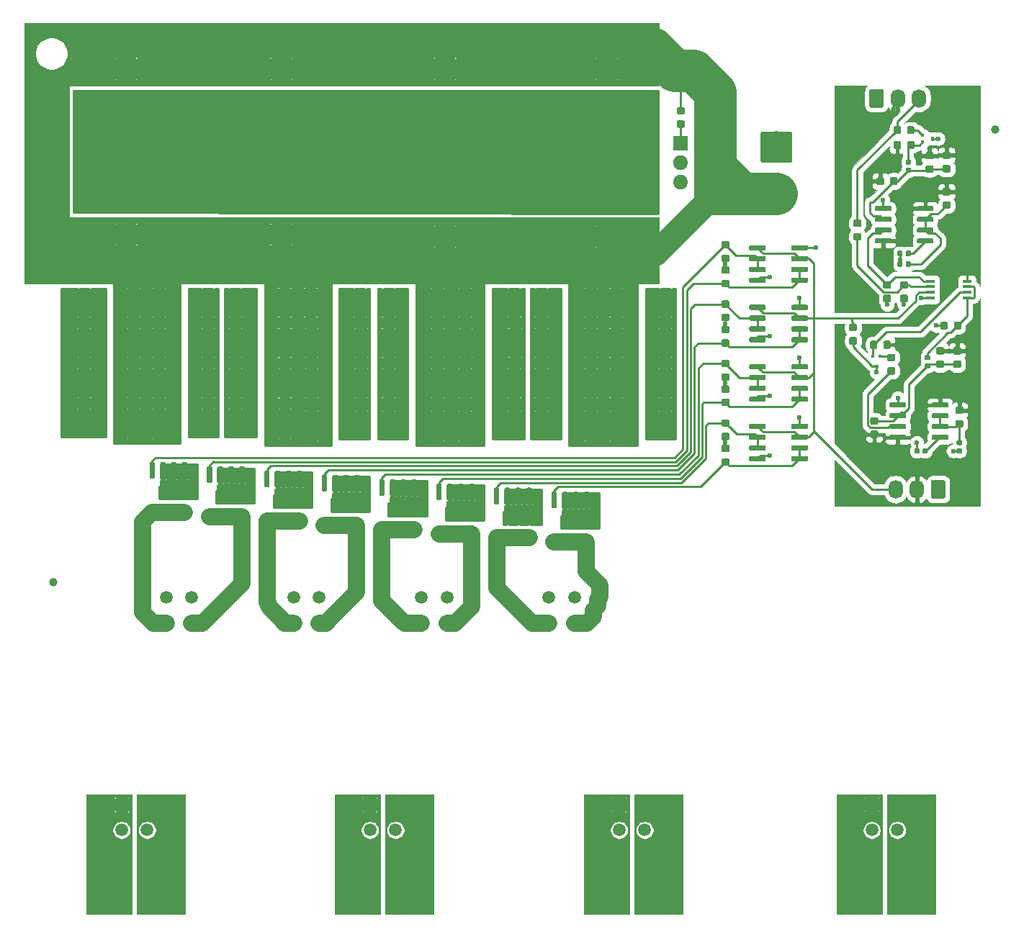
<source format=gbr>
G04 #@! TF.GenerationSoftware,KiCad,Pcbnew,5.1.3-ffb9f22~84~ubuntu18.04.1*
G04 #@! TF.CreationDate,2019-08-08T14:17:25+02:00*
G04 #@! TF.ProjectId,HiveCam,48697665-4361-46d2-9e6b-696361645f70,rev?*
G04 #@! TF.SameCoordinates,Original*
G04 #@! TF.FileFunction,Copper,L1,Top*
G04 #@! TF.FilePolarity,Positive*
%FSLAX46Y46*%
G04 Gerber Fmt 4.6, Leading zero omitted, Abs format (unit mm)*
G04 Created by KiCad (PCBNEW 5.1.3-ffb9f22~84~ubuntu18.04.1) date 2019-08-08 14:17:25*
%MOMM*%
%LPD*%
G04 APERTURE LIST*
%ADD10C,1.000000*%
%ADD11C,1.500000*%
%ADD12C,0.100000*%
%ADD13C,1.350000*%
%ADD14C,1.700000*%
%ADD15O,1.700000X2.200000*%
%ADD16C,0.875000*%
%ADD17C,0.600000*%
%ADD18C,2.400000*%
%ADD19R,2.400000X2.400000*%
%ADD20C,3.700000*%
%ADD21R,1.100000X0.400000*%
%ADD22R,0.500000X0.450000*%
%ADD23R,0.400000X0.450000*%
%ADD24R,0.450000X0.500000*%
%ADD25R,0.450000X0.400000*%
%ADD26C,0.590000*%
%ADD27R,1.800000X1.717500*%
%ADD28O,1.800000X1.717500*%
%ADD29C,0.250000*%
%ADD30C,2.000000*%
%ADD31C,3.000000*%
%ADD32C,5.000000*%
%ADD33C,0.254000*%
G04 APERTURE END LIST*
D10*
X130998000Y-31315000D03*
X20248000Y-84565000D03*
D11*
X119448000Y-113715000D03*
X116448000Y-113715000D03*
X119448000Y-110715000D03*
D12*
G36*
X116972053Y-109966206D02*
G01*
X116996370Y-109969813D01*
X117020216Y-109975786D01*
X117043362Y-109984068D01*
X117065585Y-109994579D01*
X117086670Y-110007217D01*
X117106416Y-110021861D01*
X117124630Y-110038370D01*
X117141139Y-110056584D01*
X117155783Y-110076330D01*
X117168421Y-110097415D01*
X117178932Y-110119638D01*
X117187214Y-110142784D01*
X117193187Y-110166630D01*
X117196794Y-110190947D01*
X117198000Y-110215500D01*
X117198000Y-111214500D01*
X117196794Y-111239053D01*
X117193187Y-111263370D01*
X117187214Y-111287216D01*
X117178932Y-111310362D01*
X117168421Y-111332585D01*
X117155783Y-111353670D01*
X117141139Y-111373416D01*
X117124630Y-111391630D01*
X117106416Y-111408139D01*
X117086670Y-111422783D01*
X117065585Y-111435421D01*
X117043362Y-111445932D01*
X117020216Y-111454214D01*
X116996370Y-111460187D01*
X116972053Y-111463794D01*
X116947500Y-111465000D01*
X115948500Y-111465000D01*
X115923947Y-111463794D01*
X115899630Y-111460187D01*
X115875784Y-111454214D01*
X115852638Y-111445932D01*
X115830415Y-111435421D01*
X115809330Y-111422783D01*
X115789584Y-111408139D01*
X115771370Y-111391630D01*
X115754861Y-111373416D01*
X115740217Y-111353670D01*
X115727579Y-111332585D01*
X115717068Y-111310362D01*
X115708786Y-111287216D01*
X115702813Y-111263370D01*
X115699206Y-111239053D01*
X115698000Y-111214500D01*
X115698000Y-110215500D01*
X115699206Y-110190947D01*
X115702813Y-110166630D01*
X115708786Y-110142784D01*
X115717068Y-110119638D01*
X115727579Y-110097415D01*
X115740217Y-110076330D01*
X115754861Y-110056584D01*
X115771370Y-110038370D01*
X115789584Y-110021861D01*
X115809330Y-110007217D01*
X115830415Y-109994579D01*
X115852638Y-109984068D01*
X115875784Y-109975786D01*
X115899630Y-109969813D01*
X115923947Y-109966206D01*
X115948500Y-109965000D01*
X116947500Y-109965000D01*
X116972053Y-109966206D01*
X116972053Y-109966206D01*
G37*
D11*
X116448000Y-110715000D03*
X89748000Y-113715000D03*
X86748000Y-113715000D03*
X89748000Y-110715000D03*
D12*
G36*
X87272053Y-109966206D02*
G01*
X87296370Y-109969813D01*
X87320216Y-109975786D01*
X87343362Y-109984068D01*
X87365585Y-109994579D01*
X87386670Y-110007217D01*
X87406416Y-110021861D01*
X87424630Y-110038370D01*
X87441139Y-110056584D01*
X87455783Y-110076330D01*
X87468421Y-110097415D01*
X87478932Y-110119638D01*
X87487214Y-110142784D01*
X87493187Y-110166630D01*
X87496794Y-110190947D01*
X87498000Y-110215500D01*
X87498000Y-111214500D01*
X87496794Y-111239053D01*
X87493187Y-111263370D01*
X87487214Y-111287216D01*
X87478932Y-111310362D01*
X87468421Y-111332585D01*
X87455783Y-111353670D01*
X87441139Y-111373416D01*
X87424630Y-111391630D01*
X87406416Y-111408139D01*
X87386670Y-111422783D01*
X87365585Y-111435421D01*
X87343362Y-111445932D01*
X87320216Y-111454214D01*
X87296370Y-111460187D01*
X87272053Y-111463794D01*
X87247500Y-111465000D01*
X86248500Y-111465000D01*
X86223947Y-111463794D01*
X86199630Y-111460187D01*
X86175784Y-111454214D01*
X86152638Y-111445932D01*
X86130415Y-111435421D01*
X86109330Y-111422783D01*
X86089584Y-111408139D01*
X86071370Y-111391630D01*
X86054861Y-111373416D01*
X86040217Y-111353670D01*
X86027579Y-111332585D01*
X86017068Y-111310362D01*
X86008786Y-111287216D01*
X86002813Y-111263370D01*
X85999206Y-111239053D01*
X85998000Y-111214500D01*
X85998000Y-110215500D01*
X85999206Y-110190947D01*
X86002813Y-110166630D01*
X86008786Y-110142784D01*
X86017068Y-110119638D01*
X86027579Y-110097415D01*
X86040217Y-110076330D01*
X86054861Y-110056584D01*
X86071370Y-110038370D01*
X86089584Y-110021861D01*
X86109330Y-110007217D01*
X86130415Y-109994579D01*
X86152638Y-109984068D01*
X86175784Y-109975786D01*
X86199630Y-109969813D01*
X86223947Y-109966206D01*
X86248500Y-109965000D01*
X87247500Y-109965000D01*
X87272053Y-109966206D01*
X87272053Y-109966206D01*
G37*
D11*
X86748000Y-110715000D03*
X60448000Y-113715000D03*
X57448000Y-113715000D03*
X60448000Y-110715000D03*
D12*
G36*
X57972053Y-109966206D02*
G01*
X57996370Y-109969813D01*
X58020216Y-109975786D01*
X58043362Y-109984068D01*
X58065585Y-109994579D01*
X58086670Y-110007217D01*
X58106416Y-110021861D01*
X58124630Y-110038370D01*
X58141139Y-110056584D01*
X58155783Y-110076330D01*
X58168421Y-110097415D01*
X58178932Y-110119638D01*
X58187214Y-110142784D01*
X58193187Y-110166630D01*
X58196794Y-110190947D01*
X58198000Y-110215500D01*
X58198000Y-111214500D01*
X58196794Y-111239053D01*
X58193187Y-111263370D01*
X58187214Y-111287216D01*
X58178932Y-111310362D01*
X58168421Y-111332585D01*
X58155783Y-111353670D01*
X58141139Y-111373416D01*
X58124630Y-111391630D01*
X58106416Y-111408139D01*
X58086670Y-111422783D01*
X58065585Y-111435421D01*
X58043362Y-111445932D01*
X58020216Y-111454214D01*
X57996370Y-111460187D01*
X57972053Y-111463794D01*
X57947500Y-111465000D01*
X56948500Y-111465000D01*
X56923947Y-111463794D01*
X56899630Y-111460187D01*
X56875784Y-111454214D01*
X56852638Y-111445932D01*
X56830415Y-111435421D01*
X56809330Y-111422783D01*
X56789584Y-111408139D01*
X56771370Y-111391630D01*
X56754861Y-111373416D01*
X56740217Y-111353670D01*
X56727579Y-111332585D01*
X56717068Y-111310362D01*
X56708786Y-111287216D01*
X56702813Y-111263370D01*
X56699206Y-111239053D01*
X56698000Y-111214500D01*
X56698000Y-110215500D01*
X56699206Y-110190947D01*
X56702813Y-110166630D01*
X56708786Y-110142784D01*
X56717068Y-110119638D01*
X56727579Y-110097415D01*
X56740217Y-110076330D01*
X56754861Y-110056584D01*
X56771370Y-110038370D01*
X56789584Y-110021861D01*
X56809330Y-110007217D01*
X56830415Y-109994579D01*
X56852638Y-109984068D01*
X56875784Y-109975786D01*
X56899630Y-109969813D01*
X56923947Y-109966206D01*
X56948500Y-109965000D01*
X57947500Y-109965000D01*
X57972053Y-109966206D01*
X57972053Y-109966206D01*
G37*
D11*
X57448000Y-110715000D03*
D12*
G36*
X28772053Y-109966206D02*
G01*
X28796370Y-109969813D01*
X28820216Y-109975786D01*
X28843362Y-109984068D01*
X28865585Y-109994579D01*
X28886670Y-110007217D01*
X28906416Y-110021861D01*
X28924630Y-110038370D01*
X28941139Y-110056584D01*
X28955783Y-110076330D01*
X28968421Y-110097415D01*
X28978932Y-110119638D01*
X28987214Y-110142784D01*
X28993187Y-110166630D01*
X28996794Y-110190947D01*
X28998000Y-110215500D01*
X28998000Y-111214500D01*
X28996794Y-111239053D01*
X28993187Y-111263370D01*
X28987214Y-111287216D01*
X28978932Y-111310362D01*
X28968421Y-111332585D01*
X28955783Y-111353670D01*
X28941139Y-111373416D01*
X28924630Y-111391630D01*
X28906416Y-111408139D01*
X28886670Y-111422783D01*
X28865585Y-111435421D01*
X28843362Y-111445932D01*
X28820216Y-111454214D01*
X28796370Y-111460187D01*
X28772053Y-111463794D01*
X28747500Y-111465000D01*
X27748500Y-111465000D01*
X27723947Y-111463794D01*
X27699630Y-111460187D01*
X27675784Y-111454214D01*
X27652638Y-111445932D01*
X27630415Y-111435421D01*
X27609330Y-111422783D01*
X27589584Y-111408139D01*
X27571370Y-111391630D01*
X27554861Y-111373416D01*
X27540217Y-111353670D01*
X27527579Y-111332585D01*
X27517068Y-111310362D01*
X27508786Y-111287216D01*
X27502813Y-111263370D01*
X27499206Y-111239053D01*
X27498000Y-111214500D01*
X27498000Y-110215500D01*
X27499206Y-110190947D01*
X27502813Y-110166630D01*
X27508786Y-110142784D01*
X27517068Y-110119638D01*
X27527579Y-110097415D01*
X27540217Y-110076330D01*
X27554861Y-110056584D01*
X27571370Y-110038370D01*
X27589584Y-110021861D01*
X27609330Y-110007217D01*
X27630415Y-109994579D01*
X27652638Y-109984068D01*
X27675784Y-109975786D01*
X27699630Y-109969813D01*
X27723947Y-109966206D01*
X27748500Y-109965000D01*
X28747500Y-109965000D01*
X28772053Y-109966206D01*
X28772053Y-109966206D01*
G37*
D11*
X28248000Y-110715000D03*
X31248000Y-110715000D03*
X28248000Y-113715000D03*
X31248000Y-113715000D03*
D12*
G36*
X60047505Y-64441204D02*
G01*
X60071773Y-64444804D01*
X60095572Y-64450765D01*
X60118671Y-64459030D01*
X60140850Y-64469520D01*
X60161893Y-64482132D01*
X60181599Y-64496747D01*
X60199777Y-64513223D01*
X60216253Y-64531401D01*
X60230868Y-64551107D01*
X60243480Y-64572150D01*
X60253970Y-64594329D01*
X60262235Y-64617428D01*
X60268196Y-64641227D01*
X60271796Y-64665495D01*
X60273000Y-64689999D01*
X60273000Y-67540001D01*
X60271796Y-67564505D01*
X60268196Y-67588773D01*
X60262235Y-67612572D01*
X60253970Y-67635671D01*
X60243480Y-67657850D01*
X60230868Y-67678893D01*
X60216253Y-67698599D01*
X60199777Y-67716777D01*
X60181599Y-67733253D01*
X60161893Y-67747868D01*
X60140850Y-67760480D01*
X60118671Y-67770970D01*
X60095572Y-67779235D01*
X60071773Y-67785196D01*
X60047505Y-67788796D01*
X60023001Y-67790000D01*
X59172999Y-67790000D01*
X59148495Y-67788796D01*
X59124227Y-67785196D01*
X59100428Y-67779235D01*
X59077329Y-67770970D01*
X59055150Y-67760480D01*
X59034107Y-67747868D01*
X59014401Y-67733253D01*
X58996223Y-67716777D01*
X58979747Y-67698599D01*
X58965132Y-67678893D01*
X58952520Y-67657850D01*
X58942030Y-67635671D01*
X58933765Y-67612572D01*
X58927804Y-67588773D01*
X58924204Y-67564505D01*
X58923000Y-67540001D01*
X58923000Y-64689999D01*
X58924204Y-64665495D01*
X58927804Y-64641227D01*
X58933765Y-64617428D01*
X58942030Y-64594329D01*
X58952520Y-64572150D01*
X58965132Y-64551107D01*
X58979747Y-64531401D01*
X58996223Y-64513223D01*
X59014401Y-64496747D01*
X59034107Y-64482132D01*
X59055150Y-64469520D01*
X59077329Y-64459030D01*
X59100428Y-64450765D01*
X59124227Y-64444804D01*
X59148495Y-64441204D01*
X59172999Y-64440000D01*
X60023001Y-64440000D01*
X60047505Y-64441204D01*
X60047505Y-64441204D01*
G37*
D13*
X59598000Y-66115000D03*
D12*
G36*
X65847505Y-64441204D02*
G01*
X65871773Y-64444804D01*
X65895572Y-64450765D01*
X65918671Y-64459030D01*
X65940850Y-64469520D01*
X65961893Y-64482132D01*
X65981599Y-64496747D01*
X65999777Y-64513223D01*
X66016253Y-64531401D01*
X66030868Y-64551107D01*
X66043480Y-64572150D01*
X66053970Y-64594329D01*
X66062235Y-64617428D01*
X66068196Y-64641227D01*
X66071796Y-64665495D01*
X66073000Y-64689999D01*
X66073000Y-67540001D01*
X66071796Y-67564505D01*
X66068196Y-67588773D01*
X66062235Y-67612572D01*
X66053970Y-67635671D01*
X66043480Y-67657850D01*
X66030868Y-67678893D01*
X66016253Y-67698599D01*
X65999777Y-67716777D01*
X65981599Y-67733253D01*
X65961893Y-67747868D01*
X65940850Y-67760480D01*
X65918671Y-67770970D01*
X65895572Y-67779235D01*
X65871773Y-67785196D01*
X65847505Y-67788796D01*
X65823001Y-67790000D01*
X64972999Y-67790000D01*
X64948495Y-67788796D01*
X64924227Y-67785196D01*
X64900428Y-67779235D01*
X64877329Y-67770970D01*
X64855150Y-67760480D01*
X64834107Y-67747868D01*
X64814401Y-67733253D01*
X64796223Y-67716777D01*
X64779747Y-67698599D01*
X64765132Y-67678893D01*
X64752520Y-67657850D01*
X64742030Y-67635671D01*
X64733765Y-67612572D01*
X64727804Y-67588773D01*
X64724204Y-67564505D01*
X64723000Y-67540001D01*
X64723000Y-64689999D01*
X64724204Y-64665495D01*
X64727804Y-64641227D01*
X64733765Y-64617428D01*
X64742030Y-64594329D01*
X64752520Y-64572150D01*
X64765132Y-64551107D01*
X64779747Y-64531401D01*
X64796223Y-64513223D01*
X64814401Y-64496747D01*
X64834107Y-64482132D01*
X64855150Y-64469520D01*
X64877329Y-64459030D01*
X64900428Y-64450765D01*
X64924227Y-64444804D01*
X64948495Y-64441204D01*
X64972999Y-64440000D01*
X65823001Y-64440000D01*
X65847505Y-64441204D01*
X65847505Y-64441204D01*
G37*
D13*
X65398000Y-66115000D03*
D12*
G36*
X82022053Y-88616206D02*
G01*
X82046370Y-88619813D01*
X82070216Y-88625786D01*
X82093362Y-88634068D01*
X82115585Y-88644579D01*
X82136670Y-88657217D01*
X82156416Y-88671861D01*
X82174630Y-88688370D01*
X82191139Y-88706584D01*
X82205783Y-88726330D01*
X82218421Y-88747415D01*
X82228932Y-88769638D01*
X82237214Y-88792784D01*
X82243187Y-88816630D01*
X82246794Y-88840947D01*
X82248000Y-88865500D01*
X82248000Y-89864500D01*
X82246794Y-89889053D01*
X82243187Y-89913370D01*
X82237214Y-89937216D01*
X82228932Y-89960362D01*
X82218421Y-89982585D01*
X82205783Y-90003670D01*
X82191139Y-90023416D01*
X82174630Y-90041630D01*
X82156416Y-90058139D01*
X82136670Y-90072783D01*
X82115585Y-90085421D01*
X82093362Y-90095932D01*
X82070216Y-90104214D01*
X82046370Y-90110187D01*
X82022053Y-90113794D01*
X81997500Y-90115000D01*
X80998500Y-90115000D01*
X80973947Y-90113794D01*
X80949630Y-90110187D01*
X80925784Y-90104214D01*
X80902638Y-90095932D01*
X80880415Y-90085421D01*
X80859330Y-90072783D01*
X80839584Y-90058139D01*
X80821370Y-90041630D01*
X80804861Y-90023416D01*
X80790217Y-90003670D01*
X80777579Y-89982585D01*
X80767068Y-89960362D01*
X80758786Y-89937216D01*
X80752813Y-89913370D01*
X80749206Y-89889053D01*
X80748000Y-89864500D01*
X80748000Y-88865500D01*
X80749206Y-88840947D01*
X80752813Y-88816630D01*
X80758786Y-88792784D01*
X80767068Y-88769638D01*
X80777579Y-88747415D01*
X80790217Y-88726330D01*
X80804861Y-88706584D01*
X80821370Y-88688370D01*
X80839584Y-88671861D01*
X80859330Y-88657217D01*
X80880415Y-88644579D01*
X80902638Y-88634068D01*
X80925784Y-88625786D01*
X80949630Y-88619813D01*
X80973947Y-88616206D01*
X80998500Y-88615000D01*
X81997500Y-88615000D01*
X82022053Y-88616206D01*
X82022053Y-88616206D01*
G37*
D11*
X81498000Y-89365000D03*
X78498000Y-89365000D03*
X81498000Y-86365000D03*
X78498000Y-86365000D03*
D12*
G36*
X67022053Y-88616206D02*
G01*
X67046370Y-88619813D01*
X67070216Y-88625786D01*
X67093362Y-88634068D01*
X67115585Y-88644579D01*
X67136670Y-88657217D01*
X67156416Y-88671861D01*
X67174630Y-88688370D01*
X67191139Y-88706584D01*
X67205783Y-88726330D01*
X67218421Y-88747415D01*
X67228932Y-88769638D01*
X67237214Y-88792784D01*
X67243187Y-88816630D01*
X67246794Y-88840947D01*
X67248000Y-88865500D01*
X67248000Y-89864500D01*
X67246794Y-89889053D01*
X67243187Y-89913370D01*
X67237214Y-89937216D01*
X67228932Y-89960362D01*
X67218421Y-89982585D01*
X67205783Y-90003670D01*
X67191139Y-90023416D01*
X67174630Y-90041630D01*
X67156416Y-90058139D01*
X67136670Y-90072783D01*
X67115585Y-90085421D01*
X67093362Y-90095932D01*
X67070216Y-90104214D01*
X67046370Y-90110187D01*
X67022053Y-90113794D01*
X66997500Y-90115000D01*
X65998500Y-90115000D01*
X65973947Y-90113794D01*
X65949630Y-90110187D01*
X65925784Y-90104214D01*
X65902638Y-90095932D01*
X65880415Y-90085421D01*
X65859330Y-90072783D01*
X65839584Y-90058139D01*
X65821370Y-90041630D01*
X65804861Y-90023416D01*
X65790217Y-90003670D01*
X65777579Y-89982585D01*
X65767068Y-89960362D01*
X65758786Y-89937216D01*
X65752813Y-89913370D01*
X65749206Y-89889053D01*
X65748000Y-89864500D01*
X65748000Y-88865500D01*
X65749206Y-88840947D01*
X65752813Y-88816630D01*
X65758786Y-88792784D01*
X65767068Y-88769638D01*
X65777579Y-88747415D01*
X65790217Y-88726330D01*
X65804861Y-88706584D01*
X65821370Y-88688370D01*
X65839584Y-88671861D01*
X65859330Y-88657217D01*
X65880415Y-88644579D01*
X65902638Y-88634068D01*
X65925784Y-88625786D01*
X65949630Y-88619813D01*
X65973947Y-88616206D01*
X65998500Y-88615000D01*
X66997500Y-88615000D01*
X67022053Y-88616206D01*
X67022053Y-88616206D01*
G37*
D11*
X66498000Y-89365000D03*
X63498000Y-89365000D03*
X66498000Y-86365000D03*
X63498000Y-86365000D03*
D12*
G36*
X52022053Y-88616206D02*
G01*
X52046370Y-88619813D01*
X52070216Y-88625786D01*
X52093362Y-88634068D01*
X52115585Y-88644579D01*
X52136670Y-88657217D01*
X52156416Y-88671861D01*
X52174630Y-88688370D01*
X52191139Y-88706584D01*
X52205783Y-88726330D01*
X52218421Y-88747415D01*
X52228932Y-88769638D01*
X52237214Y-88792784D01*
X52243187Y-88816630D01*
X52246794Y-88840947D01*
X52248000Y-88865500D01*
X52248000Y-89864500D01*
X52246794Y-89889053D01*
X52243187Y-89913370D01*
X52237214Y-89937216D01*
X52228932Y-89960362D01*
X52218421Y-89982585D01*
X52205783Y-90003670D01*
X52191139Y-90023416D01*
X52174630Y-90041630D01*
X52156416Y-90058139D01*
X52136670Y-90072783D01*
X52115585Y-90085421D01*
X52093362Y-90095932D01*
X52070216Y-90104214D01*
X52046370Y-90110187D01*
X52022053Y-90113794D01*
X51997500Y-90115000D01*
X50998500Y-90115000D01*
X50973947Y-90113794D01*
X50949630Y-90110187D01*
X50925784Y-90104214D01*
X50902638Y-90095932D01*
X50880415Y-90085421D01*
X50859330Y-90072783D01*
X50839584Y-90058139D01*
X50821370Y-90041630D01*
X50804861Y-90023416D01*
X50790217Y-90003670D01*
X50777579Y-89982585D01*
X50767068Y-89960362D01*
X50758786Y-89937216D01*
X50752813Y-89913370D01*
X50749206Y-89889053D01*
X50748000Y-89864500D01*
X50748000Y-88865500D01*
X50749206Y-88840947D01*
X50752813Y-88816630D01*
X50758786Y-88792784D01*
X50767068Y-88769638D01*
X50777579Y-88747415D01*
X50790217Y-88726330D01*
X50804861Y-88706584D01*
X50821370Y-88688370D01*
X50839584Y-88671861D01*
X50859330Y-88657217D01*
X50880415Y-88644579D01*
X50902638Y-88634068D01*
X50925784Y-88625786D01*
X50949630Y-88619813D01*
X50973947Y-88616206D01*
X50998500Y-88615000D01*
X51997500Y-88615000D01*
X52022053Y-88616206D01*
X52022053Y-88616206D01*
G37*
D11*
X51498000Y-89365000D03*
X48498000Y-89365000D03*
X51498000Y-86365000D03*
X48498000Y-86365000D03*
X33498000Y-86365000D03*
X36498000Y-86365000D03*
X33498000Y-89365000D03*
D12*
G36*
X37022053Y-88616206D02*
G01*
X37046370Y-88619813D01*
X37070216Y-88625786D01*
X37093362Y-88634068D01*
X37115585Y-88644579D01*
X37136670Y-88657217D01*
X37156416Y-88671861D01*
X37174630Y-88688370D01*
X37191139Y-88706584D01*
X37205783Y-88726330D01*
X37218421Y-88747415D01*
X37228932Y-88769638D01*
X37237214Y-88792784D01*
X37243187Y-88816630D01*
X37246794Y-88840947D01*
X37248000Y-88865500D01*
X37248000Y-89864500D01*
X37246794Y-89889053D01*
X37243187Y-89913370D01*
X37237214Y-89937216D01*
X37228932Y-89960362D01*
X37218421Y-89982585D01*
X37205783Y-90003670D01*
X37191139Y-90023416D01*
X37174630Y-90041630D01*
X37156416Y-90058139D01*
X37136670Y-90072783D01*
X37115585Y-90085421D01*
X37093362Y-90095932D01*
X37070216Y-90104214D01*
X37046370Y-90110187D01*
X37022053Y-90113794D01*
X36997500Y-90115000D01*
X35998500Y-90115000D01*
X35973947Y-90113794D01*
X35949630Y-90110187D01*
X35925784Y-90104214D01*
X35902638Y-90095932D01*
X35880415Y-90085421D01*
X35859330Y-90072783D01*
X35839584Y-90058139D01*
X35821370Y-90041630D01*
X35804861Y-90023416D01*
X35790217Y-90003670D01*
X35777579Y-89982585D01*
X35767068Y-89960362D01*
X35758786Y-89937216D01*
X35752813Y-89913370D01*
X35749206Y-89889053D01*
X35748000Y-89864500D01*
X35748000Y-88865500D01*
X35749206Y-88840947D01*
X35752813Y-88816630D01*
X35758786Y-88792784D01*
X35767068Y-88769638D01*
X35777579Y-88747415D01*
X35790217Y-88726330D01*
X35804861Y-88706584D01*
X35821370Y-88688370D01*
X35839584Y-88671861D01*
X35859330Y-88657217D01*
X35880415Y-88644579D01*
X35902638Y-88634068D01*
X35925784Y-88625786D01*
X35949630Y-88619813D01*
X35973947Y-88616206D01*
X35998500Y-88615000D01*
X36997500Y-88615000D01*
X37022053Y-88616206D01*
X37022053Y-88616206D01*
G37*
D11*
X36498000Y-89365000D03*
D12*
G36*
X124872594Y-72516203D02*
G01*
X124896853Y-72519802D01*
X124920642Y-72525761D01*
X124943733Y-72534023D01*
X124965902Y-72544508D01*
X124986937Y-72557116D01*
X125006635Y-72571725D01*
X125024806Y-72588194D01*
X125041275Y-72606365D01*
X125055884Y-72626063D01*
X125068492Y-72647098D01*
X125078977Y-72669267D01*
X125087239Y-72692358D01*
X125093198Y-72716147D01*
X125096797Y-72740406D01*
X125098000Y-72764900D01*
X125098000Y-74465100D01*
X125096797Y-74489594D01*
X125093198Y-74513853D01*
X125087239Y-74537642D01*
X125078977Y-74560733D01*
X125068492Y-74582902D01*
X125055884Y-74603937D01*
X125041275Y-74623635D01*
X125024806Y-74641806D01*
X125006635Y-74658275D01*
X124986937Y-74672884D01*
X124965902Y-74685492D01*
X124943733Y-74695977D01*
X124920642Y-74704239D01*
X124896853Y-74710198D01*
X124872594Y-74713797D01*
X124848100Y-74715000D01*
X123647900Y-74715000D01*
X123623406Y-74713797D01*
X123599147Y-74710198D01*
X123575358Y-74704239D01*
X123552267Y-74695977D01*
X123530098Y-74685492D01*
X123509063Y-74672884D01*
X123489365Y-74658275D01*
X123471194Y-74641806D01*
X123454725Y-74623635D01*
X123440116Y-74603937D01*
X123427508Y-74582902D01*
X123417023Y-74560733D01*
X123408761Y-74537642D01*
X123402802Y-74513853D01*
X123399203Y-74489594D01*
X123398000Y-74465100D01*
X123398000Y-72764900D01*
X123399203Y-72740406D01*
X123402802Y-72716147D01*
X123408761Y-72692358D01*
X123417023Y-72669267D01*
X123427508Y-72647098D01*
X123440116Y-72626063D01*
X123454725Y-72606365D01*
X123471194Y-72588194D01*
X123489365Y-72571725D01*
X123509063Y-72557116D01*
X123530098Y-72544508D01*
X123552267Y-72534023D01*
X123575358Y-72525761D01*
X123599147Y-72519802D01*
X123623406Y-72516203D01*
X123647900Y-72515000D01*
X124848100Y-72515000D01*
X124872594Y-72516203D01*
X124872594Y-72516203D01*
G37*
D14*
X124248000Y-73615000D03*
D15*
X121748000Y-73615000D03*
X119248000Y-73615000D03*
D12*
G36*
X99525691Y-69966053D02*
G01*
X99546926Y-69969203D01*
X99567750Y-69974419D01*
X99587962Y-69981651D01*
X99607368Y-69990830D01*
X99625781Y-70001866D01*
X99643024Y-70014654D01*
X99658930Y-70029070D01*
X99673346Y-70044976D01*
X99686134Y-70062219D01*
X99697170Y-70080632D01*
X99706349Y-70100038D01*
X99713581Y-70120250D01*
X99718797Y-70141074D01*
X99721947Y-70162309D01*
X99723000Y-70183750D01*
X99723000Y-70621250D01*
X99721947Y-70642691D01*
X99718797Y-70663926D01*
X99713581Y-70684750D01*
X99706349Y-70704962D01*
X99697170Y-70724368D01*
X99686134Y-70742781D01*
X99673346Y-70760024D01*
X99658930Y-70775930D01*
X99643024Y-70790346D01*
X99625781Y-70803134D01*
X99607368Y-70814170D01*
X99587962Y-70823349D01*
X99567750Y-70830581D01*
X99546926Y-70835797D01*
X99525691Y-70838947D01*
X99504250Y-70840000D01*
X98991750Y-70840000D01*
X98970309Y-70838947D01*
X98949074Y-70835797D01*
X98928250Y-70830581D01*
X98908038Y-70823349D01*
X98888632Y-70814170D01*
X98870219Y-70803134D01*
X98852976Y-70790346D01*
X98837070Y-70775930D01*
X98822654Y-70760024D01*
X98809866Y-70742781D01*
X98798830Y-70724368D01*
X98789651Y-70704962D01*
X98782419Y-70684750D01*
X98777203Y-70663926D01*
X98774053Y-70642691D01*
X98773000Y-70621250D01*
X98773000Y-70183750D01*
X98774053Y-70162309D01*
X98777203Y-70141074D01*
X98782419Y-70120250D01*
X98789651Y-70100038D01*
X98798830Y-70080632D01*
X98809866Y-70062219D01*
X98822654Y-70044976D01*
X98837070Y-70029070D01*
X98852976Y-70014654D01*
X98870219Y-70001866D01*
X98888632Y-69990830D01*
X98908038Y-69981651D01*
X98928250Y-69974419D01*
X98949074Y-69969203D01*
X98970309Y-69966053D01*
X98991750Y-69965000D01*
X99504250Y-69965000D01*
X99525691Y-69966053D01*
X99525691Y-69966053D01*
G37*
D16*
X99248000Y-70402500D03*
D12*
G36*
X99525691Y-68391053D02*
G01*
X99546926Y-68394203D01*
X99567750Y-68399419D01*
X99587962Y-68406651D01*
X99607368Y-68415830D01*
X99625781Y-68426866D01*
X99643024Y-68439654D01*
X99658930Y-68454070D01*
X99673346Y-68469976D01*
X99686134Y-68487219D01*
X99697170Y-68505632D01*
X99706349Y-68525038D01*
X99713581Y-68545250D01*
X99718797Y-68566074D01*
X99721947Y-68587309D01*
X99723000Y-68608750D01*
X99723000Y-69046250D01*
X99721947Y-69067691D01*
X99718797Y-69088926D01*
X99713581Y-69109750D01*
X99706349Y-69129962D01*
X99697170Y-69149368D01*
X99686134Y-69167781D01*
X99673346Y-69185024D01*
X99658930Y-69200930D01*
X99643024Y-69215346D01*
X99625781Y-69228134D01*
X99607368Y-69239170D01*
X99587962Y-69248349D01*
X99567750Y-69255581D01*
X99546926Y-69260797D01*
X99525691Y-69263947D01*
X99504250Y-69265000D01*
X98991750Y-69265000D01*
X98970309Y-69263947D01*
X98949074Y-69260797D01*
X98928250Y-69255581D01*
X98908038Y-69248349D01*
X98888632Y-69239170D01*
X98870219Y-69228134D01*
X98852976Y-69215346D01*
X98837070Y-69200930D01*
X98822654Y-69185024D01*
X98809866Y-69167781D01*
X98798830Y-69149368D01*
X98789651Y-69129962D01*
X98782419Y-69109750D01*
X98777203Y-69088926D01*
X98774053Y-69067691D01*
X98773000Y-69046250D01*
X98773000Y-68608750D01*
X98774053Y-68587309D01*
X98777203Y-68566074D01*
X98782419Y-68545250D01*
X98789651Y-68525038D01*
X98798830Y-68505632D01*
X98809866Y-68487219D01*
X98822654Y-68469976D01*
X98837070Y-68454070D01*
X98852976Y-68439654D01*
X98870219Y-68426866D01*
X98888632Y-68415830D01*
X98908038Y-68406651D01*
X98928250Y-68399419D01*
X98949074Y-68394203D01*
X98970309Y-68391053D01*
X98991750Y-68390000D01*
X99504250Y-68390000D01*
X99525691Y-68391053D01*
X99525691Y-68391053D01*
G37*
D16*
X99248000Y-68827500D03*
D15*
X121998000Y-27615000D03*
X119498000Y-27615000D03*
D12*
G36*
X117622594Y-26516203D02*
G01*
X117646853Y-26519802D01*
X117670642Y-26525761D01*
X117693733Y-26534023D01*
X117715902Y-26544508D01*
X117736937Y-26557116D01*
X117756635Y-26571725D01*
X117774806Y-26588194D01*
X117791275Y-26606365D01*
X117805884Y-26626063D01*
X117818492Y-26647098D01*
X117828977Y-26669267D01*
X117837239Y-26692358D01*
X117843198Y-26716147D01*
X117846797Y-26740406D01*
X117848000Y-26764900D01*
X117848000Y-28465100D01*
X117846797Y-28489594D01*
X117843198Y-28513853D01*
X117837239Y-28537642D01*
X117828977Y-28560733D01*
X117818492Y-28582902D01*
X117805884Y-28603937D01*
X117791275Y-28623635D01*
X117774806Y-28641806D01*
X117756635Y-28658275D01*
X117736937Y-28672884D01*
X117715902Y-28685492D01*
X117693733Y-28695977D01*
X117670642Y-28704239D01*
X117646853Y-28710198D01*
X117622594Y-28713797D01*
X117598100Y-28715000D01*
X116397900Y-28715000D01*
X116373406Y-28713797D01*
X116349147Y-28710198D01*
X116325358Y-28704239D01*
X116302267Y-28695977D01*
X116280098Y-28685492D01*
X116259063Y-28672884D01*
X116239365Y-28658275D01*
X116221194Y-28641806D01*
X116204725Y-28623635D01*
X116190116Y-28603937D01*
X116177508Y-28582902D01*
X116167023Y-28560733D01*
X116158761Y-28537642D01*
X116152802Y-28513853D01*
X116149203Y-28489594D01*
X116148000Y-28465100D01*
X116148000Y-26764900D01*
X116149203Y-26740406D01*
X116152802Y-26716147D01*
X116158761Y-26692358D01*
X116167023Y-26669267D01*
X116177508Y-26647098D01*
X116190116Y-26626063D01*
X116204725Y-26606365D01*
X116221194Y-26588194D01*
X116239365Y-26571725D01*
X116259063Y-26557116D01*
X116280098Y-26544508D01*
X116302267Y-26534023D01*
X116325358Y-26525761D01*
X116349147Y-26519802D01*
X116373406Y-26516203D01*
X116397900Y-26515000D01*
X117598100Y-26515000D01*
X117622594Y-26516203D01*
X117622594Y-26516203D01*
G37*
D14*
X116998000Y-27615000D03*
D12*
G36*
X103862703Y-62720722D02*
G01*
X103877264Y-62722882D01*
X103891543Y-62726459D01*
X103905403Y-62731418D01*
X103918710Y-62737712D01*
X103931336Y-62745280D01*
X103943159Y-62754048D01*
X103954066Y-62763934D01*
X103963952Y-62774841D01*
X103972720Y-62786664D01*
X103980288Y-62799290D01*
X103986582Y-62812597D01*
X103991541Y-62826457D01*
X103995118Y-62840736D01*
X103997278Y-62855297D01*
X103998000Y-62870000D01*
X103998000Y-63170000D01*
X103997278Y-63184703D01*
X103995118Y-63199264D01*
X103991541Y-63213543D01*
X103986582Y-63227403D01*
X103980288Y-63240710D01*
X103972720Y-63253336D01*
X103963952Y-63265159D01*
X103954066Y-63276066D01*
X103943159Y-63285952D01*
X103931336Y-63294720D01*
X103918710Y-63302288D01*
X103905403Y-63308582D01*
X103891543Y-63313541D01*
X103877264Y-63317118D01*
X103862703Y-63319278D01*
X103848000Y-63320000D01*
X102198000Y-63320000D01*
X102183297Y-63319278D01*
X102168736Y-63317118D01*
X102154457Y-63313541D01*
X102140597Y-63308582D01*
X102127290Y-63302288D01*
X102114664Y-63294720D01*
X102102841Y-63285952D01*
X102091934Y-63276066D01*
X102082048Y-63265159D01*
X102073280Y-63253336D01*
X102065712Y-63240710D01*
X102059418Y-63227403D01*
X102054459Y-63213543D01*
X102050882Y-63199264D01*
X102048722Y-63184703D01*
X102048000Y-63170000D01*
X102048000Y-62870000D01*
X102048722Y-62855297D01*
X102050882Y-62840736D01*
X102054459Y-62826457D01*
X102059418Y-62812597D01*
X102065712Y-62799290D01*
X102073280Y-62786664D01*
X102082048Y-62774841D01*
X102091934Y-62763934D01*
X102102841Y-62754048D01*
X102114664Y-62745280D01*
X102127290Y-62737712D01*
X102140597Y-62731418D01*
X102154457Y-62726459D01*
X102168736Y-62722882D01*
X102183297Y-62720722D01*
X102198000Y-62720000D01*
X103848000Y-62720000D01*
X103862703Y-62720722D01*
X103862703Y-62720722D01*
G37*
D17*
X103023000Y-63020000D03*
D12*
G36*
X103862703Y-61450722D02*
G01*
X103877264Y-61452882D01*
X103891543Y-61456459D01*
X103905403Y-61461418D01*
X103918710Y-61467712D01*
X103931336Y-61475280D01*
X103943159Y-61484048D01*
X103954066Y-61493934D01*
X103963952Y-61504841D01*
X103972720Y-61516664D01*
X103980288Y-61529290D01*
X103986582Y-61542597D01*
X103991541Y-61556457D01*
X103995118Y-61570736D01*
X103997278Y-61585297D01*
X103998000Y-61600000D01*
X103998000Y-61900000D01*
X103997278Y-61914703D01*
X103995118Y-61929264D01*
X103991541Y-61943543D01*
X103986582Y-61957403D01*
X103980288Y-61970710D01*
X103972720Y-61983336D01*
X103963952Y-61995159D01*
X103954066Y-62006066D01*
X103943159Y-62015952D01*
X103931336Y-62024720D01*
X103918710Y-62032288D01*
X103905403Y-62038582D01*
X103891543Y-62043541D01*
X103877264Y-62047118D01*
X103862703Y-62049278D01*
X103848000Y-62050000D01*
X102198000Y-62050000D01*
X102183297Y-62049278D01*
X102168736Y-62047118D01*
X102154457Y-62043541D01*
X102140597Y-62038582D01*
X102127290Y-62032288D01*
X102114664Y-62024720D01*
X102102841Y-62015952D01*
X102091934Y-62006066D01*
X102082048Y-61995159D01*
X102073280Y-61983336D01*
X102065712Y-61970710D01*
X102059418Y-61957403D01*
X102054459Y-61943543D01*
X102050882Y-61929264D01*
X102048722Y-61914703D01*
X102048000Y-61900000D01*
X102048000Y-61600000D01*
X102048722Y-61585297D01*
X102050882Y-61570736D01*
X102054459Y-61556457D01*
X102059418Y-61542597D01*
X102065712Y-61529290D01*
X102073280Y-61516664D01*
X102082048Y-61504841D01*
X102091934Y-61493934D01*
X102102841Y-61484048D01*
X102114664Y-61475280D01*
X102127290Y-61467712D01*
X102140597Y-61461418D01*
X102154457Y-61456459D01*
X102168736Y-61452882D01*
X102183297Y-61450722D01*
X102198000Y-61450000D01*
X103848000Y-61450000D01*
X103862703Y-61450722D01*
X103862703Y-61450722D01*
G37*
D17*
X103023000Y-61750000D03*
D12*
G36*
X103862703Y-60180722D02*
G01*
X103877264Y-60182882D01*
X103891543Y-60186459D01*
X103905403Y-60191418D01*
X103918710Y-60197712D01*
X103931336Y-60205280D01*
X103943159Y-60214048D01*
X103954066Y-60223934D01*
X103963952Y-60234841D01*
X103972720Y-60246664D01*
X103980288Y-60259290D01*
X103986582Y-60272597D01*
X103991541Y-60286457D01*
X103995118Y-60300736D01*
X103997278Y-60315297D01*
X103998000Y-60330000D01*
X103998000Y-60630000D01*
X103997278Y-60644703D01*
X103995118Y-60659264D01*
X103991541Y-60673543D01*
X103986582Y-60687403D01*
X103980288Y-60700710D01*
X103972720Y-60713336D01*
X103963952Y-60725159D01*
X103954066Y-60736066D01*
X103943159Y-60745952D01*
X103931336Y-60754720D01*
X103918710Y-60762288D01*
X103905403Y-60768582D01*
X103891543Y-60773541D01*
X103877264Y-60777118D01*
X103862703Y-60779278D01*
X103848000Y-60780000D01*
X102198000Y-60780000D01*
X102183297Y-60779278D01*
X102168736Y-60777118D01*
X102154457Y-60773541D01*
X102140597Y-60768582D01*
X102127290Y-60762288D01*
X102114664Y-60754720D01*
X102102841Y-60745952D01*
X102091934Y-60736066D01*
X102082048Y-60725159D01*
X102073280Y-60713336D01*
X102065712Y-60700710D01*
X102059418Y-60687403D01*
X102054459Y-60673543D01*
X102050882Y-60659264D01*
X102048722Y-60644703D01*
X102048000Y-60630000D01*
X102048000Y-60330000D01*
X102048722Y-60315297D01*
X102050882Y-60300736D01*
X102054459Y-60286457D01*
X102059418Y-60272597D01*
X102065712Y-60259290D01*
X102073280Y-60246664D01*
X102082048Y-60234841D01*
X102091934Y-60223934D01*
X102102841Y-60214048D01*
X102114664Y-60205280D01*
X102127290Y-60197712D01*
X102140597Y-60191418D01*
X102154457Y-60186459D01*
X102168736Y-60182882D01*
X102183297Y-60180722D01*
X102198000Y-60180000D01*
X103848000Y-60180000D01*
X103862703Y-60180722D01*
X103862703Y-60180722D01*
G37*
D17*
X103023000Y-60480000D03*
D12*
G36*
X103862703Y-58910722D02*
G01*
X103877264Y-58912882D01*
X103891543Y-58916459D01*
X103905403Y-58921418D01*
X103918710Y-58927712D01*
X103931336Y-58935280D01*
X103943159Y-58944048D01*
X103954066Y-58953934D01*
X103963952Y-58964841D01*
X103972720Y-58976664D01*
X103980288Y-58989290D01*
X103986582Y-59002597D01*
X103991541Y-59016457D01*
X103995118Y-59030736D01*
X103997278Y-59045297D01*
X103998000Y-59060000D01*
X103998000Y-59360000D01*
X103997278Y-59374703D01*
X103995118Y-59389264D01*
X103991541Y-59403543D01*
X103986582Y-59417403D01*
X103980288Y-59430710D01*
X103972720Y-59443336D01*
X103963952Y-59455159D01*
X103954066Y-59466066D01*
X103943159Y-59475952D01*
X103931336Y-59484720D01*
X103918710Y-59492288D01*
X103905403Y-59498582D01*
X103891543Y-59503541D01*
X103877264Y-59507118D01*
X103862703Y-59509278D01*
X103848000Y-59510000D01*
X102198000Y-59510000D01*
X102183297Y-59509278D01*
X102168736Y-59507118D01*
X102154457Y-59503541D01*
X102140597Y-59498582D01*
X102127290Y-59492288D01*
X102114664Y-59484720D01*
X102102841Y-59475952D01*
X102091934Y-59466066D01*
X102082048Y-59455159D01*
X102073280Y-59443336D01*
X102065712Y-59430710D01*
X102059418Y-59417403D01*
X102054459Y-59403543D01*
X102050882Y-59389264D01*
X102048722Y-59374703D01*
X102048000Y-59360000D01*
X102048000Y-59060000D01*
X102048722Y-59045297D01*
X102050882Y-59030736D01*
X102054459Y-59016457D01*
X102059418Y-59002597D01*
X102065712Y-58989290D01*
X102073280Y-58976664D01*
X102082048Y-58964841D01*
X102091934Y-58953934D01*
X102102841Y-58944048D01*
X102114664Y-58935280D01*
X102127290Y-58927712D01*
X102140597Y-58921418D01*
X102154457Y-58916459D01*
X102168736Y-58912882D01*
X102183297Y-58910722D01*
X102198000Y-58910000D01*
X103848000Y-58910000D01*
X103862703Y-58910722D01*
X103862703Y-58910722D01*
G37*
D17*
X103023000Y-59210000D03*
D12*
G36*
X108812703Y-58910722D02*
G01*
X108827264Y-58912882D01*
X108841543Y-58916459D01*
X108855403Y-58921418D01*
X108868710Y-58927712D01*
X108881336Y-58935280D01*
X108893159Y-58944048D01*
X108904066Y-58953934D01*
X108913952Y-58964841D01*
X108922720Y-58976664D01*
X108930288Y-58989290D01*
X108936582Y-59002597D01*
X108941541Y-59016457D01*
X108945118Y-59030736D01*
X108947278Y-59045297D01*
X108948000Y-59060000D01*
X108948000Y-59360000D01*
X108947278Y-59374703D01*
X108945118Y-59389264D01*
X108941541Y-59403543D01*
X108936582Y-59417403D01*
X108930288Y-59430710D01*
X108922720Y-59443336D01*
X108913952Y-59455159D01*
X108904066Y-59466066D01*
X108893159Y-59475952D01*
X108881336Y-59484720D01*
X108868710Y-59492288D01*
X108855403Y-59498582D01*
X108841543Y-59503541D01*
X108827264Y-59507118D01*
X108812703Y-59509278D01*
X108798000Y-59510000D01*
X107148000Y-59510000D01*
X107133297Y-59509278D01*
X107118736Y-59507118D01*
X107104457Y-59503541D01*
X107090597Y-59498582D01*
X107077290Y-59492288D01*
X107064664Y-59484720D01*
X107052841Y-59475952D01*
X107041934Y-59466066D01*
X107032048Y-59455159D01*
X107023280Y-59443336D01*
X107015712Y-59430710D01*
X107009418Y-59417403D01*
X107004459Y-59403543D01*
X107000882Y-59389264D01*
X106998722Y-59374703D01*
X106998000Y-59360000D01*
X106998000Y-59060000D01*
X106998722Y-59045297D01*
X107000882Y-59030736D01*
X107004459Y-59016457D01*
X107009418Y-59002597D01*
X107015712Y-58989290D01*
X107023280Y-58976664D01*
X107032048Y-58964841D01*
X107041934Y-58953934D01*
X107052841Y-58944048D01*
X107064664Y-58935280D01*
X107077290Y-58927712D01*
X107090597Y-58921418D01*
X107104457Y-58916459D01*
X107118736Y-58912882D01*
X107133297Y-58910722D01*
X107148000Y-58910000D01*
X108798000Y-58910000D01*
X108812703Y-58910722D01*
X108812703Y-58910722D01*
G37*
D17*
X107973000Y-59210000D03*
D12*
G36*
X108812703Y-60180722D02*
G01*
X108827264Y-60182882D01*
X108841543Y-60186459D01*
X108855403Y-60191418D01*
X108868710Y-60197712D01*
X108881336Y-60205280D01*
X108893159Y-60214048D01*
X108904066Y-60223934D01*
X108913952Y-60234841D01*
X108922720Y-60246664D01*
X108930288Y-60259290D01*
X108936582Y-60272597D01*
X108941541Y-60286457D01*
X108945118Y-60300736D01*
X108947278Y-60315297D01*
X108948000Y-60330000D01*
X108948000Y-60630000D01*
X108947278Y-60644703D01*
X108945118Y-60659264D01*
X108941541Y-60673543D01*
X108936582Y-60687403D01*
X108930288Y-60700710D01*
X108922720Y-60713336D01*
X108913952Y-60725159D01*
X108904066Y-60736066D01*
X108893159Y-60745952D01*
X108881336Y-60754720D01*
X108868710Y-60762288D01*
X108855403Y-60768582D01*
X108841543Y-60773541D01*
X108827264Y-60777118D01*
X108812703Y-60779278D01*
X108798000Y-60780000D01*
X107148000Y-60780000D01*
X107133297Y-60779278D01*
X107118736Y-60777118D01*
X107104457Y-60773541D01*
X107090597Y-60768582D01*
X107077290Y-60762288D01*
X107064664Y-60754720D01*
X107052841Y-60745952D01*
X107041934Y-60736066D01*
X107032048Y-60725159D01*
X107023280Y-60713336D01*
X107015712Y-60700710D01*
X107009418Y-60687403D01*
X107004459Y-60673543D01*
X107000882Y-60659264D01*
X106998722Y-60644703D01*
X106998000Y-60630000D01*
X106998000Y-60330000D01*
X106998722Y-60315297D01*
X107000882Y-60300736D01*
X107004459Y-60286457D01*
X107009418Y-60272597D01*
X107015712Y-60259290D01*
X107023280Y-60246664D01*
X107032048Y-60234841D01*
X107041934Y-60223934D01*
X107052841Y-60214048D01*
X107064664Y-60205280D01*
X107077290Y-60197712D01*
X107090597Y-60191418D01*
X107104457Y-60186459D01*
X107118736Y-60182882D01*
X107133297Y-60180722D01*
X107148000Y-60180000D01*
X108798000Y-60180000D01*
X108812703Y-60180722D01*
X108812703Y-60180722D01*
G37*
D17*
X107973000Y-60480000D03*
D12*
G36*
X108812703Y-61450722D02*
G01*
X108827264Y-61452882D01*
X108841543Y-61456459D01*
X108855403Y-61461418D01*
X108868710Y-61467712D01*
X108881336Y-61475280D01*
X108893159Y-61484048D01*
X108904066Y-61493934D01*
X108913952Y-61504841D01*
X108922720Y-61516664D01*
X108930288Y-61529290D01*
X108936582Y-61542597D01*
X108941541Y-61556457D01*
X108945118Y-61570736D01*
X108947278Y-61585297D01*
X108948000Y-61600000D01*
X108948000Y-61900000D01*
X108947278Y-61914703D01*
X108945118Y-61929264D01*
X108941541Y-61943543D01*
X108936582Y-61957403D01*
X108930288Y-61970710D01*
X108922720Y-61983336D01*
X108913952Y-61995159D01*
X108904066Y-62006066D01*
X108893159Y-62015952D01*
X108881336Y-62024720D01*
X108868710Y-62032288D01*
X108855403Y-62038582D01*
X108841543Y-62043541D01*
X108827264Y-62047118D01*
X108812703Y-62049278D01*
X108798000Y-62050000D01*
X107148000Y-62050000D01*
X107133297Y-62049278D01*
X107118736Y-62047118D01*
X107104457Y-62043541D01*
X107090597Y-62038582D01*
X107077290Y-62032288D01*
X107064664Y-62024720D01*
X107052841Y-62015952D01*
X107041934Y-62006066D01*
X107032048Y-61995159D01*
X107023280Y-61983336D01*
X107015712Y-61970710D01*
X107009418Y-61957403D01*
X107004459Y-61943543D01*
X107000882Y-61929264D01*
X106998722Y-61914703D01*
X106998000Y-61900000D01*
X106998000Y-61600000D01*
X106998722Y-61585297D01*
X107000882Y-61570736D01*
X107004459Y-61556457D01*
X107009418Y-61542597D01*
X107015712Y-61529290D01*
X107023280Y-61516664D01*
X107032048Y-61504841D01*
X107041934Y-61493934D01*
X107052841Y-61484048D01*
X107064664Y-61475280D01*
X107077290Y-61467712D01*
X107090597Y-61461418D01*
X107104457Y-61456459D01*
X107118736Y-61452882D01*
X107133297Y-61450722D01*
X107148000Y-61450000D01*
X108798000Y-61450000D01*
X108812703Y-61450722D01*
X108812703Y-61450722D01*
G37*
D17*
X107973000Y-61750000D03*
D12*
G36*
X108812703Y-62720722D02*
G01*
X108827264Y-62722882D01*
X108841543Y-62726459D01*
X108855403Y-62731418D01*
X108868710Y-62737712D01*
X108881336Y-62745280D01*
X108893159Y-62754048D01*
X108904066Y-62763934D01*
X108913952Y-62774841D01*
X108922720Y-62786664D01*
X108930288Y-62799290D01*
X108936582Y-62812597D01*
X108941541Y-62826457D01*
X108945118Y-62840736D01*
X108947278Y-62855297D01*
X108948000Y-62870000D01*
X108948000Y-63170000D01*
X108947278Y-63184703D01*
X108945118Y-63199264D01*
X108941541Y-63213543D01*
X108936582Y-63227403D01*
X108930288Y-63240710D01*
X108922720Y-63253336D01*
X108913952Y-63265159D01*
X108904066Y-63276066D01*
X108893159Y-63285952D01*
X108881336Y-63294720D01*
X108868710Y-63302288D01*
X108855403Y-63308582D01*
X108841543Y-63313541D01*
X108827264Y-63317118D01*
X108812703Y-63319278D01*
X108798000Y-63320000D01*
X107148000Y-63320000D01*
X107133297Y-63319278D01*
X107118736Y-63317118D01*
X107104457Y-63313541D01*
X107090597Y-63308582D01*
X107077290Y-63302288D01*
X107064664Y-63294720D01*
X107052841Y-63285952D01*
X107041934Y-63276066D01*
X107032048Y-63265159D01*
X107023280Y-63253336D01*
X107015712Y-63240710D01*
X107009418Y-63227403D01*
X107004459Y-63213543D01*
X107000882Y-63199264D01*
X106998722Y-63184703D01*
X106998000Y-63170000D01*
X106998000Y-62870000D01*
X106998722Y-62855297D01*
X107000882Y-62840736D01*
X107004459Y-62826457D01*
X107009418Y-62812597D01*
X107015712Y-62799290D01*
X107023280Y-62786664D01*
X107032048Y-62774841D01*
X107041934Y-62763934D01*
X107052841Y-62754048D01*
X107064664Y-62745280D01*
X107077290Y-62737712D01*
X107090597Y-62731418D01*
X107104457Y-62726459D01*
X107118736Y-62722882D01*
X107133297Y-62720722D01*
X107148000Y-62720000D01*
X108798000Y-62720000D01*
X108812703Y-62720722D01*
X108812703Y-62720722D01*
G37*
D17*
X107973000Y-63020000D03*
D12*
G36*
X103862703Y-69720722D02*
G01*
X103877264Y-69722882D01*
X103891543Y-69726459D01*
X103905403Y-69731418D01*
X103918710Y-69737712D01*
X103931336Y-69745280D01*
X103943159Y-69754048D01*
X103954066Y-69763934D01*
X103963952Y-69774841D01*
X103972720Y-69786664D01*
X103980288Y-69799290D01*
X103986582Y-69812597D01*
X103991541Y-69826457D01*
X103995118Y-69840736D01*
X103997278Y-69855297D01*
X103998000Y-69870000D01*
X103998000Y-70170000D01*
X103997278Y-70184703D01*
X103995118Y-70199264D01*
X103991541Y-70213543D01*
X103986582Y-70227403D01*
X103980288Y-70240710D01*
X103972720Y-70253336D01*
X103963952Y-70265159D01*
X103954066Y-70276066D01*
X103943159Y-70285952D01*
X103931336Y-70294720D01*
X103918710Y-70302288D01*
X103905403Y-70308582D01*
X103891543Y-70313541D01*
X103877264Y-70317118D01*
X103862703Y-70319278D01*
X103848000Y-70320000D01*
X102198000Y-70320000D01*
X102183297Y-70319278D01*
X102168736Y-70317118D01*
X102154457Y-70313541D01*
X102140597Y-70308582D01*
X102127290Y-70302288D01*
X102114664Y-70294720D01*
X102102841Y-70285952D01*
X102091934Y-70276066D01*
X102082048Y-70265159D01*
X102073280Y-70253336D01*
X102065712Y-70240710D01*
X102059418Y-70227403D01*
X102054459Y-70213543D01*
X102050882Y-70199264D01*
X102048722Y-70184703D01*
X102048000Y-70170000D01*
X102048000Y-69870000D01*
X102048722Y-69855297D01*
X102050882Y-69840736D01*
X102054459Y-69826457D01*
X102059418Y-69812597D01*
X102065712Y-69799290D01*
X102073280Y-69786664D01*
X102082048Y-69774841D01*
X102091934Y-69763934D01*
X102102841Y-69754048D01*
X102114664Y-69745280D01*
X102127290Y-69737712D01*
X102140597Y-69731418D01*
X102154457Y-69726459D01*
X102168736Y-69722882D01*
X102183297Y-69720722D01*
X102198000Y-69720000D01*
X103848000Y-69720000D01*
X103862703Y-69720722D01*
X103862703Y-69720722D01*
G37*
D17*
X103023000Y-70020000D03*
D12*
G36*
X103862703Y-68450722D02*
G01*
X103877264Y-68452882D01*
X103891543Y-68456459D01*
X103905403Y-68461418D01*
X103918710Y-68467712D01*
X103931336Y-68475280D01*
X103943159Y-68484048D01*
X103954066Y-68493934D01*
X103963952Y-68504841D01*
X103972720Y-68516664D01*
X103980288Y-68529290D01*
X103986582Y-68542597D01*
X103991541Y-68556457D01*
X103995118Y-68570736D01*
X103997278Y-68585297D01*
X103998000Y-68600000D01*
X103998000Y-68900000D01*
X103997278Y-68914703D01*
X103995118Y-68929264D01*
X103991541Y-68943543D01*
X103986582Y-68957403D01*
X103980288Y-68970710D01*
X103972720Y-68983336D01*
X103963952Y-68995159D01*
X103954066Y-69006066D01*
X103943159Y-69015952D01*
X103931336Y-69024720D01*
X103918710Y-69032288D01*
X103905403Y-69038582D01*
X103891543Y-69043541D01*
X103877264Y-69047118D01*
X103862703Y-69049278D01*
X103848000Y-69050000D01*
X102198000Y-69050000D01*
X102183297Y-69049278D01*
X102168736Y-69047118D01*
X102154457Y-69043541D01*
X102140597Y-69038582D01*
X102127290Y-69032288D01*
X102114664Y-69024720D01*
X102102841Y-69015952D01*
X102091934Y-69006066D01*
X102082048Y-68995159D01*
X102073280Y-68983336D01*
X102065712Y-68970710D01*
X102059418Y-68957403D01*
X102054459Y-68943543D01*
X102050882Y-68929264D01*
X102048722Y-68914703D01*
X102048000Y-68900000D01*
X102048000Y-68600000D01*
X102048722Y-68585297D01*
X102050882Y-68570736D01*
X102054459Y-68556457D01*
X102059418Y-68542597D01*
X102065712Y-68529290D01*
X102073280Y-68516664D01*
X102082048Y-68504841D01*
X102091934Y-68493934D01*
X102102841Y-68484048D01*
X102114664Y-68475280D01*
X102127290Y-68467712D01*
X102140597Y-68461418D01*
X102154457Y-68456459D01*
X102168736Y-68452882D01*
X102183297Y-68450722D01*
X102198000Y-68450000D01*
X103848000Y-68450000D01*
X103862703Y-68450722D01*
X103862703Y-68450722D01*
G37*
D17*
X103023000Y-68750000D03*
D12*
G36*
X103862703Y-67180722D02*
G01*
X103877264Y-67182882D01*
X103891543Y-67186459D01*
X103905403Y-67191418D01*
X103918710Y-67197712D01*
X103931336Y-67205280D01*
X103943159Y-67214048D01*
X103954066Y-67223934D01*
X103963952Y-67234841D01*
X103972720Y-67246664D01*
X103980288Y-67259290D01*
X103986582Y-67272597D01*
X103991541Y-67286457D01*
X103995118Y-67300736D01*
X103997278Y-67315297D01*
X103998000Y-67330000D01*
X103998000Y-67630000D01*
X103997278Y-67644703D01*
X103995118Y-67659264D01*
X103991541Y-67673543D01*
X103986582Y-67687403D01*
X103980288Y-67700710D01*
X103972720Y-67713336D01*
X103963952Y-67725159D01*
X103954066Y-67736066D01*
X103943159Y-67745952D01*
X103931336Y-67754720D01*
X103918710Y-67762288D01*
X103905403Y-67768582D01*
X103891543Y-67773541D01*
X103877264Y-67777118D01*
X103862703Y-67779278D01*
X103848000Y-67780000D01*
X102198000Y-67780000D01*
X102183297Y-67779278D01*
X102168736Y-67777118D01*
X102154457Y-67773541D01*
X102140597Y-67768582D01*
X102127290Y-67762288D01*
X102114664Y-67754720D01*
X102102841Y-67745952D01*
X102091934Y-67736066D01*
X102082048Y-67725159D01*
X102073280Y-67713336D01*
X102065712Y-67700710D01*
X102059418Y-67687403D01*
X102054459Y-67673543D01*
X102050882Y-67659264D01*
X102048722Y-67644703D01*
X102048000Y-67630000D01*
X102048000Y-67330000D01*
X102048722Y-67315297D01*
X102050882Y-67300736D01*
X102054459Y-67286457D01*
X102059418Y-67272597D01*
X102065712Y-67259290D01*
X102073280Y-67246664D01*
X102082048Y-67234841D01*
X102091934Y-67223934D01*
X102102841Y-67214048D01*
X102114664Y-67205280D01*
X102127290Y-67197712D01*
X102140597Y-67191418D01*
X102154457Y-67186459D01*
X102168736Y-67182882D01*
X102183297Y-67180722D01*
X102198000Y-67180000D01*
X103848000Y-67180000D01*
X103862703Y-67180722D01*
X103862703Y-67180722D01*
G37*
D17*
X103023000Y-67480000D03*
D12*
G36*
X103862703Y-65910722D02*
G01*
X103877264Y-65912882D01*
X103891543Y-65916459D01*
X103905403Y-65921418D01*
X103918710Y-65927712D01*
X103931336Y-65935280D01*
X103943159Y-65944048D01*
X103954066Y-65953934D01*
X103963952Y-65964841D01*
X103972720Y-65976664D01*
X103980288Y-65989290D01*
X103986582Y-66002597D01*
X103991541Y-66016457D01*
X103995118Y-66030736D01*
X103997278Y-66045297D01*
X103998000Y-66060000D01*
X103998000Y-66360000D01*
X103997278Y-66374703D01*
X103995118Y-66389264D01*
X103991541Y-66403543D01*
X103986582Y-66417403D01*
X103980288Y-66430710D01*
X103972720Y-66443336D01*
X103963952Y-66455159D01*
X103954066Y-66466066D01*
X103943159Y-66475952D01*
X103931336Y-66484720D01*
X103918710Y-66492288D01*
X103905403Y-66498582D01*
X103891543Y-66503541D01*
X103877264Y-66507118D01*
X103862703Y-66509278D01*
X103848000Y-66510000D01*
X102198000Y-66510000D01*
X102183297Y-66509278D01*
X102168736Y-66507118D01*
X102154457Y-66503541D01*
X102140597Y-66498582D01*
X102127290Y-66492288D01*
X102114664Y-66484720D01*
X102102841Y-66475952D01*
X102091934Y-66466066D01*
X102082048Y-66455159D01*
X102073280Y-66443336D01*
X102065712Y-66430710D01*
X102059418Y-66417403D01*
X102054459Y-66403543D01*
X102050882Y-66389264D01*
X102048722Y-66374703D01*
X102048000Y-66360000D01*
X102048000Y-66060000D01*
X102048722Y-66045297D01*
X102050882Y-66030736D01*
X102054459Y-66016457D01*
X102059418Y-66002597D01*
X102065712Y-65989290D01*
X102073280Y-65976664D01*
X102082048Y-65964841D01*
X102091934Y-65953934D01*
X102102841Y-65944048D01*
X102114664Y-65935280D01*
X102127290Y-65927712D01*
X102140597Y-65921418D01*
X102154457Y-65916459D01*
X102168736Y-65912882D01*
X102183297Y-65910722D01*
X102198000Y-65910000D01*
X103848000Y-65910000D01*
X103862703Y-65910722D01*
X103862703Y-65910722D01*
G37*
D17*
X103023000Y-66210000D03*
D12*
G36*
X108812703Y-65910722D02*
G01*
X108827264Y-65912882D01*
X108841543Y-65916459D01*
X108855403Y-65921418D01*
X108868710Y-65927712D01*
X108881336Y-65935280D01*
X108893159Y-65944048D01*
X108904066Y-65953934D01*
X108913952Y-65964841D01*
X108922720Y-65976664D01*
X108930288Y-65989290D01*
X108936582Y-66002597D01*
X108941541Y-66016457D01*
X108945118Y-66030736D01*
X108947278Y-66045297D01*
X108948000Y-66060000D01*
X108948000Y-66360000D01*
X108947278Y-66374703D01*
X108945118Y-66389264D01*
X108941541Y-66403543D01*
X108936582Y-66417403D01*
X108930288Y-66430710D01*
X108922720Y-66443336D01*
X108913952Y-66455159D01*
X108904066Y-66466066D01*
X108893159Y-66475952D01*
X108881336Y-66484720D01*
X108868710Y-66492288D01*
X108855403Y-66498582D01*
X108841543Y-66503541D01*
X108827264Y-66507118D01*
X108812703Y-66509278D01*
X108798000Y-66510000D01*
X107148000Y-66510000D01*
X107133297Y-66509278D01*
X107118736Y-66507118D01*
X107104457Y-66503541D01*
X107090597Y-66498582D01*
X107077290Y-66492288D01*
X107064664Y-66484720D01*
X107052841Y-66475952D01*
X107041934Y-66466066D01*
X107032048Y-66455159D01*
X107023280Y-66443336D01*
X107015712Y-66430710D01*
X107009418Y-66417403D01*
X107004459Y-66403543D01*
X107000882Y-66389264D01*
X106998722Y-66374703D01*
X106998000Y-66360000D01*
X106998000Y-66060000D01*
X106998722Y-66045297D01*
X107000882Y-66030736D01*
X107004459Y-66016457D01*
X107009418Y-66002597D01*
X107015712Y-65989290D01*
X107023280Y-65976664D01*
X107032048Y-65964841D01*
X107041934Y-65953934D01*
X107052841Y-65944048D01*
X107064664Y-65935280D01*
X107077290Y-65927712D01*
X107090597Y-65921418D01*
X107104457Y-65916459D01*
X107118736Y-65912882D01*
X107133297Y-65910722D01*
X107148000Y-65910000D01*
X108798000Y-65910000D01*
X108812703Y-65910722D01*
X108812703Y-65910722D01*
G37*
D17*
X107973000Y-66210000D03*
D12*
G36*
X108812703Y-67180722D02*
G01*
X108827264Y-67182882D01*
X108841543Y-67186459D01*
X108855403Y-67191418D01*
X108868710Y-67197712D01*
X108881336Y-67205280D01*
X108893159Y-67214048D01*
X108904066Y-67223934D01*
X108913952Y-67234841D01*
X108922720Y-67246664D01*
X108930288Y-67259290D01*
X108936582Y-67272597D01*
X108941541Y-67286457D01*
X108945118Y-67300736D01*
X108947278Y-67315297D01*
X108948000Y-67330000D01*
X108948000Y-67630000D01*
X108947278Y-67644703D01*
X108945118Y-67659264D01*
X108941541Y-67673543D01*
X108936582Y-67687403D01*
X108930288Y-67700710D01*
X108922720Y-67713336D01*
X108913952Y-67725159D01*
X108904066Y-67736066D01*
X108893159Y-67745952D01*
X108881336Y-67754720D01*
X108868710Y-67762288D01*
X108855403Y-67768582D01*
X108841543Y-67773541D01*
X108827264Y-67777118D01*
X108812703Y-67779278D01*
X108798000Y-67780000D01*
X107148000Y-67780000D01*
X107133297Y-67779278D01*
X107118736Y-67777118D01*
X107104457Y-67773541D01*
X107090597Y-67768582D01*
X107077290Y-67762288D01*
X107064664Y-67754720D01*
X107052841Y-67745952D01*
X107041934Y-67736066D01*
X107032048Y-67725159D01*
X107023280Y-67713336D01*
X107015712Y-67700710D01*
X107009418Y-67687403D01*
X107004459Y-67673543D01*
X107000882Y-67659264D01*
X106998722Y-67644703D01*
X106998000Y-67630000D01*
X106998000Y-67330000D01*
X106998722Y-67315297D01*
X107000882Y-67300736D01*
X107004459Y-67286457D01*
X107009418Y-67272597D01*
X107015712Y-67259290D01*
X107023280Y-67246664D01*
X107032048Y-67234841D01*
X107041934Y-67223934D01*
X107052841Y-67214048D01*
X107064664Y-67205280D01*
X107077290Y-67197712D01*
X107090597Y-67191418D01*
X107104457Y-67186459D01*
X107118736Y-67182882D01*
X107133297Y-67180722D01*
X107148000Y-67180000D01*
X108798000Y-67180000D01*
X108812703Y-67180722D01*
X108812703Y-67180722D01*
G37*
D17*
X107973000Y-67480000D03*
D12*
G36*
X108812703Y-68450722D02*
G01*
X108827264Y-68452882D01*
X108841543Y-68456459D01*
X108855403Y-68461418D01*
X108868710Y-68467712D01*
X108881336Y-68475280D01*
X108893159Y-68484048D01*
X108904066Y-68493934D01*
X108913952Y-68504841D01*
X108922720Y-68516664D01*
X108930288Y-68529290D01*
X108936582Y-68542597D01*
X108941541Y-68556457D01*
X108945118Y-68570736D01*
X108947278Y-68585297D01*
X108948000Y-68600000D01*
X108948000Y-68900000D01*
X108947278Y-68914703D01*
X108945118Y-68929264D01*
X108941541Y-68943543D01*
X108936582Y-68957403D01*
X108930288Y-68970710D01*
X108922720Y-68983336D01*
X108913952Y-68995159D01*
X108904066Y-69006066D01*
X108893159Y-69015952D01*
X108881336Y-69024720D01*
X108868710Y-69032288D01*
X108855403Y-69038582D01*
X108841543Y-69043541D01*
X108827264Y-69047118D01*
X108812703Y-69049278D01*
X108798000Y-69050000D01*
X107148000Y-69050000D01*
X107133297Y-69049278D01*
X107118736Y-69047118D01*
X107104457Y-69043541D01*
X107090597Y-69038582D01*
X107077290Y-69032288D01*
X107064664Y-69024720D01*
X107052841Y-69015952D01*
X107041934Y-69006066D01*
X107032048Y-68995159D01*
X107023280Y-68983336D01*
X107015712Y-68970710D01*
X107009418Y-68957403D01*
X107004459Y-68943543D01*
X107000882Y-68929264D01*
X106998722Y-68914703D01*
X106998000Y-68900000D01*
X106998000Y-68600000D01*
X106998722Y-68585297D01*
X107000882Y-68570736D01*
X107004459Y-68556457D01*
X107009418Y-68542597D01*
X107015712Y-68529290D01*
X107023280Y-68516664D01*
X107032048Y-68504841D01*
X107041934Y-68493934D01*
X107052841Y-68484048D01*
X107064664Y-68475280D01*
X107077290Y-68467712D01*
X107090597Y-68461418D01*
X107104457Y-68456459D01*
X107118736Y-68452882D01*
X107133297Y-68450722D01*
X107148000Y-68450000D01*
X108798000Y-68450000D01*
X108812703Y-68450722D01*
X108812703Y-68450722D01*
G37*
D17*
X107973000Y-68750000D03*
D12*
G36*
X108812703Y-69720722D02*
G01*
X108827264Y-69722882D01*
X108841543Y-69726459D01*
X108855403Y-69731418D01*
X108868710Y-69737712D01*
X108881336Y-69745280D01*
X108893159Y-69754048D01*
X108904066Y-69763934D01*
X108913952Y-69774841D01*
X108922720Y-69786664D01*
X108930288Y-69799290D01*
X108936582Y-69812597D01*
X108941541Y-69826457D01*
X108945118Y-69840736D01*
X108947278Y-69855297D01*
X108948000Y-69870000D01*
X108948000Y-70170000D01*
X108947278Y-70184703D01*
X108945118Y-70199264D01*
X108941541Y-70213543D01*
X108936582Y-70227403D01*
X108930288Y-70240710D01*
X108922720Y-70253336D01*
X108913952Y-70265159D01*
X108904066Y-70276066D01*
X108893159Y-70285952D01*
X108881336Y-70294720D01*
X108868710Y-70302288D01*
X108855403Y-70308582D01*
X108841543Y-70313541D01*
X108827264Y-70317118D01*
X108812703Y-70319278D01*
X108798000Y-70320000D01*
X107148000Y-70320000D01*
X107133297Y-70319278D01*
X107118736Y-70317118D01*
X107104457Y-70313541D01*
X107090597Y-70308582D01*
X107077290Y-70302288D01*
X107064664Y-70294720D01*
X107052841Y-70285952D01*
X107041934Y-70276066D01*
X107032048Y-70265159D01*
X107023280Y-70253336D01*
X107015712Y-70240710D01*
X107009418Y-70227403D01*
X107004459Y-70213543D01*
X107000882Y-70199264D01*
X106998722Y-70184703D01*
X106998000Y-70170000D01*
X106998000Y-69870000D01*
X106998722Y-69855297D01*
X107000882Y-69840736D01*
X107004459Y-69826457D01*
X107009418Y-69812597D01*
X107015712Y-69799290D01*
X107023280Y-69786664D01*
X107032048Y-69774841D01*
X107041934Y-69763934D01*
X107052841Y-69754048D01*
X107064664Y-69745280D01*
X107077290Y-69737712D01*
X107090597Y-69731418D01*
X107104457Y-69726459D01*
X107118736Y-69722882D01*
X107133297Y-69720722D01*
X107148000Y-69720000D01*
X108798000Y-69720000D01*
X108812703Y-69720722D01*
X108812703Y-69720722D01*
G37*
D17*
X107973000Y-70020000D03*
D12*
G36*
X103862703Y-55720722D02*
G01*
X103877264Y-55722882D01*
X103891543Y-55726459D01*
X103905403Y-55731418D01*
X103918710Y-55737712D01*
X103931336Y-55745280D01*
X103943159Y-55754048D01*
X103954066Y-55763934D01*
X103963952Y-55774841D01*
X103972720Y-55786664D01*
X103980288Y-55799290D01*
X103986582Y-55812597D01*
X103991541Y-55826457D01*
X103995118Y-55840736D01*
X103997278Y-55855297D01*
X103998000Y-55870000D01*
X103998000Y-56170000D01*
X103997278Y-56184703D01*
X103995118Y-56199264D01*
X103991541Y-56213543D01*
X103986582Y-56227403D01*
X103980288Y-56240710D01*
X103972720Y-56253336D01*
X103963952Y-56265159D01*
X103954066Y-56276066D01*
X103943159Y-56285952D01*
X103931336Y-56294720D01*
X103918710Y-56302288D01*
X103905403Y-56308582D01*
X103891543Y-56313541D01*
X103877264Y-56317118D01*
X103862703Y-56319278D01*
X103848000Y-56320000D01*
X102198000Y-56320000D01*
X102183297Y-56319278D01*
X102168736Y-56317118D01*
X102154457Y-56313541D01*
X102140597Y-56308582D01*
X102127290Y-56302288D01*
X102114664Y-56294720D01*
X102102841Y-56285952D01*
X102091934Y-56276066D01*
X102082048Y-56265159D01*
X102073280Y-56253336D01*
X102065712Y-56240710D01*
X102059418Y-56227403D01*
X102054459Y-56213543D01*
X102050882Y-56199264D01*
X102048722Y-56184703D01*
X102048000Y-56170000D01*
X102048000Y-55870000D01*
X102048722Y-55855297D01*
X102050882Y-55840736D01*
X102054459Y-55826457D01*
X102059418Y-55812597D01*
X102065712Y-55799290D01*
X102073280Y-55786664D01*
X102082048Y-55774841D01*
X102091934Y-55763934D01*
X102102841Y-55754048D01*
X102114664Y-55745280D01*
X102127290Y-55737712D01*
X102140597Y-55731418D01*
X102154457Y-55726459D01*
X102168736Y-55722882D01*
X102183297Y-55720722D01*
X102198000Y-55720000D01*
X103848000Y-55720000D01*
X103862703Y-55720722D01*
X103862703Y-55720722D01*
G37*
D17*
X103023000Y-56020000D03*
D12*
G36*
X103862703Y-54450722D02*
G01*
X103877264Y-54452882D01*
X103891543Y-54456459D01*
X103905403Y-54461418D01*
X103918710Y-54467712D01*
X103931336Y-54475280D01*
X103943159Y-54484048D01*
X103954066Y-54493934D01*
X103963952Y-54504841D01*
X103972720Y-54516664D01*
X103980288Y-54529290D01*
X103986582Y-54542597D01*
X103991541Y-54556457D01*
X103995118Y-54570736D01*
X103997278Y-54585297D01*
X103998000Y-54600000D01*
X103998000Y-54900000D01*
X103997278Y-54914703D01*
X103995118Y-54929264D01*
X103991541Y-54943543D01*
X103986582Y-54957403D01*
X103980288Y-54970710D01*
X103972720Y-54983336D01*
X103963952Y-54995159D01*
X103954066Y-55006066D01*
X103943159Y-55015952D01*
X103931336Y-55024720D01*
X103918710Y-55032288D01*
X103905403Y-55038582D01*
X103891543Y-55043541D01*
X103877264Y-55047118D01*
X103862703Y-55049278D01*
X103848000Y-55050000D01*
X102198000Y-55050000D01*
X102183297Y-55049278D01*
X102168736Y-55047118D01*
X102154457Y-55043541D01*
X102140597Y-55038582D01*
X102127290Y-55032288D01*
X102114664Y-55024720D01*
X102102841Y-55015952D01*
X102091934Y-55006066D01*
X102082048Y-54995159D01*
X102073280Y-54983336D01*
X102065712Y-54970710D01*
X102059418Y-54957403D01*
X102054459Y-54943543D01*
X102050882Y-54929264D01*
X102048722Y-54914703D01*
X102048000Y-54900000D01*
X102048000Y-54600000D01*
X102048722Y-54585297D01*
X102050882Y-54570736D01*
X102054459Y-54556457D01*
X102059418Y-54542597D01*
X102065712Y-54529290D01*
X102073280Y-54516664D01*
X102082048Y-54504841D01*
X102091934Y-54493934D01*
X102102841Y-54484048D01*
X102114664Y-54475280D01*
X102127290Y-54467712D01*
X102140597Y-54461418D01*
X102154457Y-54456459D01*
X102168736Y-54452882D01*
X102183297Y-54450722D01*
X102198000Y-54450000D01*
X103848000Y-54450000D01*
X103862703Y-54450722D01*
X103862703Y-54450722D01*
G37*
D17*
X103023000Y-54750000D03*
D12*
G36*
X103862703Y-53180722D02*
G01*
X103877264Y-53182882D01*
X103891543Y-53186459D01*
X103905403Y-53191418D01*
X103918710Y-53197712D01*
X103931336Y-53205280D01*
X103943159Y-53214048D01*
X103954066Y-53223934D01*
X103963952Y-53234841D01*
X103972720Y-53246664D01*
X103980288Y-53259290D01*
X103986582Y-53272597D01*
X103991541Y-53286457D01*
X103995118Y-53300736D01*
X103997278Y-53315297D01*
X103998000Y-53330000D01*
X103998000Y-53630000D01*
X103997278Y-53644703D01*
X103995118Y-53659264D01*
X103991541Y-53673543D01*
X103986582Y-53687403D01*
X103980288Y-53700710D01*
X103972720Y-53713336D01*
X103963952Y-53725159D01*
X103954066Y-53736066D01*
X103943159Y-53745952D01*
X103931336Y-53754720D01*
X103918710Y-53762288D01*
X103905403Y-53768582D01*
X103891543Y-53773541D01*
X103877264Y-53777118D01*
X103862703Y-53779278D01*
X103848000Y-53780000D01*
X102198000Y-53780000D01*
X102183297Y-53779278D01*
X102168736Y-53777118D01*
X102154457Y-53773541D01*
X102140597Y-53768582D01*
X102127290Y-53762288D01*
X102114664Y-53754720D01*
X102102841Y-53745952D01*
X102091934Y-53736066D01*
X102082048Y-53725159D01*
X102073280Y-53713336D01*
X102065712Y-53700710D01*
X102059418Y-53687403D01*
X102054459Y-53673543D01*
X102050882Y-53659264D01*
X102048722Y-53644703D01*
X102048000Y-53630000D01*
X102048000Y-53330000D01*
X102048722Y-53315297D01*
X102050882Y-53300736D01*
X102054459Y-53286457D01*
X102059418Y-53272597D01*
X102065712Y-53259290D01*
X102073280Y-53246664D01*
X102082048Y-53234841D01*
X102091934Y-53223934D01*
X102102841Y-53214048D01*
X102114664Y-53205280D01*
X102127290Y-53197712D01*
X102140597Y-53191418D01*
X102154457Y-53186459D01*
X102168736Y-53182882D01*
X102183297Y-53180722D01*
X102198000Y-53180000D01*
X103848000Y-53180000D01*
X103862703Y-53180722D01*
X103862703Y-53180722D01*
G37*
D17*
X103023000Y-53480000D03*
D12*
G36*
X103862703Y-51910722D02*
G01*
X103877264Y-51912882D01*
X103891543Y-51916459D01*
X103905403Y-51921418D01*
X103918710Y-51927712D01*
X103931336Y-51935280D01*
X103943159Y-51944048D01*
X103954066Y-51953934D01*
X103963952Y-51964841D01*
X103972720Y-51976664D01*
X103980288Y-51989290D01*
X103986582Y-52002597D01*
X103991541Y-52016457D01*
X103995118Y-52030736D01*
X103997278Y-52045297D01*
X103998000Y-52060000D01*
X103998000Y-52360000D01*
X103997278Y-52374703D01*
X103995118Y-52389264D01*
X103991541Y-52403543D01*
X103986582Y-52417403D01*
X103980288Y-52430710D01*
X103972720Y-52443336D01*
X103963952Y-52455159D01*
X103954066Y-52466066D01*
X103943159Y-52475952D01*
X103931336Y-52484720D01*
X103918710Y-52492288D01*
X103905403Y-52498582D01*
X103891543Y-52503541D01*
X103877264Y-52507118D01*
X103862703Y-52509278D01*
X103848000Y-52510000D01*
X102198000Y-52510000D01*
X102183297Y-52509278D01*
X102168736Y-52507118D01*
X102154457Y-52503541D01*
X102140597Y-52498582D01*
X102127290Y-52492288D01*
X102114664Y-52484720D01*
X102102841Y-52475952D01*
X102091934Y-52466066D01*
X102082048Y-52455159D01*
X102073280Y-52443336D01*
X102065712Y-52430710D01*
X102059418Y-52417403D01*
X102054459Y-52403543D01*
X102050882Y-52389264D01*
X102048722Y-52374703D01*
X102048000Y-52360000D01*
X102048000Y-52060000D01*
X102048722Y-52045297D01*
X102050882Y-52030736D01*
X102054459Y-52016457D01*
X102059418Y-52002597D01*
X102065712Y-51989290D01*
X102073280Y-51976664D01*
X102082048Y-51964841D01*
X102091934Y-51953934D01*
X102102841Y-51944048D01*
X102114664Y-51935280D01*
X102127290Y-51927712D01*
X102140597Y-51921418D01*
X102154457Y-51916459D01*
X102168736Y-51912882D01*
X102183297Y-51910722D01*
X102198000Y-51910000D01*
X103848000Y-51910000D01*
X103862703Y-51910722D01*
X103862703Y-51910722D01*
G37*
D17*
X103023000Y-52210000D03*
D12*
G36*
X108812703Y-51910722D02*
G01*
X108827264Y-51912882D01*
X108841543Y-51916459D01*
X108855403Y-51921418D01*
X108868710Y-51927712D01*
X108881336Y-51935280D01*
X108893159Y-51944048D01*
X108904066Y-51953934D01*
X108913952Y-51964841D01*
X108922720Y-51976664D01*
X108930288Y-51989290D01*
X108936582Y-52002597D01*
X108941541Y-52016457D01*
X108945118Y-52030736D01*
X108947278Y-52045297D01*
X108948000Y-52060000D01*
X108948000Y-52360000D01*
X108947278Y-52374703D01*
X108945118Y-52389264D01*
X108941541Y-52403543D01*
X108936582Y-52417403D01*
X108930288Y-52430710D01*
X108922720Y-52443336D01*
X108913952Y-52455159D01*
X108904066Y-52466066D01*
X108893159Y-52475952D01*
X108881336Y-52484720D01*
X108868710Y-52492288D01*
X108855403Y-52498582D01*
X108841543Y-52503541D01*
X108827264Y-52507118D01*
X108812703Y-52509278D01*
X108798000Y-52510000D01*
X107148000Y-52510000D01*
X107133297Y-52509278D01*
X107118736Y-52507118D01*
X107104457Y-52503541D01*
X107090597Y-52498582D01*
X107077290Y-52492288D01*
X107064664Y-52484720D01*
X107052841Y-52475952D01*
X107041934Y-52466066D01*
X107032048Y-52455159D01*
X107023280Y-52443336D01*
X107015712Y-52430710D01*
X107009418Y-52417403D01*
X107004459Y-52403543D01*
X107000882Y-52389264D01*
X106998722Y-52374703D01*
X106998000Y-52360000D01*
X106998000Y-52060000D01*
X106998722Y-52045297D01*
X107000882Y-52030736D01*
X107004459Y-52016457D01*
X107009418Y-52002597D01*
X107015712Y-51989290D01*
X107023280Y-51976664D01*
X107032048Y-51964841D01*
X107041934Y-51953934D01*
X107052841Y-51944048D01*
X107064664Y-51935280D01*
X107077290Y-51927712D01*
X107090597Y-51921418D01*
X107104457Y-51916459D01*
X107118736Y-51912882D01*
X107133297Y-51910722D01*
X107148000Y-51910000D01*
X108798000Y-51910000D01*
X108812703Y-51910722D01*
X108812703Y-51910722D01*
G37*
D17*
X107973000Y-52210000D03*
D12*
G36*
X108812703Y-53180722D02*
G01*
X108827264Y-53182882D01*
X108841543Y-53186459D01*
X108855403Y-53191418D01*
X108868710Y-53197712D01*
X108881336Y-53205280D01*
X108893159Y-53214048D01*
X108904066Y-53223934D01*
X108913952Y-53234841D01*
X108922720Y-53246664D01*
X108930288Y-53259290D01*
X108936582Y-53272597D01*
X108941541Y-53286457D01*
X108945118Y-53300736D01*
X108947278Y-53315297D01*
X108948000Y-53330000D01*
X108948000Y-53630000D01*
X108947278Y-53644703D01*
X108945118Y-53659264D01*
X108941541Y-53673543D01*
X108936582Y-53687403D01*
X108930288Y-53700710D01*
X108922720Y-53713336D01*
X108913952Y-53725159D01*
X108904066Y-53736066D01*
X108893159Y-53745952D01*
X108881336Y-53754720D01*
X108868710Y-53762288D01*
X108855403Y-53768582D01*
X108841543Y-53773541D01*
X108827264Y-53777118D01*
X108812703Y-53779278D01*
X108798000Y-53780000D01*
X107148000Y-53780000D01*
X107133297Y-53779278D01*
X107118736Y-53777118D01*
X107104457Y-53773541D01*
X107090597Y-53768582D01*
X107077290Y-53762288D01*
X107064664Y-53754720D01*
X107052841Y-53745952D01*
X107041934Y-53736066D01*
X107032048Y-53725159D01*
X107023280Y-53713336D01*
X107015712Y-53700710D01*
X107009418Y-53687403D01*
X107004459Y-53673543D01*
X107000882Y-53659264D01*
X106998722Y-53644703D01*
X106998000Y-53630000D01*
X106998000Y-53330000D01*
X106998722Y-53315297D01*
X107000882Y-53300736D01*
X107004459Y-53286457D01*
X107009418Y-53272597D01*
X107015712Y-53259290D01*
X107023280Y-53246664D01*
X107032048Y-53234841D01*
X107041934Y-53223934D01*
X107052841Y-53214048D01*
X107064664Y-53205280D01*
X107077290Y-53197712D01*
X107090597Y-53191418D01*
X107104457Y-53186459D01*
X107118736Y-53182882D01*
X107133297Y-53180722D01*
X107148000Y-53180000D01*
X108798000Y-53180000D01*
X108812703Y-53180722D01*
X108812703Y-53180722D01*
G37*
D17*
X107973000Y-53480000D03*
D12*
G36*
X108812703Y-54450722D02*
G01*
X108827264Y-54452882D01*
X108841543Y-54456459D01*
X108855403Y-54461418D01*
X108868710Y-54467712D01*
X108881336Y-54475280D01*
X108893159Y-54484048D01*
X108904066Y-54493934D01*
X108913952Y-54504841D01*
X108922720Y-54516664D01*
X108930288Y-54529290D01*
X108936582Y-54542597D01*
X108941541Y-54556457D01*
X108945118Y-54570736D01*
X108947278Y-54585297D01*
X108948000Y-54600000D01*
X108948000Y-54900000D01*
X108947278Y-54914703D01*
X108945118Y-54929264D01*
X108941541Y-54943543D01*
X108936582Y-54957403D01*
X108930288Y-54970710D01*
X108922720Y-54983336D01*
X108913952Y-54995159D01*
X108904066Y-55006066D01*
X108893159Y-55015952D01*
X108881336Y-55024720D01*
X108868710Y-55032288D01*
X108855403Y-55038582D01*
X108841543Y-55043541D01*
X108827264Y-55047118D01*
X108812703Y-55049278D01*
X108798000Y-55050000D01*
X107148000Y-55050000D01*
X107133297Y-55049278D01*
X107118736Y-55047118D01*
X107104457Y-55043541D01*
X107090597Y-55038582D01*
X107077290Y-55032288D01*
X107064664Y-55024720D01*
X107052841Y-55015952D01*
X107041934Y-55006066D01*
X107032048Y-54995159D01*
X107023280Y-54983336D01*
X107015712Y-54970710D01*
X107009418Y-54957403D01*
X107004459Y-54943543D01*
X107000882Y-54929264D01*
X106998722Y-54914703D01*
X106998000Y-54900000D01*
X106998000Y-54600000D01*
X106998722Y-54585297D01*
X107000882Y-54570736D01*
X107004459Y-54556457D01*
X107009418Y-54542597D01*
X107015712Y-54529290D01*
X107023280Y-54516664D01*
X107032048Y-54504841D01*
X107041934Y-54493934D01*
X107052841Y-54484048D01*
X107064664Y-54475280D01*
X107077290Y-54467712D01*
X107090597Y-54461418D01*
X107104457Y-54456459D01*
X107118736Y-54452882D01*
X107133297Y-54450722D01*
X107148000Y-54450000D01*
X108798000Y-54450000D01*
X108812703Y-54450722D01*
X108812703Y-54450722D01*
G37*
D17*
X107973000Y-54750000D03*
D12*
G36*
X108812703Y-55720722D02*
G01*
X108827264Y-55722882D01*
X108841543Y-55726459D01*
X108855403Y-55731418D01*
X108868710Y-55737712D01*
X108881336Y-55745280D01*
X108893159Y-55754048D01*
X108904066Y-55763934D01*
X108913952Y-55774841D01*
X108922720Y-55786664D01*
X108930288Y-55799290D01*
X108936582Y-55812597D01*
X108941541Y-55826457D01*
X108945118Y-55840736D01*
X108947278Y-55855297D01*
X108948000Y-55870000D01*
X108948000Y-56170000D01*
X108947278Y-56184703D01*
X108945118Y-56199264D01*
X108941541Y-56213543D01*
X108936582Y-56227403D01*
X108930288Y-56240710D01*
X108922720Y-56253336D01*
X108913952Y-56265159D01*
X108904066Y-56276066D01*
X108893159Y-56285952D01*
X108881336Y-56294720D01*
X108868710Y-56302288D01*
X108855403Y-56308582D01*
X108841543Y-56313541D01*
X108827264Y-56317118D01*
X108812703Y-56319278D01*
X108798000Y-56320000D01*
X107148000Y-56320000D01*
X107133297Y-56319278D01*
X107118736Y-56317118D01*
X107104457Y-56313541D01*
X107090597Y-56308582D01*
X107077290Y-56302288D01*
X107064664Y-56294720D01*
X107052841Y-56285952D01*
X107041934Y-56276066D01*
X107032048Y-56265159D01*
X107023280Y-56253336D01*
X107015712Y-56240710D01*
X107009418Y-56227403D01*
X107004459Y-56213543D01*
X107000882Y-56199264D01*
X106998722Y-56184703D01*
X106998000Y-56170000D01*
X106998000Y-55870000D01*
X106998722Y-55855297D01*
X107000882Y-55840736D01*
X107004459Y-55826457D01*
X107009418Y-55812597D01*
X107015712Y-55799290D01*
X107023280Y-55786664D01*
X107032048Y-55774841D01*
X107041934Y-55763934D01*
X107052841Y-55754048D01*
X107064664Y-55745280D01*
X107077290Y-55737712D01*
X107090597Y-55731418D01*
X107104457Y-55726459D01*
X107118736Y-55722882D01*
X107133297Y-55720722D01*
X107148000Y-55720000D01*
X108798000Y-55720000D01*
X108812703Y-55720722D01*
X108812703Y-55720722D01*
G37*
D17*
X107973000Y-56020000D03*
D12*
G36*
X99525691Y-58391053D02*
G01*
X99546926Y-58394203D01*
X99567750Y-58399419D01*
X99587962Y-58406651D01*
X99607368Y-58415830D01*
X99625781Y-58426866D01*
X99643024Y-58439654D01*
X99658930Y-58454070D01*
X99673346Y-58469976D01*
X99686134Y-58487219D01*
X99697170Y-58505632D01*
X99706349Y-58525038D01*
X99713581Y-58545250D01*
X99718797Y-58566074D01*
X99721947Y-58587309D01*
X99723000Y-58608750D01*
X99723000Y-59046250D01*
X99721947Y-59067691D01*
X99718797Y-59088926D01*
X99713581Y-59109750D01*
X99706349Y-59129962D01*
X99697170Y-59149368D01*
X99686134Y-59167781D01*
X99673346Y-59185024D01*
X99658930Y-59200930D01*
X99643024Y-59215346D01*
X99625781Y-59228134D01*
X99607368Y-59239170D01*
X99587962Y-59248349D01*
X99567750Y-59255581D01*
X99546926Y-59260797D01*
X99525691Y-59263947D01*
X99504250Y-59265000D01*
X98991750Y-59265000D01*
X98970309Y-59263947D01*
X98949074Y-59260797D01*
X98928250Y-59255581D01*
X98908038Y-59248349D01*
X98888632Y-59239170D01*
X98870219Y-59228134D01*
X98852976Y-59215346D01*
X98837070Y-59200930D01*
X98822654Y-59185024D01*
X98809866Y-59167781D01*
X98798830Y-59149368D01*
X98789651Y-59129962D01*
X98782419Y-59109750D01*
X98777203Y-59088926D01*
X98774053Y-59067691D01*
X98773000Y-59046250D01*
X98773000Y-58608750D01*
X98774053Y-58587309D01*
X98777203Y-58566074D01*
X98782419Y-58545250D01*
X98789651Y-58525038D01*
X98798830Y-58505632D01*
X98809866Y-58487219D01*
X98822654Y-58469976D01*
X98837070Y-58454070D01*
X98852976Y-58439654D01*
X98870219Y-58426866D01*
X98888632Y-58415830D01*
X98908038Y-58406651D01*
X98928250Y-58399419D01*
X98949074Y-58394203D01*
X98970309Y-58391053D01*
X98991750Y-58390000D01*
X99504250Y-58390000D01*
X99525691Y-58391053D01*
X99525691Y-58391053D01*
G37*
D16*
X99248000Y-58827500D03*
D12*
G36*
X99525691Y-59966053D02*
G01*
X99546926Y-59969203D01*
X99567750Y-59974419D01*
X99587962Y-59981651D01*
X99607368Y-59990830D01*
X99625781Y-60001866D01*
X99643024Y-60014654D01*
X99658930Y-60029070D01*
X99673346Y-60044976D01*
X99686134Y-60062219D01*
X99697170Y-60080632D01*
X99706349Y-60100038D01*
X99713581Y-60120250D01*
X99718797Y-60141074D01*
X99721947Y-60162309D01*
X99723000Y-60183750D01*
X99723000Y-60621250D01*
X99721947Y-60642691D01*
X99718797Y-60663926D01*
X99713581Y-60684750D01*
X99706349Y-60704962D01*
X99697170Y-60724368D01*
X99686134Y-60742781D01*
X99673346Y-60760024D01*
X99658930Y-60775930D01*
X99643024Y-60790346D01*
X99625781Y-60803134D01*
X99607368Y-60814170D01*
X99587962Y-60823349D01*
X99567750Y-60830581D01*
X99546926Y-60835797D01*
X99525691Y-60838947D01*
X99504250Y-60840000D01*
X98991750Y-60840000D01*
X98970309Y-60838947D01*
X98949074Y-60835797D01*
X98928250Y-60830581D01*
X98908038Y-60823349D01*
X98888632Y-60814170D01*
X98870219Y-60803134D01*
X98852976Y-60790346D01*
X98837070Y-60775930D01*
X98822654Y-60760024D01*
X98809866Y-60742781D01*
X98798830Y-60724368D01*
X98789651Y-60704962D01*
X98782419Y-60684750D01*
X98777203Y-60663926D01*
X98774053Y-60642691D01*
X98773000Y-60621250D01*
X98773000Y-60183750D01*
X98774053Y-60162309D01*
X98777203Y-60141074D01*
X98782419Y-60120250D01*
X98789651Y-60100038D01*
X98798830Y-60080632D01*
X98809866Y-60062219D01*
X98822654Y-60044976D01*
X98837070Y-60029070D01*
X98852976Y-60014654D01*
X98870219Y-60001866D01*
X98888632Y-59990830D01*
X98908038Y-59981651D01*
X98928250Y-59974419D01*
X98949074Y-59969203D01*
X98970309Y-59966053D01*
X98991750Y-59965000D01*
X99504250Y-59965000D01*
X99525691Y-59966053D01*
X99525691Y-59966053D01*
G37*
D16*
X99248000Y-60402500D03*
D12*
G36*
X99525691Y-65391053D02*
G01*
X99546926Y-65394203D01*
X99567750Y-65399419D01*
X99587962Y-65406651D01*
X99607368Y-65415830D01*
X99625781Y-65426866D01*
X99643024Y-65439654D01*
X99658930Y-65454070D01*
X99673346Y-65469976D01*
X99686134Y-65487219D01*
X99697170Y-65505632D01*
X99706349Y-65525038D01*
X99713581Y-65545250D01*
X99718797Y-65566074D01*
X99721947Y-65587309D01*
X99723000Y-65608750D01*
X99723000Y-66046250D01*
X99721947Y-66067691D01*
X99718797Y-66088926D01*
X99713581Y-66109750D01*
X99706349Y-66129962D01*
X99697170Y-66149368D01*
X99686134Y-66167781D01*
X99673346Y-66185024D01*
X99658930Y-66200930D01*
X99643024Y-66215346D01*
X99625781Y-66228134D01*
X99607368Y-66239170D01*
X99587962Y-66248349D01*
X99567750Y-66255581D01*
X99546926Y-66260797D01*
X99525691Y-66263947D01*
X99504250Y-66265000D01*
X98991750Y-66265000D01*
X98970309Y-66263947D01*
X98949074Y-66260797D01*
X98928250Y-66255581D01*
X98908038Y-66248349D01*
X98888632Y-66239170D01*
X98870219Y-66228134D01*
X98852976Y-66215346D01*
X98837070Y-66200930D01*
X98822654Y-66185024D01*
X98809866Y-66167781D01*
X98798830Y-66149368D01*
X98789651Y-66129962D01*
X98782419Y-66109750D01*
X98777203Y-66088926D01*
X98774053Y-66067691D01*
X98773000Y-66046250D01*
X98773000Y-65608750D01*
X98774053Y-65587309D01*
X98777203Y-65566074D01*
X98782419Y-65545250D01*
X98789651Y-65525038D01*
X98798830Y-65505632D01*
X98809866Y-65487219D01*
X98822654Y-65469976D01*
X98837070Y-65454070D01*
X98852976Y-65439654D01*
X98870219Y-65426866D01*
X98888632Y-65415830D01*
X98908038Y-65406651D01*
X98928250Y-65399419D01*
X98949074Y-65394203D01*
X98970309Y-65391053D01*
X98991750Y-65390000D01*
X99504250Y-65390000D01*
X99525691Y-65391053D01*
X99525691Y-65391053D01*
G37*
D16*
X99248000Y-65827500D03*
D12*
G36*
X99525691Y-66966053D02*
G01*
X99546926Y-66969203D01*
X99567750Y-66974419D01*
X99587962Y-66981651D01*
X99607368Y-66990830D01*
X99625781Y-67001866D01*
X99643024Y-67014654D01*
X99658930Y-67029070D01*
X99673346Y-67044976D01*
X99686134Y-67062219D01*
X99697170Y-67080632D01*
X99706349Y-67100038D01*
X99713581Y-67120250D01*
X99718797Y-67141074D01*
X99721947Y-67162309D01*
X99723000Y-67183750D01*
X99723000Y-67621250D01*
X99721947Y-67642691D01*
X99718797Y-67663926D01*
X99713581Y-67684750D01*
X99706349Y-67704962D01*
X99697170Y-67724368D01*
X99686134Y-67742781D01*
X99673346Y-67760024D01*
X99658930Y-67775930D01*
X99643024Y-67790346D01*
X99625781Y-67803134D01*
X99607368Y-67814170D01*
X99587962Y-67823349D01*
X99567750Y-67830581D01*
X99546926Y-67835797D01*
X99525691Y-67838947D01*
X99504250Y-67840000D01*
X98991750Y-67840000D01*
X98970309Y-67838947D01*
X98949074Y-67835797D01*
X98928250Y-67830581D01*
X98908038Y-67823349D01*
X98888632Y-67814170D01*
X98870219Y-67803134D01*
X98852976Y-67790346D01*
X98837070Y-67775930D01*
X98822654Y-67760024D01*
X98809866Y-67742781D01*
X98798830Y-67724368D01*
X98789651Y-67704962D01*
X98782419Y-67684750D01*
X98777203Y-67663926D01*
X98774053Y-67642691D01*
X98773000Y-67621250D01*
X98773000Y-67183750D01*
X98774053Y-67162309D01*
X98777203Y-67141074D01*
X98782419Y-67120250D01*
X98789651Y-67100038D01*
X98798830Y-67080632D01*
X98809866Y-67062219D01*
X98822654Y-67044976D01*
X98837070Y-67029070D01*
X98852976Y-67014654D01*
X98870219Y-67001866D01*
X98888632Y-66990830D01*
X98908038Y-66981651D01*
X98928250Y-66974419D01*
X98949074Y-66969203D01*
X98970309Y-66966053D01*
X98991750Y-66965000D01*
X99504250Y-66965000D01*
X99525691Y-66966053D01*
X99525691Y-66966053D01*
G37*
D16*
X99248000Y-67402500D03*
D12*
G36*
X42047505Y-49941204D02*
G01*
X42071773Y-49944804D01*
X42095572Y-49950765D01*
X42118671Y-49959030D01*
X42140850Y-49969520D01*
X42161893Y-49982132D01*
X42181599Y-49996747D01*
X42199777Y-50013223D01*
X42216253Y-50031401D01*
X42230868Y-50051107D01*
X42243480Y-50072150D01*
X42253970Y-50094329D01*
X42262235Y-50117428D01*
X42268196Y-50141227D01*
X42271796Y-50165495D01*
X42273000Y-50189999D01*
X42273000Y-53040001D01*
X42271796Y-53064505D01*
X42268196Y-53088773D01*
X42262235Y-53112572D01*
X42253970Y-53135671D01*
X42243480Y-53157850D01*
X42230868Y-53178893D01*
X42216253Y-53198599D01*
X42199777Y-53216777D01*
X42181599Y-53233253D01*
X42161893Y-53247868D01*
X42140850Y-53260480D01*
X42118671Y-53270970D01*
X42095572Y-53279235D01*
X42071773Y-53285196D01*
X42047505Y-53288796D01*
X42023001Y-53290000D01*
X41172999Y-53290000D01*
X41148495Y-53288796D01*
X41124227Y-53285196D01*
X41100428Y-53279235D01*
X41077329Y-53270970D01*
X41055150Y-53260480D01*
X41034107Y-53247868D01*
X41014401Y-53233253D01*
X40996223Y-53216777D01*
X40979747Y-53198599D01*
X40965132Y-53178893D01*
X40952520Y-53157850D01*
X40942030Y-53135671D01*
X40933765Y-53112572D01*
X40927804Y-53088773D01*
X40924204Y-53064505D01*
X40923000Y-53040001D01*
X40923000Y-50189999D01*
X40924204Y-50165495D01*
X40927804Y-50141227D01*
X40933765Y-50117428D01*
X40942030Y-50094329D01*
X40952520Y-50072150D01*
X40965132Y-50051107D01*
X40979747Y-50031401D01*
X40996223Y-50013223D01*
X41014401Y-49996747D01*
X41034107Y-49982132D01*
X41055150Y-49969520D01*
X41077329Y-49959030D01*
X41100428Y-49950765D01*
X41124227Y-49944804D01*
X41148495Y-49941204D01*
X41172999Y-49940000D01*
X42023001Y-49940000D01*
X42047505Y-49941204D01*
X42047505Y-49941204D01*
G37*
D13*
X41598000Y-51615000D03*
D12*
G36*
X47847505Y-49941204D02*
G01*
X47871773Y-49944804D01*
X47895572Y-49950765D01*
X47918671Y-49959030D01*
X47940850Y-49969520D01*
X47961893Y-49982132D01*
X47981599Y-49996747D01*
X47999777Y-50013223D01*
X48016253Y-50031401D01*
X48030868Y-50051107D01*
X48043480Y-50072150D01*
X48053970Y-50094329D01*
X48062235Y-50117428D01*
X48068196Y-50141227D01*
X48071796Y-50165495D01*
X48073000Y-50189999D01*
X48073000Y-53040001D01*
X48071796Y-53064505D01*
X48068196Y-53088773D01*
X48062235Y-53112572D01*
X48053970Y-53135671D01*
X48043480Y-53157850D01*
X48030868Y-53178893D01*
X48016253Y-53198599D01*
X47999777Y-53216777D01*
X47981599Y-53233253D01*
X47961893Y-53247868D01*
X47940850Y-53260480D01*
X47918671Y-53270970D01*
X47895572Y-53279235D01*
X47871773Y-53285196D01*
X47847505Y-53288796D01*
X47823001Y-53290000D01*
X46972999Y-53290000D01*
X46948495Y-53288796D01*
X46924227Y-53285196D01*
X46900428Y-53279235D01*
X46877329Y-53270970D01*
X46855150Y-53260480D01*
X46834107Y-53247868D01*
X46814401Y-53233253D01*
X46796223Y-53216777D01*
X46779747Y-53198599D01*
X46765132Y-53178893D01*
X46752520Y-53157850D01*
X46742030Y-53135671D01*
X46733765Y-53112572D01*
X46727804Y-53088773D01*
X46724204Y-53064505D01*
X46723000Y-53040001D01*
X46723000Y-50189999D01*
X46724204Y-50165495D01*
X46727804Y-50141227D01*
X46733765Y-50117428D01*
X46742030Y-50094329D01*
X46752520Y-50072150D01*
X46765132Y-50051107D01*
X46779747Y-50031401D01*
X46796223Y-50013223D01*
X46814401Y-49996747D01*
X46834107Y-49982132D01*
X46855150Y-49969520D01*
X46877329Y-49959030D01*
X46900428Y-49950765D01*
X46924227Y-49944804D01*
X46948495Y-49941204D01*
X46972999Y-49940000D01*
X47823001Y-49940000D01*
X47847505Y-49941204D01*
X47847505Y-49941204D01*
G37*
D13*
X47398000Y-51615000D03*
D12*
G36*
X24297505Y-49941204D02*
G01*
X24321773Y-49944804D01*
X24345572Y-49950765D01*
X24368671Y-49959030D01*
X24390850Y-49969520D01*
X24411893Y-49982132D01*
X24431599Y-49996747D01*
X24449777Y-50013223D01*
X24466253Y-50031401D01*
X24480868Y-50051107D01*
X24493480Y-50072150D01*
X24503970Y-50094329D01*
X24512235Y-50117428D01*
X24518196Y-50141227D01*
X24521796Y-50165495D01*
X24523000Y-50189999D01*
X24523000Y-53040001D01*
X24521796Y-53064505D01*
X24518196Y-53088773D01*
X24512235Y-53112572D01*
X24503970Y-53135671D01*
X24493480Y-53157850D01*
X24480868Y-53178893D01*
X24466253Y-53198599D01*
X24449777Y-53216777D01*
X24431599Y-53233253D01*
X24411893Y-53247868D01*
X24390850Y-53260480D01*
X24368671Y-53270970D01*
X24345572Y-53279235D01*
X24321773Y-53285196D01*
X24297505Y-53288796D01*
X24273001Y-53290000D01*
X23422999Y-53290000D01*
X23398495Y-53288796D01*
X23374227Y-53285196D01*
X23350428Y-53279235D01*
X23327329Y-53270970D01*
X23305150Y-53260480D01*
X23284107Y-53247868D01*
X23264401Y-53233253D01*
X23246223Y-53216777D01*
X23229747Y-53198599D01*
X23215132Y-53178893D01*
X23202520Y-53157850D01*
X23192030Y-53135671D01*
X23183765Y-53112572D01*
X23177804Y-53088773D01*
X23174204Y-53064505D01*
X23173000Y-53040001D01*
X23173000Y-50189999D01*
X23174204Y-50165495D01*
X23177804Y-50141227D01*
X23183765Y-50117428D01*
X23192030Y-50094329D01*
X23202520Y-50072150D01*
X23215132Y-50051107D01*
X23229747Y-50031401D01*
X23246223Y-50013223D01*
X23264401Y-49996747D01*
X23284107Y-49982132D01*
X23305150Y-49969520D01*
X23327329Y-49959030D01*
X23350428Y-49950765D01*
X23374227Y-49944804D01*
X23398495Y-49941204D01*
X23422999Y-49940000D01*
X24273001Y-49940000D01*
X24297505Y-49941204D01*
X24297505Y-49941204D01*
G37*
D13*
X23848000Y-51615000D03*
D12*
G36*
X30097505Y-49941204D02*
G01*
X30121773Y-49944804D01*
X30145572Y-49950765D01*
X30168671Y-49959030D01*
X30190850Y-49969520D01*
X30211893Y-49982132D01*
X30231599Y-49996747D01*
X30249777Y-50013223D01*
X30266253Y-50031401D01*
X30280868Y-50051107D01*
X30293480Y-50072150D01*
X30303970Y-50094329D01*
X30312235Y-50117428D01*
X30318196Y-50141227D01*
X30321796Y-50165495D01*
X30323000Y-50189999D01*
X30323000Y-53040001D01*
X30321796Y-53064505D01*
X30318196Y-53088773D01*
X30312235Y-53112572D01*
X30303970Y-53135671D01*
X30293480Y-53157850D01*
X30280868Y-53178893D01*
X30266253Y-53198599D01*
X30249777Y-53216777D01*
X30231599Y-53233253D01*
X30211893Y-53247868D01*
X30190850Y-53260480D01*
X30168671Y-53270970D01*
X30145572Y-53279235D01*
X30121773Y-53285196D01*
X30097505Y-53288796D01*
X30073001Y-53290000D01*
X29222999Y-53290000D01*
X29198495Y-53288796D01*
X29174227Y-53285196D01*
X29150428Y-53279235D01*
X29127329Y-53270970D01*
X29105150Y-53260480D01*
X29084107Y-53247868D01*
X29064401Y-53233253D01*
X29046223Y-53216777D01*
X29029747Y-53198599D01*
X29015132Y-53178893D01*
X29002520Y-53157850D01*
X28992030Y-53135671D01*
X28983765Y-53112572D01*
X28977804Y-53088773D01*
X28974204Y-53064505D01*
X28973000Y-53040001D01*
X28973000Y-50189999D01*
X28974204Y-50165495D01*
X28977804Y-50141227D01*
X28983765Y-50117428D01*
X28992030Y-50094329D01*
X29002520Y-50072150D01*
X29015132Y-50051107D01*
X29029747Y-50031401D01*
X29046223Y-50013223D01*
X29064401Y-49996747D01*
X29084107Y-49982132D01*
X29105150Y-49969520D01*
X29127329Y-49959030D01*
X29150428Y-49950765D01*
X29174227Y-49944804D01*
X29198495Y-49941204D01*
X29222999Y-49940000D01*
X30073001Y-49940000D01*
X30097505Y-49941204D01*
X30097505Y-49941204D01*
G37*
D13*
X29648000Y-51615000D03*
D12*
G36*
X42047505Y-54691204D02*
G01*
X42071773Y-54694804D01*
X42095572Y-54700765D01*
X42118671Y-54709030D01*
X42140850Y-54719520D01*
X42161893Y-54732132D01*
X42181599Y-54746747D01*
X42199777Y-54763223D01*
X42216253Y-54781401D01*
X42230868Y-54801107D01*
X42243480Y-54822150D01*
X42253970Y-54844329D01*
X42262235Y-54867428D01*
X42268196Y-54891227D01*
X42271796Y-54915495D01*
X42273000Y-54939999D01*
X42273000Y-57790001D01*
X42271796Y-57814505D01*
X42268196Y-57838773D01*
X42262235Y-57862572D01*
X42253970Y-57885671D01*
X42243480Y-57907850D01*
X42230868Y-57928893D01*
X42216253Y-57948599D01*
X42199777Y-57966777D01*
X42181599Y-57983253D01*
X42161893Y-57997868D01*
X42140850Y-58010480D01*
X42118671Y-58020970D01*
X42095572Y-58029235D01*
X42071773Y-58035196D01*
X42047505Y-58038796D01*
X42023001Y-58040000D01*
X41172999Y-58040000D01*
X41148495Y-58038796D01*
X41124227Y-58035196D01*
X41100428Y-58029235D01*
X41077329Y-58020970D01*
X41055150Y-58010480D01*
X41034107Y-57997868D01*
X41014401Y-57983253D01*
X40996223Y-57966777D01*
X40979747Y-57948599D01*
X40965132Y-57928893D01*
X40952520Y-57907850D01*
X40942030Y-57885671D01*
X40933765Y-57862572D01*
X40927804Y-57838773D01*
X40924204Y-57814505D01*
X40923000Y-57790001D01*
X40923000Y-54939999D01*
X40924204Y-54915495D01*
X40927804Y-54891227D01*
X40933765Y-54867428D01*
X40942030Y-54844329D01*
X40952520Y-54822150D01*
X40965132Y-54801107D01*
X40979747Y-54781401D01*
X40996223Y-54763223D01*
X41014401Y-54746747D01*
X41034107Y-54732132D01*
X41055150Y-54719520D01*
X41077329Y-54709030D01*
X41100428Y-54700765D01*
X41124227Y-54694804D01*
X41148495Y-54691204D01*
X41172999Y-54690000D01*
X42023001Y-54690000D01*
X42047505Y-54691204D01*
X42047505Y-54691204D01*
G37*
D13*
X41598000Y-56365000D03*
D12*
G36*
X47847505Y-54691204D02*
G01*
X47871773Y-54694804D01*
X47895572Y-54700765D01*
X47918671Y-54709030D01*
X47940850Y-54719520D01*
X47961893Y-54732132D01*
X47981599Y-54746747D01*
X47999777Y-54763223D01*
X48016253Y-54781401D01*
X48030868Y-54801107D01*
X48043480Y-54822150D01*
X48053970Y-54844329D01*
X48062235Y-54867428D01*
X48068196Y-54891227D01*
X48071796Y-54915495D01*
X48073000Y-54939999D01*
X48073000Y-57790001D01*
X48071796Y-57814505D01*
X48068196Y-57838773D01*
X48062235Y-57862572D01*
X48053970Y-57885671D01*
X48043480Y-57907850D01*
X48030868Y-57928893D01*
X48016253Y-57948599D01*
X47999777Y-57966777D01*
X47981599Y-57983253D01*
X47961893Y-57997868D01*
X47940850Y-58010480D01*
X47918671Y-58020970D01*
X47895572Y-58029235D01*
X47871773Y-58035196D01*
X47847505Y-58038796D01*
X47823001Y-58040000D01*
X46972999Y-58040000D01*
X46948495Y-58038796D01*
X46924227Y-58035196D01*
X46900428Y-58029235D01*
X46877329Y-58020970D01*
X46855150Y-58010480D01*
X46834107Y-57997868D01*
X46814401Y-57983253D01*
X46796223Y-57966777D01*
X46779747Y-57948599D01*
X46765132Y-57928893D01*
X46752520Y-57907850D01*
X46742030Y-57885671D01*
X46733765Y-57862572D01*
X46727804Y-57838773D01*
X46724204Y-57814505D01*
X46723000Y-57790001D01*
X46723000Y-54939999D01*
X46724204Y-54915495D01*
X46727804Y-54891227D01*
X46733765Y-54867428D01*
X46742030Y-54844329D01*
X46752520Y-54822150D01*
X46765132Y-54801107D01*
X46779747Y-54781401D01*
X46796223Y-54763223D01*
X46814401Y-54746747D01*
X46834107Y-54732132D01*
X46855150Y-54719520D01*
X46877329Y-54709030D01*
X46900428Y-54700765D01*
X46924227Y-54694804D01*
X46948495Y-54691204D01*
X46972999Y-54690000D01*
X47823001Y-54690000D01*
X47847505Y-54691204D01*
X47847505Y-54691204D01*
G37*
D13*
X47398000Y-56365000D03*
D12*
G36*
X24297505Y-54691204D02*
G01*
X24321773Y-54694804D01*
X24345572Y-54700765D01*
X24368671Y-54709030D01*
X24390850Y-54719520D01*
X24411893Y-54732132D01*
X24431599Y-54746747D01*
X24449777Y-54763223D01*
X24466253Y-54781401D01*
X24480868Y-54801107D01*
X24493480Y-54822150D01*
X24503970Y-54844329D01*
X24512235Y-54867428D01*
X24518196Y-54891227D01*
X24521796Y-54915495D01*
X24523000Y-54939999D01*
X24523000Y-57790001D01*
X24521796Y-57814505D01*
X24518196Y-57838773D01*
X24512235Y-57862572D01*
X24503970Y-57885671D01*
X24493480Y-57907850D01*
X24480868Y-57928893D01*
X24466253Y-57948599D01*
X24449777Y-57966777D01*
X24431599Y-57983253D01*
X24411893Y-57997868D01*
X24390850Y-58010480D01*
X24368671Y-58020970D01*
X24345572Y-58029235D01*
X24321773Y-58035196D01*
X24297505Y-58038796D01*
X24273001Y-58040000D01*
X23422999Y-58040000D01*
X23398495Y-58038796D01*
X23374227Y-58035196D01*
X23350428Y-58029235D01*
X23327329Y-58020970D01*
X23305150Y-58010480D01*
X23284107Y-57997868D01*
X23264401Y-57983253D01*
X23246223Y-57966777D01*
X23229747Y-57948599D01*
X23215132Y-57928893D01*
X23202520Y-57907850D01*
X23192030Y-57885671D01*
X23183765Y-57862572D01*
X23177804Y-57838773D01*
X23174204Y-57814505D01*
X23173000Y-57790001D01*
X23173000Y-54939999D01*
X23174204Y-54915495D01*
X23177804Y-54891227D01*
X23183765Y-54867428D01*
X23192030Y-54844329D01*
X23202520Y-54822150D01*
X23215132Y-54801107D01*
X23229747Y-54781401D01*
X23246223Y-54763223D01*
X23264401Y-54746747D01*
X23284107Y-54732132D01*
X23305150Y-54719520D01*
X23327329Y-54709030D01*
X23350428Y-54700765D01*
X23374227Y-54694804D01*
X23398495Y-54691204D01*
X23422999Y-54690000D01*
X24273001Y-54690000D01*
X24297505Y-54691204D01*
X24297505Y-54691204D01*
G37*
D13*
X23848000Y-56365000D03*
D12*
G36*
X30097505Y-54691204D02*
G01*
X30121773Y-54694804D01*
X30145572Y-54700765D01*
X30168671Y-54709030D01*
X30190850Y-54719520D01*
X30211893Y-54732132D01*
X30231599Y-54746747D01*
X30249777Y-54763223D01*
X30266253Y-54781401D01*
X30280868Y-54801107D01*
X30293480Y-54822150D01*
X30303970Y-54844329D01*
X30312235Y-54867428D01*
X30318196Y-54891227D01*
X30321796Y-54915495D01*
X30323000Y-54939999D01*
X30323000Y-57790001D01*
X30321796Y-57814505D01*
X30318196Y-57838773D01*
X30312235Y-57862572D01*
X30303970Y-57885671D01*
X30293480Y-57907850D01*
X30280868Y-57928893D01*
X30266253Y-57948599D01*
X30249777Y-57966777D01*
X30231599Y-57983253D01*
X30211893Y-57997868D01*
X30190850Y-58010480D01*
X30168671Y-58020970D01*
X30145572Y-58029235D01*
X30121773Y-58035196D01*
X30097505Y-58038796D01*
X30073001Y-58040000D01*
X29222999Y-58040000D01*
X29198495Y-58038796D01*
X29174227Y-58035196D01*
X29150428Y-58029235D01*
X29127329Y-58020970D01*
X29105150Y-58010480D01*
X29084107Y-57997868D01*
X29064401Y-57983253D01*
X29046223Y-57966777D01*
X29029747Y-57948599D01*
X29015132Y-57928893D01*
X29002520Y-57907850D01*
X28992030Y-57885671D01*
X28983765Y-57862572D01*
X28977804Y-57838773D01*
X28974204Y-57814505D01*
X28973000Y-57790001D01*
X28973000Y-54939999D01*
X28974204Y-54915495D01*
X28977804Y-54891227D01*
X28983765Y-54867428D01*
X28992030Y-54844329D01*
X29002520Y-54822150D01*
X29015132Y-54801107D01*
X29029747Y-54781401D01*
X29046223Y-54763223D01*
X29064401Y-54746747D01*
X29084107Y-54732132D01*
X29105150Y-54719520D01*
X29127329Y-54709030D01*
X29150428Y-54700765D01*
X29174227Y-54694804D01*
X29198495Y-54691204D01*
X29222999Y-54690000D01*
X30073001Y-54690000D01*
X30097505Y-54691204D01*
X30097505Y-54691204D01*
G37*
D13*
X29648000Y-56365000D03*
D12*
G36*
X42047505Y-59441204D02*
G01*
X42071773Y-59444804D01*
X42095572Y-59450765D01*
X42118671Y-59459030D01*
X42140850Y-59469520D01*
X42161893Y-59482132D01*
X42181599Y-59496747D01*
X42199777Y-59513223D01*
X42216253Y-59531401D01*
X42230868Y-59551107D01*
X42243480Y-59572150D01*
X42253970Y-59594329D01*
X42262235Y-59617428D01*
X42268196Y-59641227D01*
X42271796Y-59665495D01*
X42273000Y-59689999D01*
X42273000Y-62540001D01*
X42271796Y-62564505D01*
X42268196Y-62588773D01*
X42262235Y-62612572D01*
X42253970Y-62635671D01*
X42243480Y-62657850D01*
X42230868Y-62678893D01*
X42216253Y-62698599D01*
X42199777Y-62716777D01*
X42181599Y-62733253D01*
X42161893Y-62747868D01*
X42140850Y-62760480D01*
X42118671Y-62770970D01*
X42095572Y-62779235D01*
X42071773Y-62785196D01*
X42047505Y-62788796D01*
X42023001Y-62790000D01*
X41172999Y-62790000D01*
X41148495Y-62788796D01*
X41124227Y-62785196D01*
X41100428Y-62779235D01*
X41077329Y-62770970D01*
X41055150Y-62760480D01*
X41034107Y-62747868D01*
X41014401Y-62733253D01*
X40996223Y-62716777D01*
X40979747Y-62698599D01*
X40965132Y-62678893D01*
X40952520Y-62657850D01*
X40942030Y-62635671D01*
X40933765Y-62612572D01*
X40927804Y-62588773D01*
X40924204Y-62564505D01*
X40923000Y-62540001D01*
X40923000Y-59689999D01*
X40924204Y-59665495D01*
X40927804Y-59641227D01*
X40933765Y-59617428D01*
X40942030Y-59594329D01*
X40952520Y-59572150D01*
X40965132Y-59551107D01*
X40979747Y-59531401D01*
X40996223Y-59513223D01*
X41014401Y-59496747D01*
X41034107Y-59482132D01*
X41055150Y-59469520D01*
X41077329Y-59459030D01*
X41100428Y-59450765D01*
X41124227Y-59444804D01*
X41148495Y-59441204D01*
X41172999Y-59440000D01*
X42023001Y-59440000D01*
X42047505Y-59441204D01*
X42047505Y-59441204D01*
G37*
D13*
X41598000Y-61115000D03*
D12*
G36*
X47847505Y-59441204D02*
G01*
X47871773Y-59444804D01*
X47895572Y-59450765D01*
X47918671Y-59459030D01*
X47940850Y-59469520D01*
X47961893Y-59482132D01*
X47981599Y-59496747D01*
X47999777Y-59513223D01*
X48016253Y-59531401D01*
X48030868Y-59551107D01*
X48043480Y-59572150D01*
X48053970Y-59594329D01*
X48062235Y-59617428D01*
X48068196Y-59641227D01*
X48071796Y-59665495D01*
X48073000Y-59689999D01*
X48073000Y-62540001D01*
X48071796Y-62564505D01*
X48068196Y-62588773D01*
X48062235Y-62612572D01*
X48053970Y-62635671D01*
X48043480Y-62657850D01*
X48030868Y-62678893D01*
X48016253Y-62698599D01*
X47999777Y-62716777D01*
X47981599Y-62733253D01*
X47961893Y-62747868D01*
X47940850Y-62760480D01*
X47918671Y-62770970D01*
X47895572Y-62779235D01*
X47871773Y-62785196D01*
X47847505Y-62788796D01*
X47823001Y-62790000D01*
X46972999Y-62790000D01*
X46948495Y-62788796D01*
X46924227Y-62785196D01*
X46900428Y-62779235D01*
X46877329Y-62770970D01*
X46855150Y-62760480D01*
X46834107Y-62747868D01*
X46814401Y-62733253D01*
X46796223Y-62716777D01*
X46779747Y-62698599D01*
X46765132Y-62678893D01*
X46752520Y-62657850D01*
X46742030Y-62635671D01*
X46733765Y-62612572D01*
X46727804Y-62588773D01*
X46724204Y-62564505D01*
X46723000Y-62540001D01*
X46723000Y-59689999D01*
X46724204Y-59665495D01*
X46727804Y-59641227D01*
X46733765Y-59617428D01*
X46742030Y-59594329D01*
X46752520Y-59572150D01*
X46765132Y-59551107D01*
X46779747Y-59531401D01*
X46796223Y-59513223D01*
X46814401Y-59496747D01*
X46834107Y-59482132D01*
X46855150Y-59469520D01*
X46877329Y-59459030D01*
X46900428Y-59450765D01*
X46924227Y-59444804D01*
X46948495Y-59441204D01*
X46972999Y-59440000D01*
X47823001Y-59440000D01*
X47847505Y-59441204D01*
X47847505Y-59441204D01*
G37*
D13*
X47398000Y-61115000D03*
D12*
G36*
X24297505Y-59441204D02*
G01*
X24321773Y-59444804D01*
X24345572Y-59450765D01*
X24368671Y-59459030D01*
X24390850Y-59469520D01*
X24411893Y-59482132D01*
X24431599Y-59496747D01*
X24449777Y-59513223D01*
X24466253Y-59531401D01*
X24480868Y-59551107D01*
X24493480Y-59572150D01*
X24503970Y-59594329D01*
X24512235Y-59617428D01*
X24518196Y-59641227D01*
X24521796Y-59665495D01*
X24523000Y-59689999D01*
X24523000Y-62540001D01*
X24521796Y-62564505D01*
X24518196Y-62588773D01*
X24512235Y-62612572D01*
X24503970Y-62635671D01*
X24493480Y-62657850D01*
X24480868Y-62678893D01*
X24466253Y-62698599D01*
X24449777Y-62716777D01*
X24431599Y-62733253D01*
X24411893Y-62747868D01*
X24390850Y-62760480D01*
X24368671Y-62770970D01*
X24345572Y-62779235D01*
X24321773Y-62785196D01*
X24297505Y-62788796D01*
X24273001Y-62790000D01*
X23422999Y-62790000D01*
X23398495Y-62788796D01*
X23374227Y-62785196D01*
X23350428Y-62779235D01*
X23327329Y-62770970D01*
X23305150Y-62760480D01*
X23284107Y-62747868D01*
X23264401Y-62733253D01*
X23246223Y-62716777D01*
X23229747Y-62698599D01*
X23215132Y-62678893D01*
X23202520Y-62657850D01*
X23192030Y-62635671D01*
X23183765Y-62612572D01*
X23177804Y-62588773D01*
X23174204Y-62564505D01*
X23173000Y-62540001D01*
X23173000Y-59689999D01*
X23174204Y-59665495D01*
X23177804Y-59641227D01*
X23183765Y-59617428D01*
X23192030Y-59594329D01*
X23202520Y-59572150D01*
X23215132Y-59551107D01*
X23229747Y-59531401D01*
X23246223Y-59513223D01*
X23264401Y-59496747D01*
X23284107Y-59482132D01*
X23305150Y-59469520D01*
X23327329Y-59459030D01*
X23350428Y-59450765D01*
X23374227Y-59444804D01*
X23398495Y-59441204D01*
X23422999Y-59440000D01*
X24273001Y-59440000D01*
X24297505Y-59441204D01*
X24297505Y-59441204D01*
G37*
D13*
X23848000Y-61115000D03*
D12*
G36*
X30097505Y-59441204D02*
G01*
X30121773Y-59444804D01*
X30145572Y-59450765D01*
X30168671Y-59459030D01*
X30190850Y-59469520D01*
X30211893Y-59482132D01*
X30231599Y-59496747D01*
X30249777Y-59513223D01*
X30266253Y-59531401D01*
X30280868Y-59551107D01*
X30293480Y-59572150D01*
X30303970Y-59594329D01*
X30312235Y-59617428D01*
X30318196Y-59641227D01*
X30321796Y-59665495D01*
X30323000Y-59689999D01*
X30323000Y-62540001D01*
X30321796Y-62564505D01*
X30318196Y-62588773D01*
X30312235Y-62612572D01*
X30303970Y-62635671D01*
X30293480Y-62657850D01*
X30280868Y-62678893D01*
X30266253Y-62698599D01*
X30249777Y-62716777D01*
X30231599Y-62733253D01*
X30211893Y-62747868D01*
X30190850Y-62760480D01*
X30168671Y-62770970D01*
X30145572Y-62779235D01*
X30121773Y-62785196D01*
X30097505Y-62788796D01*
X30073001Y-62790000D01*
X29222999Y-62790000D01*
X29198495Y-62788796D01*
X29174227Y-62785196D01*
X29150428Y-62779235D01*
X29127329Y-62770970D01*
X29105150Y-62760480D01*
X29084107Y-62747868D01*
X29064401Y-62733253D01*
X29046223Y-62716777D01*
X29029747Y-62698599D01*
X29015132Y-62678893D01*
X29002520Y-62657850D01*
X28992030Y-62635671D01*
X28983765Y-62612572D01*
X28977804Y-62588773D01*
X28974204Y-62564505D01*
X28973000Y-62540001D01*
X28973000Y-59689999D01*
X28974204Y-59665495D01*
X28977804Y-59641227D01*
X28983765Y-59617428D01*
X28992030Y-59594329D01*
X29002520Y-59572150D01*
X29015132Y-59551107D01*
X29029747Y-59531401D01*
X29046223Y-59513223D01*
X29064401Y-59496747D01*
X29084107Y-59482132D01*
X29105150Y-59469520D01*
X29127329Y-59459030D01*
X29150428Y-59450765D01*
X29174227Y-59444804D01*
X29198495Y-59441204D01*
X29222999Y-59440000D01*
X30073001Y-59440000D01*
X30097505Y-59441204D01*
X30097505Y-59441204D01*
G37*
D13*
X29648000Y-61115000D03*
D12*
G36*
X42047505Y-64191204D02*
G01*
X42071773Y-64194804D01*
X42095572Y-64200765D01*
X42118671Y-64209030D01*
X42140850Y-64219520D01*
X42161893Y-64232132D01*
X42181599Y-64246747D01*
X42199777Y-64263223D01*
X42216253Y-64281401D01*
X42230868Y-64301107D01*
X42243480Y-64322150D01*
X42253970Y-64344329D01*
X42262235Y-64367428D01*
X42268196Y-64391227D01*
X42271796Y-64415495D01*
X42273000Y-64439999D01*
X42273000Y-67290001D01*
X42271796Y-67314505D01*
X42268196Y-67338773D01*
X42262235Y-67362572D01*
X42253970Y-67385671D01*
X42243480Y-67407850D01*
X42230868Y-67428893D01*
X42216253Y-67448599D01*
X42199777Y-67466777D01*
X42181599Y-67483253D01*
X42161893Y-67497868D01*
X42140850Y-67510480D01*
X42118671Y-67520970D01*
X42095572Y-67529235D01*
X42071773Y-67535196D01*
X42047505Y-67538796D01*
X42023001Y-67540000D01*
X41172999Y-67540000D01*
X41148495Y-67538796D01*
X41124227Y-67535196D01*
X41100428Y-67529235D01*
X41077329Y-67520970D01*
X41055150Y-67510480D01*
X41034107Y-67497868D01*
X41014401Y-67483253D01*
X40996223Y-67466777D01*
X40979747Y-67448599D01*
X40965132Y-67428893D01*
X40952520Y-67407850D01*
X40942030Y-67385671D01*
X40933765Y-67362572D01*
X40927804Y-67338773D01*
X40924204Y-67314505D01*
X40923000Y-67290001D01*
X40923000Y-64439999D01*
X40924204Y-64415495D01*
X40927804Y-64391227D01*
X40933765Y-64367428D01*
X40942030Y-64344329D01*
X40952520Y-64322150D01*
X40965132Y-64301107D01*
X40979747Y-64281401D01*
X40996223Y-64263223D01*
X41014401Y-64246747D01*
X41034107Y-64232132D01*
X41055150Y-64219520D01*
X41077329Y-64209030D01*
X41100428Y-64200765D01*
X41124227Y-64194804D01*
X41148495Y-64191204D01*
X41172999Y-64190000D01*
X42023001Y-64190000D01*
X42047505Y-64191204D01*
X42047505Y-64191204D01*
G37*
D13*
X41598000Y-65865000D03*
D12*
G36*
X47847505Y-64191204D02*
G01*
X47871773Y-64194804D01*
X47895572Y-64200765D01*
X47918671Y-64209030D01*
X47940850Y-64219520D01*
X47961893Y-64232132D01*
X47981599Y-64246747D01*
X47999777Y-64263223D01*
X48016253Y-64281401D01*
X48030868Y-64301107D01*
X48043480Y-64322150D01*
X48053970Y-64344329D01*
X48062235Y-64367428D01*
X48068196Y-64391227D01*
X48071796Y-64415495D01*
X48073000Y-64439999D01*
X48073000Y-67290001D01*
X48071796Y-67314505D01*
X48068196Y-67338773D01*
X48062235Y-67362572D01*
X48053970Y-67385671D01*
X48043480Y-67407850D01*
X48030868Y-67428893D01*
X48016253Y-67448599D01*
X47999777Y-67466777D01*
X47981599Y-67483253D01*
X47961893Y-67497868D01*
X47940850Y-67510480D01*
X47918671Y-67520970D01*
X47895572Y-67529235D01*
X47871773Y-67535196D01*
X47847505Y-67538796D01*
X47823001Y-67540000D01*
X46972999Y-67540000D01*
X46948495Y-67538796D01*
X46924227Y-67535196D01*
X46900428Y-67529235D01*
X46877329Y-67520970D01*
X46855150Y-67510480D01*
X46834107Y-67497868D01*
X46814401Y-67483253D01*
X46796223Y-67466777D01*
X46779747Y-67448599D01*
X46765132Y-67428893D01*
X46752520Y-67407850D01*
X46742030Y-67385671D01*
X46733765Y-67362572D01*
X46727804Y-67338773D01*
X46724204Y-67314505D01*
X46723000Y-67290001D01*
X46723000Y-64439999D01*
X46724204Y-64415495D01*
X46727804Y-64391227D01*
X46733765Y-64367428D01*
X46742030Y-64344329D01*
X46752520Y-64322150D01*
X46765132Y-64301107D01*
X46779747Y-64281401D01*
X46796223Y-64263223D01*
X46814401Y-64246747D01*
X46834107Y-64232132D01*
X46855150Y-64219520D01*
X46877329Y-64209030D01*
X46900428Y-64200765D01*
X46924227Y-64194804D01*
X46948495Y-64191204D01*
X46972999Y-64190000D01*
X47823001Y-64190000D01*
X47847505Y-64191204D01*
X47847505Y-64191204D01*
G37*
D13*
X47398000Y-65865000D03*
D12*
G36*
X24297505Y-64191204D02*
G01*
X24321773Y-64194804D01*
X24345572Y-64200765D01*
X24368671Y-64209030D01*
X24390850Y-64219520D01*
X24411893Y-64232132D01*
X24431599Y-64246747D01*
X24449777Y-64263223D01*
X24466253Y-64281401D01*
X24480868Y-64301107D01*
X24493480Y-64322150D01*
X24503970Y-64344329D01*
X24512235Y-64367428D01*
X24518196Y-64391227D01*
X24521796Y-64415495D01*
X24523000Y-64439999D01*
X24523000Y-67290001D01*
X24521796Y-67314505D01*
X24518196Y-67338773D01*
X24512235Y-67362572D01*
X24503970Y-67385671D01*
X24493480Y-67407850D01*
X24480868Y-67428893D01*
X24466253Y-67448599D01*
X24449777Y-67466777D01*
X24431599Y-67483253D01*
X24411893Y-67497868D01*
X24390850Y-67510480D01*
X24368671Y-67520970D01*
X24345572Y-67529235D01*
X24321773Y-67535196D01*
X24297505Y-67538796D01*
X24273001Y-67540000D01*
X23422999Y-67540000D01*
X23398495Y-67538796D01*
X23374227Y-67535196D01*
X23350428Y-67529235D01*
X23327329Y-67520970D01*
X23305150Y-67510480D01*
X23284107Y-67497868D01*
X23264401Y-67483253D01*
X23246223Y-67466777D01*
X23229747Y-67448599D01*
X23215132Y-67428893D01*
X23202520Y-67407850D01*
X23192030Y-67385671D01*
X23183765Y-67362572D01*
X23177804Y-67338773D01*
X23174204Y-67314505D01*
X23173000Y-67290001D01*
X23173000Y-64439999D01*
X23174204Y-64415495D01*
X23177804Y-64391227D01*
X23183765Y-64367428D01*
X23192030Y-64344329D01*
X23202520Y-64322150D01*
X23215132Y-64301107D01*
X23229747Y-64281401D01*
X23246223Y-64263223D01*
X23264401Y-64246747D01*
X23284107Y-64232132D01*
X23305150Y-64219520D01*
X23327329Y-64209030D01*
X23350428Y-64200765D01*
X23374227Y-64194804D01*
X23398495Y-64191204D01*
X23422999Y-64190000D01*
X24273001Y-64190000D01*
X24297505Y-64191204D01*
X24297505Y-64191204D01*
G37*
D13*
X23848000Y-65865000D03*
D12*
G36*
X30097505Y-64191204D02*
G01*
X30121773Y-64194804D01*
X30145572Y-64200765D01*
X30168671Y-64209030D01*
X30190850Y-64219520D01*
X30211893Y-64232132D01*
X30231599Y-64246747D01*
X30249777Y-64263223D01*
X30266253Y-64281401D01*
X30280868Y-64301107D01*
X30293480Y-64322150D01*
X30303970Y-64344329D01*
X30312235Y-64367428D01*
X30318196Y-64391227D01*
X30321796Y-64415495D01*
X30323000Y-64439999D01*
X30323000Y-67290001D01*
X30321796Y-67314505D01*
X30318196Y-67338773D01*
X30312235Y-67362572D01*
X30303970Y-67385671D01*
X30293480Y-67407850D01*
X30280868Y-67428893D01*
X30266253Y-67448599D01*
X30249777Y-67466777D01*
X30231599Y-67483253D01*
X30211893Y-67497868D01*
X30190850Y-67510480D01*
X30168671Y-67520970D01*
X30145572Y-67529235D01*
X30121773Y-67535196D01*
X30097505Y-67538796D01*
X30073001Y-67540000D01*
X29222999Y-67540000D01*
X29198495Y-67538796D01*
X29174227Y-67535196D01*
X29150428Y-67529235D01*
X29127329Y-67520970D01*
X29105150Y-67510480D01*
X29084107Y-67497868D01*
X29064401Y-67483253D01*
X29046223Y-67466777D01*
X29029747Y-67448599D01*
X29015132Y-67428893D01*
X29002520Y-67407850D01*
X28992030Y-67385671D01*
X28983765Y-67362572D01*
X28977804Y-67338773D01*
X28974204Y-67314505D01*
X28973000Y-67290001D01*
X28973000Y-64439999D01*
X28974204Y-64415495D01*
X28977804Y-64391227D01*
X28983765Y-64367428D01*
X28992030Y-64344329D01*
X29002520Y-64322150D01*
X29015132Y-64301107D01*
X29029747Y-64281401D01*
X29046223Y-64263223D01*
X29064401Y-64246747D01*
X29084107Y-64232132D01*
X29105150Y-64219520D01*
X29127329Y-64209030D01*
X29150428Y-64200765D01*
X29174227Y-64194804D01*
X29198495Y-64191204D01*
X29222999Y-64190000D01*
X30073001Y-64190000D01*
X30097505Y-64191204D01*
X30097505Y-64191204D01*
G37*
D13*
X29648000Y-65865000D03*
D12*
G36*
X99525691Y-62966053D02*
G01*
X99546926Y-62969203D01*
X99567750Y-62974419D01*
X99587962Y-62981651D01*
X99607368Y-62990830D01*
X99625781Y-63001866D01*
X99643024Y-63014654D01*
X99658930Y-63029070D01*
X99673346Y-63044976D01*
X99686134Y-63062219D01*
X99697170Y-63080632D01*
X99706349Y-63100038D01*
X99713581Y-63120250D01*
X99718797Y-63141074D01*
X99721947Y-63162309D01*
X99723000Y-63183750D01*
X99723000Y-63621250D01*
X99721947Y-63642691D01*
X99718797Y-63663926D01*
X99713581Y-63684750D01*
X99706349Y-63704962D01*
X99697170Y-63724368D01*
X99686134Y-63742781D01*
X99673346Y-63760024D01*
X99658930Y-63775930D01*
X99643024Y-63790346D01*
X99625781Y-63803134D01*
X99607368Y-63814170D01*
X99587962Y-63823349D01*
X99567750Y-63830581D01*
X99546926Y-63835797D01*
X99525691Y-63838947D01*
X99504250Y-63840000D01*
X98991750Y-63840000D01*
X98970309Y-63838947D01*
X98949074Y-63835797D01*
X98928250Y-63830581D01*
X98908038Y-63823349D01*
X98888632Y-63814170D01*
X98870219Y-63803134D01*
X98852976Y-63790346D01*
X98837070Y-63775930D01*
X98822654Y-63760024D01*
X98809866Y-63742781D01*
X98798830Y-63724368D01*
X98789651Y-63704962D01*
X98782419Y-63684750D01*
X98777203Y-63663926D01*
X98774053Y-63642691D01*
X98773000Y-63621250D01*
X98773000Y-63183750D01*
X98774053Y-63162309D01*
X98777203Y-63141074D01*
X98782419Y-63120250D01*
X98789651Y-63100038D01*
X98798830Y-63080632D01*
X98809866Y-63062219D01*
X98822654Y-63044976D01*
X98837070Y-63029070D01*
X98852976Y-63014654D01*
X98870219Y-63001866D01*
X98888632Y-62990830D01*
X98908038Y-62981651D01*
X98928250Y-62974419D01*
X98949074Y-62969203D01*
X98970309Y-62966053D01*
X98991750Y-62965000D01*
X99504250Y-62965000D01*
X99525691Y-62966053D01*
X99525691Y-62966053D01*
G37*
D16*
X99248000Y-63402500D03*
D12*
G36*
X99525691Y-61391053D02*
G01*
X99546926Y-61394203D01*
X99567750Y-61399419D01*
X99587962Y-61406651D01*
X99607368Y-61415830D01*
X99625781Y-61426866D01*
X99643024Y-61439654D01*
X99658930Y-61454070D01*
X99673346Y-61469976D01*
X99686134Y-61487219D01*
X99697170Y-61505632D01*
X99706349Y-61525038D01*
X99713581Y-61545250D01*
X99718797Y-61566074D01*
X99721947Y-61587309D01*
X99723000Y-61608750D01*
X99723000Y-62046250D01*
X99721947Y-62067691D01*
X99718797Y-62088926D01*
X99713581Y-62109750D01*
X99706349Y-62129962D01*
X99697170Y-62149368D01*
X99686134Y-62167781D01*
X99673346Y-62185024D01*
X99658930Y-62200930D01*
X99643024Y-62215346D01*
X99625781Y-62228134D01*
X99607368Y-62239170D01*
X99587962Y-62248349D01*
X99567750Y-62255581D01*
X99546926Y-62260797D01*
X99525691Y-62263947D01*
X99504250Y-62265000D01*
X98991750Y-62265000D01*
X98970309Y-62263947D01*
X98949074Y-62260797D01*
X98928250Y-62255581D01*
X98908038Y-62248349D01*
X98888632Y-62239170D01*
X98870219Y-62228134D01*
X98852976Y-62215346D01*
X98837070Y-62200930D01*
X98822654Y-62185024D01*
X98809866Y-62167781D01*
X98798830Y-62149368D01*
X98789651Y-62129962D01*
X98782419Y-62109750D01*
X98777203Y-62088926D01*
X98774053Y-62067691D01*
X98773000Y-62046250D01*
X98773000Y-61608750D01*
X98774053Y-61587309D01*
X98777203Y-61566074D01*
X98782419Y-61545250D01*
X98789651Y-61525038D01*
X98798830Y-61505632D01*
X98809866Y-61487219D01*
X98822654Y-61469976D01*
X98837070Y-61454070D01*
X98852976Y-61439654D01*
X98870219Y-61426866D01*
X98888632Y-61415830D01*
X98908038Y-61406651D01*
X98928250Y-61399419D01*
X98949074Y-61394203D01*
X98970309Y-61391053D01*
X98991750Y-61390000D01*
X99504250Y-61390000D01*
X99525691Y-61391053D01*
X99525691Y-61391053D01*
G37*
D16*
X99248000Y-61827500D03*
D12*
G36*
X56847505Y-64441204D02*
G01*
X56871773Y-64444804D01*
X56895572Y-64450765D01*
X56918671Y-64459030D01*
X56940850Y-64469520D01*
X56961893Y-64482132D01*
X56981599Y-64496747D01*
X56999777Y-64513223D01*
X57016253Y-64531401D01*
X57030868Y-64551107D01*
X57043480Y-64572150D01*
X57053970Y-64594329D01*
X57062235Y-64617428D01*
X57068196Y-64641227D01*
X57071796Y-64665495D01*
X57073000Y-64689999D01*
X57073000Y-67540001D01*
X57071796Y-67564505D01*
X57068196Y-67588773D01*
X57062235Y-67612572D01*
X57053970Y-67635671D01*
X57043480Y-67657850D01*
X57030868Y-67678893D01*
X57016253Y-67698599D01*
X56999777Y-67716777D01*
X56981599Y-67733253D01*
X56961893Y-67747868D01*
X56940850Y-67760480D01*
X56918671Y-67770970D01*
X56895572Y-67779235D01*
X56871773Y-67785196D01*
X56847505Y-67788796D01*
X56823001Y-67790000D01*
X55972999Y-67790000D01*
X55948495Y-67788796D01*
X55924227Y-67785196D01*
X55900428Y-67779235D01*
X55877329Y-67770970D01*
X55855150Y-67760480D01*
X55834107Y-67747868D01*
X55814401Y-67733253D01*
X55796223Y-67716777D01*
X55779747Y-67698599D01*
X55765132Y-67678893D01*
X55752520Y-67657850D01*
X55742030Y-67635671D01*
X55733765Y-67612572D01*
X55727804Y-67588773D01*
X55724204Y-67564505D01*
X55723000Y-67540001D01*
X55723000Y-64689999D01*
X55724204Y-64665495D01*
X55727804Y-64641227D01*
X55733765Y-64617428D01*
X55742030Y-64594329D01*
X55752520Y-64572150D01*
X55765132Y-64551107D01*
X55779747Y-64531401D01*
X55796223Y-64513223D01*
X55814401Y-64496747D01*
X55834107Y-64482132D01*
X55855150Y-64469520D01*
X55877329Y-64459030D01*
X55900428Y-64450765D01*
X55924227Y-64444804D01*
X55948495Y-64441204D01*
X55972999Y-64440000D01*
X56823001Y-64440000D01*
X56847505Y-64441204D01*
X56847505Y-64441204D01*
G37*
D13*
X56398000Y-66115000D03*
D12*
G36*
X51047505Y-64441204D02*
G01*
X51071773Y-64444804D01*
X51095572Y-64450765D01*
X51118671Y-64459030D01*
X51140850Y-64469520D01*
X51161893Y-64482132D01*
X51181599Y-64496747D01*
X51199777Y-64513223D01*
X51216253Y-64531401D01*
X51230868Y-64551107D01*
X51243480Y-64572150D01*
X51253970Y-64594329D01*
X51262235Y-64617428D01*
X51268196Y-64641227D01*
X51271796Y-64665495D01*
X51273000Y-64689999D01*
X51273000Y-67540001D01*
X51271796Y-67564505D01*
X51268196Y-67588773D01*
X51262235Y-67612572D01*
X51253970Y-67635671D01*
X51243480Y-67657850D01*
X51230868Y-67678893D01*
X51216253Y-67698599D01*
X51199777Y-67716777D01*
X51181599Y-67733253D01*
X51161893Y-67747868D01*
X51140850Y-67760480D01*
X51118671Y-67770970D01*
X51095572Y-67779235D01*
X51071773Y-67785196D01*
X51047505Y-67788796D01*
X51023001Y-67790000D01*
X50172999Y-67790000D01*
X50148495Y-67788796D01*
X50124227Y-67785196D01*
X50100428Y-67779235D01*
X50077329Y-67770970D01*
X50055150Y-67760480D01*
X50034107Y-67747868D01*
X50014401Y-67733253D01*
X49996223Y-67716777D01*
X49979747Y-67698599D01*
X49965132Y-67678893D01*
X49952520Y-67657850D01*
X49942030Y-67635671D01*
X49933765Y-67612572D01*
X49927804Y-67588773D01*
X49924204Y-67564505D01*
X49923000Y-67540001D01*
X49923000Y-64689999D01*
X49924204Y-64665495D01*
X49927804Y-64641227D01*
X49933765Y-64617428D01*
X49942030Y-64594329D01*
X49952520Y-64572150D01*
X49965132Y-64551107D01*
X49979747Y-64531401D01*
X49996223Y-64513223D01*
X50014401Y-64496747D01*
X50034107Y-64482132D01*
X50055150Y-64469520D01*
X50077329Y-64459030D01*
X50100428Y-64450765D01*
X50124227Y-64444804D01*
X50148495Y-64441204D01*
X50172999Y-64440000D01*
X51023001Y-64440000D01*
X51047505Y-64441204D01*
X51047505Y-64441204D01*
G37*
D13*
X50598000Y-66115000D03*
D12*
G36*
X38847505Y-64191204D02*
G01*
X38871773Y-64194804D01*
X38895572Y-64200765D01*
X38918671Y-64209030D01*
X38940850Y-64219520D01*
X38961893Y-64232132D01*
X38981599Y-64246747D01*
X38999777Y-64263223D01*
X39016253Y-64281401D01*
X39030868Y-64301107D01*
X39043480Y-64322150D01*
X39053970Y-64344329D01*
X39062235Y-64367428D01*
X39068196Y-64391227D01*
X39071796Y-64415495D01*
X39073000Y-64439999D01*
X39073000Y-67290001D01*
X39071796Y-67314505D01*
X39068196Y-67338773D01*
X39062235Y-67362572D01*
X39053970Y-67385671D01*
X39043480Y-67407850D01*
X39030868Y-67428893D01*
X39016253Y-67448599D01*
X38999777Y-67466777D01*
X38981599Y-67483253D01*
X38961893Y-67497868D01*
X38940850Y-67510480D01*
X38918671Y-67520970D01*
X38895572Y-67529235D01*
X38871773Y-67535196D01*
X38847505Y-67538796D01*
X38823001Y-67540000D01*
X37972999Y-67540000D01*
X37948495Y-67538796D01*
X37924227Y-67535196D01*
X37900428Y-67529235D01*
X37877329Y-67520970D01*
X37855150Y-67510480D01*
X37834107Y-67497868D01*
X37814401Y-67483253D01*
X37796223Y-67466777D01*
X37779747Y-67448599D01*
X37765132Y-67428893D01*
X37752520Y-67407850D01*
X37742030Y-67385671D01*
X37733765Y-67362572D01*
X37727804Y-67338773D01*
X37724204Y-67314505D01*
X37723000Y-67290001D01*
X37723000Y-64439999D01*
X37724204Y-64415495D01*
X37727804Y-64391227D01*
X37733765Y-64367428D01*
X37742030Y-64344329D01*
X37752520Y-64322150D01*
X37765132Y-64301107D01*
X37779747Y-64281401D01*
X37796223Y-64263223D01*
X37814401Y-64246747D01*
X37834107Y-64232132D01*
X37855150Y-64219520D01*
X37877329Y-64209030D01*
X37900428Y-64200765D01*
X37924227Y-64194804D01*
X37948495Y-64191204D01*
X37972999Y-64190000D01*
X38823001Y-64190000D01*
X38847505Y-64191204D01*
X38847505Y-64191204D01*
G37*
D13*
X38398000Y-65865000D03*
D12*
G36*
X33047505Y-64191204D02*
G01*
X33071773Y-64194804D01*
X33095572Y-64200765D01*
X33118671Y-64209030D01*
X33140850Y-64219520D01*
X33161893Y-64232132D01*
X33181599Y-64246747D01*
X33199777Y-64263223D01*
X33216253Y-64281401D01*
X33230868Y-64301107D01*
X33243480Y-64322150D01*
X33253970Y-64344329D01*
X33262235Y-64367428D01*
X33268196Y-64391227D01*
X33271796Y-64415495D01*
X33273000Y-64439999D01*
X33273000Y-67290001D01*
X33271796Y-67314505D01*
X33268196Y-67338773D01*
X33262235Y-67362572D01*
X33253970Y-67385671D01*
X33243480Y-67407850D01*
X33230868Y-67428893D01*
X33216253Y-67448599D01*
X33199777Y-67466777D01*
X33181599Y-67483253D01*
X33161893Y-67497868D01*
X33140850Y-67510480D01*
X33118671Y-67520970D01*
X33095572Y-67529235D01*
X33071773Y-67535196D01*
X33047505Y-67538796D01*
X33023001Y-67540000D01*
X32172999Y-67540000D01*
X32148495Y-67538796D01*
X32124227Y-67535196D01*
X32100428Y-67529235D01*
X32077329Y-67520970D01*
X32055150Y-67510480D01*
X32034107Y-67497868D01*
X32014401Y-67483253D01*
X31996223Y-67466777D01*
X31979747Y-67448599D01*
X31965132Y-67428893D01*
X31952520Y-67407850D01*
X31942030Y-67385671D01*
X31933765Y-67362572D01*
X31927804Y-67338773D01*
X31924204Y-67314505D01*
X31923000Y-67290001D01*
X31923000Y-64439999D01*
X31924204Y-64415495D01*
X31927804Y-64391227D01*
X31933765Y-64367428D01*
X31942030Y-64344329D01*
X31952520Y-64322150D01*
X31965132Y-64301107D01*
X31979747Y-64281401D01*
X31996223Y-64263223D01*
X32014401Y-64246747D01*
X32034107Y-64232132D01*
X32055150Y-64219520D01*
X32077329Y-64209030D01*
X32100428Y-64200765D01*
X32124227Y-64194804D01*
X32148495Y-64191204D01*
X32172999Y-64190000D01*
X33023001Y-64190000D01*
X33047505Y-64191204D01*
X33047505Y-64191204D01*
G37*
D13*
X32598000Y-65865000D03*
D12*
G36*
X56847505Y-59441204D02*
G01*
X56871773Y-59444804D01*
X56895572Y-59450765D01*
X56918671Y-59459030D01*
X56940850Y-59469520D01*
X56961893Y-59482132D01*
X56981599Y-59496747D01*
X56999777Y-59513223D01*
X57016253Y-59531401D01*
X57030868Y-59551107D01*
X57043480Y-59572150D01*
X57053970Y-59594329D01*
X57062235Y-59617428D01*
X57068196Y-59641227D01*
X57071796Y-59665495D01*
X57073000Y-59689999D01*
X57073000Y-62540001D01*
X57071796Y-62564505D01*
X57068196Y-62588773D01*
X57062235Y-62612572D01*
X57053970Y-62635671D01*
X57043480Y-62657850D01*
X57030868Y-62678893D01*
X57016253Y-62698599D01*
X56999777Y-62716777D01*
X56981599Y-62733253D01*
X56961893Y-62747868D01*
X56940850Y-62760480D01*
X56918671Y-62770970D01*
X56895572Y-62779235D01*
X56871773Y-62785196D01*
X56847505Y-62788796D01*
X56823001Y-62790000D01*
X55972999Y-62790000D01*
X55948495Y-62788796D01*
X55924227Y-62785196D01*
X55900428Y-62779235D01*
X55877329Y-62770970D01*
X55855150Y-62760480D01*
X55834107Y-62747868D01*
X55814401Y-62733253D01*
X55796223Y-62716777D01*
X55779747Y-62698599D01*
X55765132Y-62678893D01*
X55752520Y-62657850D01*
X55742030Y-62635671D01*
X55733765Y-62612572D01*
X55727804Y-62588773D01*
X55724204Y-62564505D01*
X55723000Y-62540001D01*
X55723000Y-59689999D01*
X55724204Y-59665495D01*
X55727804Y-59641227D01*
X55733765Y-59617428D01*
X55742030Y-59594329D01*
X55752520Y-59572150D01*
X55765132Y-59551107D01*
X55779747Y-59531401D01*
X55796223Y-59513223D01*
X55814401Y-59496747D01*
X55834107Y-59482132D01*
X55855150Y-59469520D01*
X55877329Y-59459030D01*
X55900428Y-59450765D01*
X55924227Y-59444804D01*
X55948495Y-59441204D01*
X55972999Y-59440000D01*
X56823001Y-59440000D01*
X56847505Y-59441204D01*
X56847505Y-59441204D01*
G37*
D13*
X56398000Y-61115000D03*
D12*
G36*
X51047505Y-59441204D02*
G01*
X51071773Y-59444804D01*
X51095572Y-59450765D01*
X51118671Y-59459030D01*
X51140850Y-59469520D01*
X51161893Y-59482132D01*
X51181599Y-59496747D01*
X51199777Y-59513223D01*
X51216253Y-59531401D01*
X51230868Y-59551107D01*
X51243480Y-59572150D01*
X51253970Y-59594329D01*
X51262235Y-59617428D01*
X51268196Y-59641227D01*
X51271796Y-59665495D01*
X51273000Y-59689999D01*
X51273000Y-62540001D01*
X51271796Y-62564505D01*
X51268196Y-62588773D01*
X51262235Y-62612572D01*
X51253970Y-62635671D01*
X51243480Y-62657850D01*
X51230868Y-62678893D01*
X51216253Y-62698599D01*
X51199777Y-62716777D01*
X51181599Y-62733253D01*
X51161893Y-62747868D01*
X51140850Y-62760480D01*
X51118671Y-62770970D01*
X51095572Y-62779235D01*
X51071773Y-62785196D01*
X51047505Y-62788796D01*
X51023001Y-62790000D01*
X50172999Y-62790000D01*
X50148495Y-62788796D01*
X50124227Y-62785196D01*
X50100428Y-62779235D01*
X50077329Y-62770970D01*
X50055150Y-62760480D01*
X50034107Y-62747868D01*
X50014401Y-62733253D01*
X49996223Y-62716777D01*
X49979747Y-62698599D01*
X49965132Y-62678893D01*
X49952520Y-62657850D01*
X49942030Y-62635671D01*
X49933765Y-62612572D01*
X49927804Y-62588773D01*
X49924204Y-62564505D01*
X49923000Y-62540001D01*
X49923000Y-59689999D01*
X49924204Y-59665495D01*
X49927804Y-59641227D01*
X49933765Y-59617428D01*
X49942030Y-59594329D01*
X49952520Y-59572150D01*
X49965132Y-59551107D01*
X49979747Y-59531401D01*
X49996223Y-59513223D01*
X50014401Y-59496747D01*
X50034107Y-59482132D01*
X50055150Y-59469520D01*
X50077329Y-59459030D01*
X50100428Y-59450765D01*
X50124227Y-59444804D01*
X50148495Y-59441204D01*
X50172999Y-59440000D01*
X51023001Y-59440000D01*
X51047505Y-59441204D01*
X51047505Y-59441204D01*
G37*
D13*
X50598000Y-61115000D03*
D12*
G36*
X38847505Y-59441204D02*
G01*
X38871773Y-59444804D01*
X38895572Y-59450765D01*
X38918671Y-59459030D01*
X38940850Y-59469520D01*
X38961893Y-59482132D01*
X38981599Y-59496747D01*
X38999777Y-59513223D01*
X39016253Y-59531401D01*
X39030868Y-59551107D01*
X39043480Y-59572150D01*
X39053970Y-59594329D01*
X39062235Y-59617428D01*
X39068196Y-59641227D01*
X39071796Y-59665495D01*
X39073000Y-59689999D01*
X39073000Y-62540001D01*
X39071796Y-62564505D01*
X39068196Y-62588773D01*
X39062235Y-62612572D01*
X39053970Y-62635671D01*
X39043480Y-62657850D01*
X39030868Y-62678893D01*
X39016253Y-62698599D01*
X38999777Y-62716777D01*
X38981599Y-62733253D01*
X38961893Y-62747868D01*
X38940850Y-62760480D01*
X38918671Y-62770970D01*
X38895572Y-62779235D01*
X38871773Y-62785196D01*
X38847505Y-62788796D01*
X38823001Y-62790000D01*
X37972999Y-62790000D01*
X37948495Y-62788796D01*
X37924227Y-62785196D01*
X37900428Y-62779235D01*
X37877329Y-62770970D01*
X37855150Y-62760480D01*
X37834107Y-62747868D01*
X37814401Y-62733253D01*
X37796223Y-62716777D01*
X37779747Y-62698599D01*
X37765132Y-62678893D01*
X37752520Y-62657850D01*
X37742030Y-62635671D01*
X37733765Y-62612572D01*
X37727804Y-62588773D01*
X37724204Y-62564505D01*
X37723000Y-62540001D01*
X37723000Y-59689999D01*
X37724204Y-59665495D01*
X37727804Y-59641227D01*
X37733765Y-59617428D01*
X37742030Y-59594329D01*
X37752520Y-59572150D01*
X37765132Y-59551107D01*
X37779747Y-59531401D01*
X37796223Y-59513223D01*
X37814401Y-59496747D01*
X37834107Y-59482132D01*
X37855150Y-59469520D01*
X37877329Y-59459030D01*
X37900428Y-59450765D01*
X37924227Y-59444804D01*
X37948495Y-59441204D01*
X37972999Y-59440000D01*
X38823001Y-59440000D01*
X38847505Y-59441204D01*
X38847505Y-59441204D01*
G37*
D13*
X38398000Y-61115000D03*
D12*
G36*
X33047505Y-59441204D02*
G01*
X33071773Y-59444804D01*
X33095572Y-59450765D01*
X33118671Y-59459030D01*
X33140850Y-59469520D01*
X33161893Y-59482132D01*
X33181599Y-59496747D01*
X33199777Y-59513223D01*
X33216253Y-59531401D01*
X33230868Y-59551107D01*
X33243480Y-59572150D01*
X33253970Y-59594329D01*
X33262235Y-59617428D01*
X33268196Y-59641227D01*
X33271796Y-59665495D01*
X33273000Y-59689999D01*
X33273000Y-62540001D01*
X33271796Y-62564505D01*
X33268196Y-62588773D01*
X33262235Y-62612572D01*
X33253970Y-62635671D01*
X33243480Y-62657850D01*
X33230868Y-62678893D01*
X33216253Y-62698599D01*
X33199777Y-62716777D01*
X33181599Y-62733253D01*
X33161893Y-62747868D01*
X33140850Y-62760480D01*
X33118671Y-62770970D01*
X33095572Y-62779235D01*
X33071773Y-62785196D01*
X33047505Y-62788796D01*
X33023001Y-62790000D01*
X32172999Y-62790000D01*
X32148495Y-62788796D01*
X32124227Y-62785196D01*
X32100428Y-62779235D01*
X32077329Y-62770970D01*
X32055150Y-62760480D01*
X32034107Y-62747868D01*
X32014401Y-62733253D01*
X31996223Y-62716777D01*
X31979747Y-62698599D01*
X31965132Y-62678893D01*
X31952520Y-62657850D01*
X31942030Y-62635671D01*
X31933765Y-62612572D01*
X31927804Y-62588773D01*
X31924204Y-62564505D01*
X31923000Y-62540001D01*
X31923000Y-59689999D01*
X31924204Y-59665495D01*
X31927804Y-59641227D01*
X31933765Y-59617428D01*
X31942030Y-59594329D01*
X31952520Y-59572150D01*
X31965132Y-59551107D01*
X31979747Y-59531401D01*
X31996223Y-59513223D01*
X32014401Y-59496747D01*
X32034107Y-59482132D01*
X32055150Y-59469520D01*
X32077329Y-59459030D01*
X32100428Y-59450765D01*
X32124227Y-59444804D01*
X32148495Y-59441204D01*
X32172999Y-59440000D01*
X33023001Y-59440000D01*
X33047505Y-59441204D01*
X33047505Y-59441204D01*
G37*
D13*
X32598000Y-61115000D03*
D12*
G36*
X56847505Y-54691204D02*
G01*
X56871773Y-54694804D01*
X56895572Y-54700765D01*
X56918671Y-54709030D01*
X56940850Y-54719520D01*
X56961893Y-54732132D01*
X56981599Y-54746747D01*
X56999777Y-54763223D01*
X57016253Y-54781401D01*
X57030868Y-54801107D01*
X57043480Y-54822150D01*
X57053970Y-54844329D01*
X57062235Y-54867428D01*
X57068196Y-54891227D01*
X57071796Y-54915495D01*
X57073000Y-54939999D01*
X57073000Y-57790001D01*
X57071796Y-57814505D01*
X57068196Y-57838773D01*
X57062235Y-57862572D01*
X57053970Y-57885671D01*
X57043480Y-57907850D01*
X57030868Y-57928893D01*
X57016253Y-57948599D01*
X56999777Y-57966777D01*
X56981599Y-57983253D01*
X56961893Y-57997868D01*
X56940850Y-58010480D01*
X56918671Y-58020970D01*
X56895572Y-58029235D01*
X56871773Y-58035196D01*
X56847505Y-58038796D01*
X56823001Y-58040000D01*
X55972999Y-58040000D01*
X55948495Y-58038796D01*
X55924227Y-58035196D01*
X55900428Y-58029235D01*
X55877329Y-58020970D01*
X55855150Y-58010480D01*
X55834107Y-57997868D01*
X55814401Y-57983253D01*
X55796223Y-57966777D01*
X55779747Y-57948599D01*
X55765132Y-57928893D01*
X55752520Y-57907850D01*
X55742030Y-57885671D01*
X55733765Y-57862572D01*
X55727804Y-57838773D01*
X55724204Y-57814505D01*
X55723000Y-57790001D01*
X55723000Y-54939999D01*
X55724204Y-54915495D01*
X55727804Y-54891227D01*
X55733765Y-54867428D01*
X55742030Y-54844329D01*
X55752520Y-54822150D01*
X55765132Y-54801107D01*
X55779747Y-54781401D01*
X55796223Y-54763223D01*
X55814401Y-54746747D01*
X55834107Y-54732132D01*
X55855150Y-54719520D01*
X55877329Y-54709030D01*
X55900428Y-54700765D01*
X55924227Y-54694804D01*
X55948495Y-54691204D01*
X55972999Y-54690000D01*
X56823001Y-54690000D01*
X56847505Y-54691204D01*
X56847505Y-54691204D01*
G37*
D13*
X56398000Y-56365000D03*
D12*
G36*
X51047505Y-54691204D02*
G01*
X51071773Y-54694804D01*
X51095572Y-54700765D01*
X51118671Y-54709030D01*
X51140850Y-54719520D01*
X51161893Y-54732132D01*
X51181599Y-54746747D01*
X51199777Y-54763223D01*
X51216253Y-54781401D01*
X51230868Y-54801107D01*
X51243480Y-54822150D01*
X51253970Y-54844329D01*
X51262235Y-54867428D01*
X51268196Y-54891227D01*
X51271796Y-54915495D01*
X51273000Y-54939999D01*
X51273000Y-57790001D01*
X51271796Y-57814505D01*
X51268196Y-57838773D01*
X51262235Y-57862572D01*
X51253970Y-57885671D01*
X51243480Y-57907850D01*
X51230868Y-57928893D01*
X51216253Y-57948599D01*
X51199777Y-57966777D01*
X51181599Y-57983253D01*
X51161893Y-57997868D01*
X51140850Y-58010480D01*
X51118671Y-58020970D01*
X51095572Y-58029235D01*
X51071773Y-58035196D01*
X51047505Y-58038796D01*
X51023001Y-58040000D01*
X50172999Y-58040000D01*
X50148495Y-58038796D01*
X50124227Y-58035196D01*
X50100428Y-58029235D01*
X50077329Y-58020970D01*
X50055150Y-58010480D01*
X50034107Y-57997868D01*
X50014401Y-57983253D01*
X49996223Y-57966777D01*
X49979747Y-57948599D01*
X49965132Y-57928893D01*
X49952520Y-57907850D01*
X49942030Y-57885671D01*
X49933765Y-57862572D01*
X49927804Y-57838773D01*
X49924204Y-57814505D01*
X49923000Y-57790001D01*
X49923000Y-54939999D01*
X49924204Y-54915495D01*
X49927804Y-54891227D01*
X49933765Y-54867428D01*
X49942030Y-54844329D01*
X49952520Y-54822150D01*
X49965132Y-54801107D01*
X49979747Y-54781401D01*
X49996223Y-54763223D01*
X50014401Y-54746747D01*
X50034107Y-54732132D01*
X50055150Y-54719520D01*
X50077329Y-54709030D01*
X50100428Y-54700765D01*
X50124227Y-54694804D01*
X50148495Y-54691204D01*
X50172999Y-54690000D01*
X51023001Y-54690000D01*
X51047505Y-54691204D01*
X51047505Y-54691204D01*
G37*
D13*
X50598000Y-56365000D03*
D12*
G36*
X38847505Y-54691204D02*
G01*
X38871773Y-54694804D01*
X38895572Y-54700765D01*
X38918671Y-54709030D01*
X38940850Y-54719520D01*
X38961893Y-54732132D01*
X38981599Y-54746747D01*
X38999777Y-54763223D01*
X39016253Y-54781401D01*
X39030868Y-54801107D01*
X39043480Y-54822150D01*
X39053970Y-54844329D01*
X39062235Y-54867428D01*
X39068196Y-54891227D01*
X39071796Y-54915495D01*
X39073000Y-54939999D01*
X39073000Y-57790001D01*
X39071796Y-57814505D01*
X39068196Y-57838773D01*
X39062235Y-57862572D01*
X39053970Y-57885671D01*
X39043480Y-57907850D01*
X39030868Y-57928893D01*
X39016253Y-57948599D01*
X38999777Y-57966777D01*
X38981599Y-57983253D01*
X38961893Y-57997868D01*
X38940850Y-58010480D01*
X38918671Y-58020970D01*
X38895572Y-58029235D01*
X38871773Y-58035196D01*
X38847505Y-58038796D01*
X38823001Y-58040000D01*
X37972999Y-58040000D01*
X37948495Y-58038796D01*
X37924227Y-58035196D01*
X37900428Y-58029235D01*
X37877329Y-58020970D01*
X37855150Y-58010480D01*
X37834107Y-57997868D01*
X37814401Y-57983253D01*
X37796223Y-57966777D01*
X37779747Y-57948599D01*
X37765132Y-57928893D01*
X37752520Y-57907850D01*
X37742030Y-57885671D01*
X37733765Y-57862572D01*
X37727804Y-57838773D01*
X37724204Y-57814505D01*
X37723000Y-57790001D01*
X37723000Y-54939999D01*
X37724204Y-54915495D01*
X37727804Y-54891227D01*
X37733765Y-54867428D01*
X37742030Y-54844329D01*
X37752520Y-54822150D01*
X37765132Y-54801107D01*
X37779747Y-54781401D01*
X37796223Y-54763223D01*
X37814401Y-54746747D01*
X37834107Y-54732132D01*
X37855150Y-54719520D01*
X37877329Y-54709030D01*
X37900428Y-54700765D01*
X37924227Y-54694804D01*
X37948495Y-54691204D01*
X37972999Y-54690000D01*
X38823001Y-54690000D01*
X38847505Y-54691204D01*
X38847505Y-54691204D01*
G37*
D13*
X38398000Y-56365000D03*
D12*
G36*
X33047505Y-54691204D02*
G01*
X33071773Y-54694804D01*
X33095572Y-54700765D01*
X33118671Y-54709030D01*
X33140850Y-54719520D01*
X33161893Y-54732132D01*
X33181599Y-54746747D01*
X33199777Y-54763223D01*
X33216253Y-54781401D01*
X33230868Y-54801107D01*
X33243480Y-54822150D01*
X33253970Y-54844329D01*
X33262235Y-54867428D01*
X33268196Y-54891227D01*
X33271796Y-54915495D01*
X33273000Y-54939999D01*
X33273000Y-57790001D01*
X33271796Y-57814505D01*
X33268196Y-57838773D01*
X33262235Y-57862572D01*
X33253970Y-57885671D01*
X33243480Y-57907850D01*
X33230868Y-57928893D01*
X33216253Y-57948599D01*
X33199777Y-57966777D01*
X33181599Y-57983253D01*
X33161893Y-57997868D01*
X33140850Y-58010480D01*
X33118671Y-58020970D01*
X33095572Y-58029235D01*
X33071773Y-58035196D01*
X33047505Y-58038796D01*
X33023001Y-58040000D01*
X32172999Y-58040000D01*
X32148495Y-58038796D01*
X32124227Y-58035196D01*
X32100428Y-58029235D01*
X32077329Y-58020970D01*
X32055150Y-58010480D01*
X32034107Y-57997868D01*
X32014401Y-57983253D01*
X31996223Y-57966777D01*
X31979747Y-57948599D01*
X31965132Y-57928893D01*
X31952520Y-57907850D01*
X31942030Y-57885671D01*
X31933765Y-57862572D01*
X31927804Y-57838773D01*
X31924204Y-57814505D01*
X31923000Y-57790001D01*
X31923000Y-54939999D01*
X31924204Y-54915495D01*
X31927804Y-54891227D01*
X31933765Y-54867428D01*
X31942030Y-54844329D01*
X31952520Y-54822150D01*
X31965132Y-54801107D01*
X31979747Y-54781401D01*
X31996223Y-54763223D01*
X32014401Y-54746747D01*
X32034107Y-54732132D01*
X32055150Y-54719520D01*
X32077329Y-54709030D01*
X32100428Y-54700765D01*
X32124227Y-54694804D01*
X32148495Y-54691204D01*
X32172999Y-54690000D01*
X33023001Y-54690000D01*
X33047505Y-54691204D01*
X33047505Y-54691204D01*
G37*
D13*
X32598000Y-56365000D03*
D12*
G36*
X56697505Y-49941204D02*
G01*
X56721773Y-49944804D01*
X56745572Y-49950765D01*
X56768671Y-49959030D01*
X56790850Y-49969520D01*
X56811893Y-49982132D01*
X56831599Y-49996747D01*
X56849777Y-50013223D01*
X56866253Y-50031401D01*
X56880868Y-50051107D01*
X56893480Y-50072150D01*
X56903970Y-50094329D01*
X56912235Y-50117428D01*
X56918196Y-50141227D01*
X56921796Y-50165495D01*
X56923000Y-50189999D01*
X56923000Y-53040001D01*
X56921796Y-53064505D01*
X56918196Y-53088773D01*
X56912235Y-53112572D01*
X56903970Y-53135671D01*
X56893480Y-53157850D01*
X56880868Y-53178893D01*
X56866253Y-53198599D01*
X56849777Y-53216777D01*
X56831599Y-53233253D01*
X56811893Y-53247868D01*
X56790850Y-53260480D01*
X56768671Y-53270970D01*
X56745572Y-53279235D01*
X56721773Y-53285196D01*
X56697505Y-53288796D01*
X56673001Y-53290000D01*
X55822999Y-53290000D01*
X55798495Y-53288796D01*
X55774227Y-53285196D01*
X55750428Y-53279235D01*
X55727329Y-53270970D01*
X55705150Y-53260480D01*
X55684107Y-53247868D01*
X55664401Y-53233253D01*
X55646223Y-53216777D01*
X55629747Y-53198599D01*
X55615132Y-53178893D01*
X55602520Y-53157850D01*
X55592030Y-53135671D01*
X55583765Y-53112572D01*
X55577804Y-53088773D01*
X55574204Y-53064505D01*
X55573000Y-53040001D01*
X55573000Y-50189999D01*
X55574204Y-50165495D01*
X55577804Y-50141227D01*
X55583765Y-50117428D01*
X55592030Y-50094329D01*
X55602520Y-50072150D01*
X55615132Y-50051107D01*
X55629747Y-50031401D01*
X55646223Y-50013223D01*
X55664401Y-49996747D01*
X55684107Y-49982132D01*
X55705150Y-49969520D01*
X55727329Y-49959030D01*
X55750428Y-49950765D01*
X55774227Y-49944804D01*
X55798495Y-49941204D01*
X55822999Y-49940000D01*
X56673001Y-49940000D01*
X56697505Y-49941204D01*
X56697505Y-49941204D01*
G37*
D13*
X56248000Y-51615000D03*
D12*
G36*
X50897505Y-49941204D02*
G01*
X50921773Y-49944804D01*
X50945572Y-49950765D01*
X50968671Y-49959030D01*
X50990850Y-49969520D01*
X51011893Y-49982132D01*
X51031599Y-49996747D01*
X51049777Y-50013223D01*
X51066253Y-50031401D01*
X51080868Y-50051107D01*
X51093480Y-50072150D01*
X51103970Y-50094329D01*
X51112235Y-50117428D01*
X51118196Y-50141227D01*
X51121796Y-50165495D01*
X51123000Y-50189999D01*
X51123000Y-53040001D01*
X51121796Y-53064505D01*
X51118196Y-53088773D01*
X51112235Y-53112572D01*
X51103970Y-53135671D01*
X51093480Y-53157850D01*
X51080868Y-53178893D01*
X51066253Y-53198599D01*
X51049777Y-53216777D01*
X51031599Y-53233253D01*
X51011893Y-53247868D01*
X50990850Y-53260480D01*
X50968671Y-53270970D01*
X50945572Y-53279235D01*
X50921773Y-53285196D01*
X50897505Y-53288796D01*
X50873001Y-53290000D01*
X50022999Y-53290000D01*
X49998495Y-53288796D01*
X49974227Y-53285196D01*
X49950428Y-53279235D01*
X49927329Y-53270970D01*
X49905150Y-53260480D01*
X49884107Y-53247868D01*
X49864401Y-53233253D01*
X49846223Y-53216777D01*
X49829747Y-53198599D01*
X49815132Y-53178893D01*
X49802520Y-53157850D01*
X49792030Y-53135671D01*
X49783765Y-53112572D01*
X49777804Y-53088773D01*
X49774204Y-53064505D01*
X49773000Y-53040001D01*
X49773000Y-50189999D01*
X49774204Y-50165495D01*
X49777804Y-50141227D01*
X49783765Y-50117428D01*
X49792030Y-50094329D01*
X49802520Y-50072150D01*
X49815132Y-50051107D01*
X49829747Y-50031401D01*
X49846223Y-50013223D01*
X49864401Y-49996747D01*
X49884107Y-49982132D01*
X49905150Y-49969520D01*
X49927329Y-49959030D01*
X49950428Y-49950765D01*
X49974227Y-49944804D01*
X49998495Y-49941204D01*
X50022999Y-49940000D01*
X50873001Y-49940000D01*
X50897505Y-49941204D01*
X50897505Y-49941204D01*
G37*
D13*
X50448000Y-51615000D03*
D12*
G36*
X38847505Y-49941204D02*
G01*
X38871773Y-49944804D01*
X38895572Y-49950765D01*
X38918671Y-49959030D01*
X38940850Y-49969520D01*
X38961893Y-49982132D01*
X38981599Y-49996747D01*
X38999777Y-50013223D01*
X39016253Y-50031401D01*
X39030868Y-50051107D01*
X39043480Y-50072150D01*
X39053970Y-50094329D01*
X39062235Y-50117428D01*
X39068196Y-50141227D01*
X39071796Y-50165495D01*
X39073000Y-50189999D01*
X39073000Y-53040001D01*
X39071796Y-53064505D01*
X39068196Y-53088773D01*
X39062235Y-53112572D01*
X39053970Y-53135671D01*
X39043480Y-53157850D01*
X39030868Y-53178893D01*
X39016253Y-53198599D01*
X38999777Y-53216777D01*
X38981599Y-53233253D01*
X38961893Y-53247868D01*
X38940850Y-53260480D01*
X38918671Y-53270970D01*
X38895572Y-53279235D01*
X38871773Y-53285196D01*
X38847505Y-53288796D01*
X38823001Y-53290000D01*
X37972999Y-53290000D01*
X37948495Y-53288796D01*
X37924227Y-53285196D01*
X37900428Y-53279235D01*
X37877329Y-53270970D01*
X37855150Y-53260480D01*
X37834107Y-53247868D01*
X37814401Y-53233253D01*
X37796223Y-53216777D01*
X37779747Y-53198599D01*
X37765132Y-53178893D01*
X37752520Y-53157850D01*
X37742030Y-53135671D01*
X37733765Y-53112572D01*
X37727804Y-53088773D01*
X37724204Y-53064505D01*
X37723000Y-53040001D01*
X37723000Y-50189999D01*
X37724204Y-50165495D01*
X37727804Y-50141227D01*
X37733765Y-50117428D01*
X37742030Y-50094329D01*
X37752520Y-50072150D01*
X37765132Y-50051107D01*
X37779747Y-50031401D01*
X37796223Y-50013223D01*
X37814401Y-49996747D01*
X37834107Y-49982132D01*
X37855150Y-49969520D01*
X37877329Y-49959030D01*
X37900428Y-49950765D01*
X37924227Y-49944804D01*
X37948495Y-49941204D01*
X37972999Y-49940000D01*
X38823001Y-49940000D01*
X38847505Y-49941204D01*
X38847505Y-49941204D01*
G37*
D13*
X38398000Y-51615000D03*
D12*
G36*
X33047505Y-49941204D02*
G01*
X33071773Y-49944804D01*
X33095572Y-49950765D01*
X33118671Y-49959030D01*
X33140850Y-49969520D01*
X33161893Y-49982132D01*
X33181599Y-49996747D01*
X33199777Y-50013223D01*
X33216253Y-50031401D01*
X33230868Y-50051107D01*
X33243480Y-50072150D01*
X33253970Y-50094329D01*
X33262235Y-50117428D01*
X33268196Y-50141227D01*
X33271796Y-50165495D01*
X33273000Y-50189999D01*
X33273000Y-53040001D01*
X33271796Y-53064505D01*
X33268196Y-53088773D01*
X33262235Y-53112572D01*
X33253970Y-53135671D01*
X33243480Y-53157850D01*
X33230868Y-53178893D01*
X33216253Y-53198599D01*
X33199777Y-53216777D01*
X33181599Y-53233253D01*
X33161893Y-53247868D01*
X33140850Y-53260480D01*
X33118671Y-53270970D01*
X33095572Y-53279235D01*
X33071773Y-53285196D01*
X33047505Y-53288796D01*
X33023001Y-53290000D01*
X32172999Y-53290000D01*
X32148495Y-53288796D01*
X32124227Y-53285196D01*
X32100428Y-53279235D01*
X32077329Y-53270970D01*
X32055150Y-53260480D01*
X32034107Y-53247868D01*
X32014401Y-53233253D01*
X31996223Y-53216777D01*
X31979747Y-53198599D01*
X31965132Y-53178893D01*
X31952520Y-53157850D01*
X31942030Y-53135671D01*
X31933765Y-53112572D01*
X31927804Y-53088773D01*
X31924204Y-53064505D01*
X31923000Y-53040001D01*
X31923000Y-50189999D01*
X31924204Y-50165495D01*
X31927804Y-50141227D01*
X31933765Y-50117428D01*
X31942030Y-50094329D01*
X31952520Y-50072150D01*
X31965132Y-50051107D01*
X31979747Y-50031401D01*
X31996223Y-50013223D01*
X32014401Y-49996747D01*
X32034107Y-49982132D01*
X32055150Y-49969520D01*
X32077329Y-49959030D01*
X32100428Y-49950765D01*
X32124227Y-49944804D01*
X32148495Y-49941204D01*
X32172999Y-49940000D01*
X33023001Y-49940000D01*
X33047505Y-49941204D01*
X33047505Y-49941204D01*
G37*
D13*
X32598000Y-51615000D03*
D12*
G36*
X99525691Y-51391053D02*
G01*
X99546926Y-51394203D01*
X99567750Y-51399419D01*
X99587962Y-51406651D01*
X99607368Y-51415830D01*
X99625781Y-51426866D01*
X99643024Y-51439654D01*
X99658930Y-51454070D01*
X99673346Y-51469976D01*
X99686134Y-51487219D01*
X99697170Y-51505632D01*
X99706349Y-51525038D01*
X99713581Y-51545250D01*
X99718797Y-51566074D01*
X99721947Y-51587309D01*
X99723000Y-51608750D01*
X99723000Y-52046250D01*
X99721947Y-52067691D01*
X99718797Y-52088926D01*
X99713581Y-52109750D01*
X99706349Y-52129962D01*
X99697170Y-52149368D01*
X99686134Y-52167781D01*
X99673346Y-52185024D01*
X99658930Y-52200930D01*
X99643024Y-52215346D01*
X99625781Y-52228134D01*
X99607368Y-52239170D01*
X99587962Y-52248349D01*
X99567750Y-52255581D01*
X99546926Y-52260797D01*
X99525691Y-52263947D01*
X99504250Y-52265000D01*
X98991750Y-52265000D01*
X98970309Y-52263947D01*
X98949074Y-52260797D01*
X98928250Y-52255581D01*
X98908038Y-52248349D01*
X98888632Y-52239170D01*
X98870219Y-52228134D01*
X98852976Y-52215346D01*
X98837070Y-52200930D01*
X98822654Y-52185024D01*
X98809866Y-52167781D01*
X98798830Y-52149368D01*
X98789651Y-52129962D01*
X98782419Y-52109750D01*
X98777203Y-52088926D01*
X98774053Y-52067691D01*
X98773000Y-52046250D01*
X98773000Y-51608750D01*
X98774053Y-51587309D01*
X98777203Y-51566074D01*
X98782419Y-51545250D01*
X98789651Y-51525038D01*
X98798830Y-51505632D01*
X98809866Y-51487219D01*
X98822654Y-51469976D01*
X98837070Y-51454070D01*
X98852976Y-51439654D01*
X98870219Y-51426866D01*
X98888632Y-51415830D01*
X98908038Y-51406651D01*
X98928250Y-51399419D01*
X98949074Y-51394203D01*
X98970309Y-51391053D01*
X98991750Y-51390000D01*
X99504250Y-51390000D01*
X99525691Y-51391053D01*
X99525691Y-51391053D01*
G37*
D16*
X99248000Y-51827500D03*
D12*
G36*
X99525691Y-52966053D02*
G01*
X99546926Y-52969203D01*
X99567750Y-52974419D01*
X99587962Y-52981651D01*
X99607368Y-52990830D01*
X99625781Y-53001866D01*
X99643024Y-53014654D01*
X99658930Y-53029070D01*
X99673346Y-53044976D01*
X99686134Y-53062219D01*
X99697170Y-53080632D01*
X99706349Y-53100038D01*
X99713581Y-53120250D01*
X99718797Y-53141074D01*
X99721947Y-53162309D01*
X99723000Y-53183750D01*
X99723000Y-53621250D01*
X99721947Y-53642691D01*
X99718797Y-53663926D01*
X99713581Y-53684750D01*
X99706349Y-53704962D01*
X99697170Y-53724368D01*
X99686134Y-53742781D01*
X99673346Y-53760024D01*
X99658930Y-53775930D01*
X99643024Y-53790346D01*
X99625781Y-53803134D01*
X99607368Y-53814170D01*
X99587962Y-53823349D01*
X99567750Y-53830581D01*
X99546926Y-53835797D01*
X99525691Y-53838947D01*
X99504250Y-53840000D01*
X98991750Y-53840000D01*
X98970309Y-53838947D01*
X98949074Y-53835797D01*
X98928250Y-53830581D01*
X98908038Y-53823349D01*
X98888632Y-53814170D01*
X98870219Y-53803134D01*
X98852976Y-53790346D01*
X98837070Y-53775930D01*
X98822654Y-53760024D01*
X98809866Y-53742781D01*
X98798830Y-53724368D01*
X98789651Y-53704962D01*
X98782419Y-53684750D01*
X98777203Y-53663926D01*
X98774053Y-53642691D01*
X98773000Y-53621250D01*
X98773000Y-53183750D01*
X98774053Y-53162309D01*
X98777203Y-53141074D01*
X98782419Y-53120250D01*
X98789651Y-53100038D01*
X98798830Y-53080632D01*
X98809866Y-53062219D01*
X98822654Y-53044976D01*
X98837070Y-53029070D01*
X98852976Y-53014654D01*
X98870219Y-53001866D01*
X98888632Y-52990830D01*
X98908038Y-52981651D01*
X98928250Y-52974419D01*
X98949074Y-52969203D01*
X98970309Y-52966053D01*
X98991750Y-52965000D01*
X99504250Y-52965000D01*
X99525691Y-52966053D01*
X99525691Y-52966053D01*
G37*
D16*
X99248000Y-53402500D03*
D12*
G36*
X60047505Y-49941204D02*
G01*
X60071773Y-49944804D01*
X60095572Y-49950765D01*
X60118671Y-49959030D01*
X60140850Y-49969520D01*
X60161893Y-49982132D01*
X60181599Y-49996747D01*
X60199777Y-50013223D01*
X60216253Y-50031401D01*
X60230868Y-50051107D01*
X60243480Y-50072150D01*
X60253970Y-50094329D01*
X60262235Y-50117428D01*
X60268196Y-50141227D01*
X60271796Y-50165495D01*
X60273000Y-50189999D01*
X60273000Y-53040001D01*
X60271796Y-53064505D01*
X60268196Y-53088773D01*
X60262235Y-53112572D01*
X60253970Y-53135671D01*
X60243480Y-53157850D01*
X60230868Y-53178893D01*
X60216253Y-53198599D01*
X60199777Y-53216777D01*
X60181599Y-53233253D01*
X60161893Y-53247868D01*
X60140850Y-53260480D01*
X60118671Y-53270970D01*
X60095572Y-53279235D01*
X60071773Y-53285196D01*
X60047505Y-53288796D01*
X60023001Y-53290000D01*
X59172999Y-53290000D01*
X59148495Y-53288796D01*
X59124227Y-53285196D01*
X59100428Y-53279235D01*
X59077329Y-53270970D01*
X59055150Y-53260480D01*
X59034107Y-53247868D01*
X59014401Y-53233253D01*
X58996223Y-53216777D01*
X58979747Y-53198599D01*
X58965132Y-53178893D01*
X58952520Y-53157850D01*
X58942030Y-53135671D01*
X58933765Y-53112572D01*
X58927804Y-53088773D01*
X58924204Y-53064505D01*
X58923000Y-53040001D01*
X58923000Y-50189999D01*
X58924204Y-50165495D01*
X58927804Y-50141227D01*
X58933765Y-50117428D01*
X58942030Y-50094329D01*
X58952520Y-50072150D01*
X58965132Y-50051107D01*
X58979747Y-50031401D01*
X58996223Y-50013223D01*
X59014401Y-49996747D01*
X59034107Y-49982132D01*
X59055150Y-49969520D01*
X59077329Y-49959030D01*
X59100428Y-49950765D01*
X59124227Y-49944804D01*
X59148495Y-49941204D01*
X59172999Y-49940000D01*
X60023001Y-49940000D01*
X60047505Y-49941204D01*
X60047505Y-49941204D01*
G37*
D13*
X59598000Y-51615000D03*
D12*
G36*
X65847505Y-49941204D02*
G01*
X65871773Y-49944804D01*
X65895572Y-49950765D01*
X65918671Y-49959030D01*
X65940850Y-49969520D01*
X65961893Y-49982132D01*
X65981599Y-49996747D01*
X65999777Y-50013223D01*
X66016253Y-50031401D01*
X66030868Y-50051107D01*
X66043480Y-50072150D01*
X66053970Y-50094329D01*
X66062235Y-50117428D01*
X66068196Y-50141227D01*
X66071796Y-50165495D01*
X66073000Y-50189999D01*
X66073000Y-53040001D01*
X66071796Y-53064505D01*
X66068196Y-53088773D01*
X66062235Y-53112572D01*
X66053970Y-53135671D01*
X66043480Y-53157850D01*
X66030868Y-53178893D01*
X66016253Y-53198599D01*
X65999777Y-53216777D01*
X65981599Y-53233253D01*
X65961893Y-53247868D01*
X65940850Y-53260480D01*
X65918671Y-53270970D01*
X65895572Y-53279235D01*
X65871773Y-53285196D01*
X65847505Y-53288796D01*
X65823001Y-53290000D01*
X64972999Y-53290000D01*
X64948495Y-53288796D01*
X64924227Y-53285196D01*
X64900428Y-53279235D01*
X64877329Y-53270970D01*
X64855150Y-53260480D01*
X64834107Y-53247868D01*
X64814401Y-53233253D01*
X64796223Y-53216777D01*
X64779747Y-53198599D01*
X64765132Y-53178893D01*
X64752520Y-53157850D01*
X64742030Y-53135671D01*
X64733765Y-53112572D01*
X64727804Y-53088773D01*
X64724204Y-53064505D01*
X64723000Y-53040001D01*
X64723000Y-50189999D01*
X64724204Y-50165495D01*
X64727804Y-50141227D01*
X64733765Y-50117428D01*
X64742030Y-50094329D01*
X64752520Y-50072150D01*
X64765132Y-50051107D01*
X64779747Y-50031401D01*
X64796223Y-50013223D01*
X64814401Y-49996747D01*
X64834107Y-49982132D01*
X64855150Y-49969520D01*
X64877329Y-49959030D01*
X64900428Y-49950765D01*
X64924227Y-49944804D01*
X64948495Y-49941204D01*
X64972999Y-49940000D01*
X65823001Y-49940000D01*
X65847505Y-49941204D01*
X65847505Y-49941204D01*
G37*
D13*
X65398000Y-51615000D03*
D12*
G36*
X60047505Y-54691204D02*
G01*
X60071773Y-54694804D01*
X60095572Y-54700765D01*
X60118671Y-54709030D01*
X60140850Y-54719520D01*
X60161893Y-54732132D01*
X60181599Y-54746747D01*
X60199777Y-54763223D01*
X60216253Y-54781401D01*
X60230868Y-54801107D01*
X60243480Y-54822150D01*
X60253970Y-54844329D01*
X60262235Y-54867428D01*
X60268196Y-54891227D01*
X60271796Y-54915495D01*
X60273000Y-54939999D01*
X60273000Y-57790001D01*
X60271796Y-57814505D01*
X60268196Y-57838773D01*
X60262235Y-57862572D01*
X60253970Y-57885671D01*
X60243480Y-57907850D01*
X60230868Y-57928893D01*
X60216253Y-57948599D01*
X60199777Y-57966777D01*
X60181599Y-57983253D01*
X60161893Y-57997868D01*
X60140850Y-58010480D01*
X60118671Y-58020970D01*
X60095572Y-58029235D01*
X60071773Y-58035196D01*
X60047505Y-58038796D01*
X60023001Y-58040000D01*
X59172999Y-58040000D01*
X59148495Y-58038796D01*
X59124227Y-58035196D01*
X59100428Y-58029235D01*
X59077329Y-58020970D01*
X59055150Y-58010480D01*
X59034107Y-57997868D01*
X59014401Y-57983253D01*
X58996223Y-57966777D01*
X58979747Y-57948599D01*
X58965132Y-57928893D01*
X58952520Y-57907850D01*
X58942030Y-57885671D01*
X58933765Y-57862572D01*
X58927804Y-57838773D01*
X58924204Y-57814505D01*
X58923000Y-57790001D01*
X58923000Y-54939999D01*
X58924204Y-54915495D01*
X58927804Y-54891227D01*
X58933765Y-54867428D01*
X58942030Y-54844329D01*
X58952520Y-54822150D01*
X58965132Y-54801107D01*
X58979747Y-54781401D01*
X58996223Y-54763223D01*
X59014401Y-54746747D01*
X59034107Y-54732132D01*
X59055150Y-54719520D01*
X59077329Y-54709030D01*
X59100428Y-54700765D01*
X59124227Y-54694804D01*
X59148495Y-54691204D01*
X59172999Y-54690000D01*
X60023001Y-54690000D01*
X60047505Y-54691204D01*
X60047505Y-54691204D01*
G37*
D13*
X59598000Y-56365000D03*
D12*
G36*
X65847505Y-54691204D02*
G01*
X65871773Y-54694804D01*
X65895572Y-54700765D01*
X65918671Y-54709030D01*
X65940850Y-54719520D01*
X65961893Y-54732132D01*
X65981599Y-54746747D01*
X65999777Y-54763223D01*
X66016253Y-54781401D01*
X66030868Y-54801107D01*
X66043480Y-54822150D01*
X66053970Y-54844329D01*
X66062235Y-54867428D01*
X66068196Y-54891227D01*
X66071796Y-54915495D01*
X66073000Y-54939999D01*
X66073000Y-57790001D01*
X66071796Y-57814505D01*
X66068196Y-57838773D01*
X66062235Y-57862572D01*
X66053970Y-57885671D01*
X66043480Y-57907850D01*
X66030868Y-57928893D01*
X66016253Y-57948599D01*
X65999777Y-57966777D01*
X65981599Y-57983253D01*
X65961893Y-57997868D01*
X65940850Y-58010480D01*
X65918671Y-58020970D01*
X65895572Y-58029235D01*
X65871773Y-58035196D01*
X65847505Y-58038796D01*
X65823001Y-58040000D01*
X64972999Y-58040000D01*
X64948495Y-58038796D01*
X64924227Y-58035196D01*
X64900428Y-58029235D01*
X64877329Y-58020970D01*
X64855150Y-58010480D01*
X64834107Y-57997868D01*
X64814401Y-57983253D01*
X64796223Y-57966777D01*
X64779747Y-57948599D01*
X64765132Y-57928893D01*
X64752520Y-57907850D01*
X64742030Y-57885671D01*
X64733765Y-57862572D01*
X64727804Y-57838773D01*
X64724204Y-57814505D01*
X64723000Y-57790001D01*
X64723000Y-54939999D01*
X64724204Y-54915495D01*
X64727804Y-54891227D01*
X64733765Y-54867428D01*
X64742030Y-54844329D01*
X64752520Y-54822150D01*
X64765132Y-54801107D01*
X64779747Y-54781401D01*
X64796223Y-54763223D01*
X64814401Y-54746747D01*
X64834107Y-54732132D01*
X64855150Y-54719520D01*
X64877329Y-54709030D01*
X64900428Y-54700765D01*
X64924227Y-54694804D01*
X64948495Y-54691204D01*
X64972999Y-54690000D01*
X65823001Y-54690000D01*
X65847505Y-54691204D01*
X65847505Y-54691204D01*
G37*
D13*
X65398000Y-56365000D03*
D12*
G36*
X60047505Y-59441204D02*
G01*
X60071773Y-59444804D01*
X60095572Y-59450765D01*
X60118671Y-59459030D01*
X60140850Y-59469520D01*
X60161893Y-59482132D01*
X60181599Y-59496747D01*
X60199777Y-59513223D01*
X60216253Y-59531401D01*
X60230868Y-59551107D01*
X60243480Y-59572150D01*
X60253970Y-59594329D01*
X60262235Y-59617428D01*
X60268196Y-59641227D01*
X60271796Y-59665495D01*
X60273000Y-59689999D01*
X60273000Y-62540001D01*
X60271796Y-62564505D01*
X60268196Y-62588773D01*
X60262235Y-62612572D01*
X60253970Y-62635671D01*
X60243480Y-62657850D01*
X60230868Y-62678893D01*
X60216253Y-62698599D01*
X60199777Y-62716777D01*
X60181599Y-62733253D01*
X60161893Y-62747868D01*
X60140850Y-62760480D01*
X60118671Y-62770970D01*
X60095572Y-62779235D01*
X60071773Y-62785196D01*
X60047505Y-62788796D01*
X60023001Y-62790000D01*
X59172999Y-62790000D01*
X59148495Y-62788796D01*
X59124227Y-62785196D01*
X59100428Y-62779235D01*
X59077329Y-62770970D01*
X59055150Y-62760480D01*
X59034107Y-62747868D01*
X59014401Y-62733253D01*
X58996223Y-62716777D01*
X58979747Y-62698599D01*
X58965132Y-62678893D01*
X58952520Y-62657850D01*
X58942030Y-62635671D01*
X58933765Y-62612572D01*
X58927804Y-62588773D01*
X58924204Y-62564505D01*
X58923000Y-62540001D01*
X58923000Y-59689999D01*
X58924204Y-59665495D01*
X58927804Y-59641227D01*
X58933765Y-59617428D01*
X58942030Y-59594329D01*
X58952520Y-59572150D01*
X58965132Y-59551107D01*
X58979747Y-59531401D01*
X58996223Y-59513223D01*
X59014401Y-59496747D01*
X59034107Y-59482132D01*
X59055150Y-59469520D01*
X59077329Y-59459030D01*
X59100428Y-59450765D01*
X59124227Y-59444804D01*
X59148495Y-59441204D01*
X59172999Y-59440000D01*
X60023001Y-59440000D01*
X60047505Y-59441204D01*
X60047505Y-59441204D01*
G37*
D13*
X59598000Y-61115000D03*
D12*
G36*
X65847505Y-59441204D02*
G01*
X65871773Y-59444804D01*
X65895572Y-59450765D01*
X65918671Y-59459030D01*
X65940850Y-59469520D01*
X65961893Y-59482132D01*
X65981599Y-59496747D01*
X65999777Y-59513223D01*
X66016253Y-59531401D01*
X66030868Y-59551107D01*
X66043480Y-59572150D01*
X66053970Y-59594329D01*
X66062235Y-59617428D01*
X66068196Y-59641227D01*
X66071796Y-59665495D01*
X66073000Y-59689999D01*
X66073000Y-62540001D01*
X66071796Y-62564505D01*
X66068196Y-62588773D01*
X66062235Y-62612572D01*
X66053970Y-62635671D01*
X66043480Y-62657850D01*
X66030868Y-62678893D01*
X66016253Y-62698599D01*
X65999777Y-62716777D01*
X65981599Y-62733253D01*
X65961893Y-62747868D01*
X65940850Y-62760480D01*
X65918671Y-62770970D01*
X65895572Y-62779235D01*
X65871773Y-62785196D01*
X65847505Y-62788796D01*
X65823001Y-62790000D01*
X64972999Y-62790000D01*
X64948495Y-62788796D01*
X64924227Y-62785196D01*
X64900428Y-62779235D01*
X64877329Y-62770970D01*
X64855150Y-62760480D01*
X64834107Y-62747868D01*
X64814401Y-62733253D01*
X64796223Y-62716777D01*
X64779747Y-62698599D01*
X64765132Y-62678893D01*
X64752520Y-62657850D01*
X64742030Y-62635671D01*
X64733765Y-62612572D01*
X64727804Y-62588773D01*
X64724204Y-62564505D01*
X64723000Y-62540001D01*
X64723000Y-59689999D01*
X64724204Y-59665495D01*
X64727804Y-59641227D01*
X64733765Y-59617428D01*
X64742030Y-59594329D01*
X64752520Y-59572150D01*
X64765132Y-59551107D01*
X64779747Y-59531401D01*
X64796223Y-59513223D01*
X64814401Y-59496747D01*
X64834107Y-59482132D01*
X64855150Y-59469520D01*
X64877329Y-59459030D01*
X64900428Y-59450765D01*
X64924227Y-59444804D01*
X64948495Y-59441204D01*
X64972999Y-59440000D01*
X65823001Y-59440000D01*
X65847505Y-59441204D01*
X65847505Y-59441204D01*
G37*
D13*
X65398000Y-61115000D03*
D12*
G36*
X99525691Y-55966053D02*
G01*
X99546926Y-55969203D01*
X99567750Y-55974419D01*
X99587962Y-55981651D01*
X99607368Y-55990830D01*
X99625781Y-56001866D01*
X99643024Y-56014654D01*
X99658930Y-56029070D01*
X99673346Y-56044976D01*
X99686134Y-56062219D01*
X99697170Y-56080632D01*
X99706349Y-56100038D01*
X99713581Y-56120250D01*
X99718797Y-56141074D01*
X99721947Y-56162309D01*
X99723000Y-56183750D01*
X99723000Y-56621250D01*
X99721947Y-56642691D01*
X99718797Y-56663926D01*
X99713581Y-56684750D01*
X99706349Y-56704962D01*
X99697170Y-56724368D01*
X99686134Y-56742781D01*
X99673346Y-56760024D01*
X99658930Y-56775930D01*
X99643024Y-56790346D01*
X99625781Y-56803134D01*
X99607368Y-56814170D01*
X99587962Y-56823349D01*
X99567750Y-56830581D01*
X99546926Y-56835797D01*
X99525691Y-56838947D01*
X99504250Y-56840000D01*
X98991750Y-56840000D01*
X98970309Y-56838947D01*
X98949074Y-56835797D01*
X98928250Y-56830581D01*
X98908038Y-56823349D01*
X98888632Y-56814170D01*
X98870219Y-56803134D01*
X98852976Y-56790346D01*
X98837070Y-56775930D01*
X98822654Y-56760024D01*
X98809866Y-56742781D01*
X98798830Y-56724368D01*
X98789651Y-56704962D01*
X98782419Y-56684750D01*
X98777203Y-56663926D01*
X98774053Y-56642691D01*
X98773000Y-56621250D01*
X98773000Y-56183750D01*
X98774053Y-56162309D01*
X98777203Y-56141074D01*
X98782419Y-56120250D01*
X98789651Y-56100038D01*
X98798830Y-56080632D01*
X98809866Y-56062219D01*
X98822654Y-56044976D01*
X98837070Y-56029070D01*
X98852976Y-56014654D01*
X98870219Y-56001866D01*
X98888632Y-55990830D01*
X98908038Y-55981651D01*
X98928250Y-55974419D01*
X98949074Y-55969203D01*
X98970309Y-55966053D01*
X98991750Y-55965000D01*
X99504250Y-55965000D01*
X99525691Y-55966053D01*
X99525691Y-55966053D01*
G37*
D16*
X99248000Y-56402500D03*
D12*
G36*
X99525691Y-54391053D02*
G01*
X99546926Y-54394203D01*
X99567750Y-54399419D01*
X99587962Y-54406651D01*
X99607368Y-54415830D01*
X99625781Y-54426866D01*
X99643024Y-54439654D01*
X99658930Y-54454070D01*
X99673346Y-54469976D01*
X99686134Y-54487219D01*
X99697170Y-54505632D01*
X99706349Y-54525038D01*
X99713581Y-54545250D01*
X99718797Y-54566074D01*
X99721947Y-54587309D01*
X99723000Y-54608750D01*
X99723000Y-55046250D01*
X99721947Y-55067691D01*
X99718797Y-55088926D01*
X99713581Y-55109750D01*
X99706349Y-55129962D01*
X99697170Y-55149368D01*
X99686134Y-55167781D01*
X99673346Y-55185024D01*
X99658930Y-55200930D01*
X99643024Y-55215346D01*
X99625781Y-55228134D01*
X99607368Y-55239170D01*
X99587962Y-55248349D01*
X99567750Y-55255581D01*
X99546926Y-55260797D01*
X99525691Y-55263947D01*
X99504250Y-55265000D01*
X98991750Y-55265000D01*
X98970309Y-55263947D01*
X98949074Y-55260797D01*
X98928250Y-55255581D01*
X98908038Y-55248349D01*
X98888632Y-55239170D01*
X98870219Y-55228134D01*
X98852976Y-55215346D01*
X98837070Y-55200930D01*
X98822654Y-55185024D01*
X98809866Y-55167781D01*
X98798830Y-55149368D01*
X98789651Y-55129962D01*
X98782419Y-55109750D01*
X98777203Y-55088926D01*
X98774053Y-55067691D01*
X98773000Y-55046250D01*
X98773000Y-54608750D01*
X98774053Y-54587309D01*
X98777203Y-54566074D01*
X98782419Y-54545250D01*
X98789651Y-54525038D01*
X98798830Y-54505632D01*
X98809866Y-54487219D01*
X98822654Y-54469976D01*
X98837070Y-54454070D01*
X98852976Y-54439654D01*
X98870219Y-54426866D01*
X98888632Y-54415830D01*
X98908038Y-54406651D01*
X98928250Y-54399419D01*
X98949074Y-54394203D01*
X98970309Y-54391053D01*
X98991750Y-54390000D01*
X99504250Y-54390000D01*
X99525691Y-54391053D01*
X99525691Y-54391053D01*
G37*
D16*
X99248000Y-54827500D03*
D12*
G36*
X74847505Y-64441204D02*
G01*
X74871773Y-64444804D01*
X74895572Y-64450765D01*
X74918671Y-64459030D01*
X74940850Y-64469520D01*
X74961893Y-64482132D01*
X74981599Y-64496747D01*
X74999777Y-64513223D01*
X75016253Y-64531401D01*
X75030868Y-64551107D01*
X75043480Y-64572150D01*
X75053970Y-64594329D01*
X75062235Y-64617428D01*
X75068196Y-64641227D01*
X75071796Y-64665495D01*
X75073000Y-64689999D01*
X75073000Y-67540001D01*
X75071796Y-67564505D01*
X75068196Y-67588773D01*
X75062235Y-67612572D01*
X75053970Y-67635671D01*
X75043480Y-67657850D01*
X75030868Y-67678893D01*
X75016253Y-67698599D01*
X74999777Y-67716777D01*
X74981599Y-67733253D01*
X74961893Y-67747868D01*
X74940850Y-67760480D01*
X74918671Y-67770970D01*
X74895572Y-67779235D01*
X74871773Y-67785196D01*
X74847505Y-67788796D01*
X74823001Y-67790000D01*
X73972999Y-67790000D01*
X73948495Y-67788796D01*
X73924227Y-67785196D01*
X73900428Y-67779235D01*
X73877329Y-67770970D01*
X73855150Y-67760480D01*
X73834107Y-67747868D01*
X73814401Y-67733253D01*
X73796223Y-67716777D01*
X73779747Y-67698599D01*
X73765132Y-67678893D01*
X73752520Y-67657850D01*
X73742030Y-67635671D01*
X73733765Y-67612572D01*
X73727804Y-67588773D01*
X73724204Y-67564505D01*
X73723000Y-67540001D01*
X73723000Y-64689999D01*
X73724204Y-64665495D01*
X73727804Y-64641227D01*
X73733765Y-64617428D01*
X73742030Y-64594329D01*
X73752520Y-64572150D01*
X73765132Y-64551107D01*
X73779747Y-64531401D01*
X73796223Y-64513223D01*
X73814401Y-64496747D01*
X73834107Y-64482132D01*
X73855150Y-64469520D01*
X73877329Y-64459030D01*
X73900428Y-64450765D01*
X73924227Y-64444804D01*
X73948495Y-64441204D01*
X73972999Y-64440000D01*
X74823001Y-64440000D01*
X74847505Y-64441204D01*
X74847505Y-64441204D01*
G37*
D13*
X74398000Y-66115000D03*
D12*
G36*
X69047505Y-64441204D02*
G01*
X69071773Y-64444804D01*
X69095572Y-64450765D01*
X69118671Y-64459030D01*
X69140850Y-64469520D01*
X69161893Y-64482132D01*
X69181599Y-64496747D01*
X69199777Y-64513223D01*
X69216253Y-64531401D01*
X69230868Y-64551107D01*
X69243480Y-64572150D01*
X69253970Y-64594329D01*
X69262235Y-64617428D01*
X69268196Y-64641227D01*
X69271796Y-64665495D01*
X69273000Y-64689999D01*
X69273000Y-67540001D01*
X69271796Y-67564505D01*
X69268196Y-67588773D01*
X69262235Y-67612572D01*
X69253970Y-67635671D01*
X69243480Y-67657850D01*
X69230868Y-67678893D01*
X69216253Y-67698599D01*
X69199777Y-67716777D01*
X69181599Y-67733253D01*
X69161893Y-67747868D01*
X69140850Y-67760480D01*
X69118671Y-67770970D01*
X69095572Y-67779235D01*
X69071773Y-67785196D01*
X69047505Y-67788796D01*
X69023001Y-67790000D01*
X68172999Y-67790000D01*
X68148495Y-67788796D01*
X68124227Y-67785196D01*
X68100428Y-67779235D01*
X68077329Y-67770970D01*
X68055150Y-67760480D01*
X68034107Y-67747868D01*
X68014401Y-67733253D01*
X67996223Y-67716777D01*
X67979747Y-67698599D01*
X67965132Y-67678893D01*
X67952520Y-67657850D01*
X67942030Y-67635671D01*
X67933765Y-67612572D01*
X67927804Y-67588773D01*
X67924204Y-67564505D01*
X67923000Y-67540001D01*
X67923000Y-64689999D01*
X67924204Y-64665495D01*
X67927804Y-64641227D01*
X67933765Y-64617428D01*
X67942030Y-64594329D01*
X67952520Y-64572150D01*
X67965132Y-64551107D01*
X67979747Y-64531401D01*
X67996223Y-64513223D01*
X68014401Y-64496747D01*
X68034107Y-64482132D01*
X68055150Y-64469520D01*
X68077329Y-64459030D01*
X68100428Y-64450765D01*
X68124227Y-64444804D01*
X68148495Y-64441204D01*
X68172999Y-64440000D01*
X69023001Y-64440000D01*
X69047505Y-64441204D01*
X69047505Y-64441204D01*
G37*
D13*
X68598000Y-66115000D03*
D12*
G36*
X74847505Y-59441204D02*
G01*
X74871773Y-59444804D01*
X74895572Y-59450765D01*
X74918671Y-59459030D01*
X74940850Y-59469520D01*
X74961893Y-59482132D01*
X74981599Y-59496747D01*
X74999777Y-59513223D01*
X75016253Y-59531401D01*
X75030868Y-59551107D01*
X75043480Y-59572150D01*
X75053970Y-59594329D01*
X75062235Y-59617428D01*
X75068196Y-59641227D01*
X75071796Y-59665495D01*
X75073000Y-59689999D01*
X75073000Y-62540001D01*
X75071796Y-62564505D01*
X75068196Y-62588773D01*
X75062235Y-62612572D01*
X75053970Y-62635671D01*
X75043480Y-62657850D01*
X75030868Y-62678893D01*
X75016253Y-62698599D01*
X74999777Y-62716777D01*
X74981599Y-62733253D01*
X74961893Y-62747868D01*
X74940850Y-62760480D01*
X74918671Y-62770970D01*
X74895572Y-62779235D01*
X74871773Y-62785196D01*
X74847505Y-62788796D01*
X74823001Y-62790000D01*
X73972999Y-62790000D01*
X73948495Y-62788796D01*
X73924227Y-62785196D01*
X73900428Y-62779235D01*
X73877329Y-62770970D01*
X73855150Y-62760480D01*
X73834107Y-62747868D01*
X73814401Y-62733253D01*
X73796223Y-62716777D01*
X73779747Y-62698599D01*
X73765132Y-62678893D01*
X73752520Y-62657850D01*
X73742030Y-62635671D01*
X73733765Y-62612572D01*
X73727804Y-62588773D01*
X73724204Y-62564505D01*
X73723000Y-62540001D01*
X73723000Y-59689999D01*
X73724204Y-59665495D01*
X73727804Y-59641227D01*
X73733765Y-59617428D01*
X73742030Y-59594329D01*
X73752520Y-59572150D01*
X73765132Y-59551107D01*
X73779747Y-59531401D01*
X73796223Y-59513223D01*
X73814401Y-59496747D01*
X73834107Y-59482132D01*
X73855150Y-59469520D01*
X73877329Y-59459030D01*
X73900428Y-59450765D01*
X73924227Y-59444804D01*
X73948495Y-59441204D01*
X73972999Y-59440000D01*
X74823001Y-59440000D01*
X74847505Y-59441204D01*
X74847505Y-59441204D01*
G37*
D13*
X74398000Y-61115000D03*
D12*
G36*
X69047505Y-59441204D02*
G01*
X69071773Y-59444804D01*
X69095572Y-59450765D01*
X69118671Y-59459030D01*
X69140850Y-59469520D01*
X69161893Y-59482132D01*
X69181599Y-59496747D01*
X69199777Y-59513223D01*
X69216253Y-59531401D01*
X69230868Y-59551107D01*
X69243480Y-59572150D01*
X69253970Y-59594329D01*
X69262235Y-59617428D01*
X69268196Y-59641227D01*
X69271796Y-59665495D01*
X69273000Y-59689999D01*
X69273000Y-62540001D01*
X69271796Y-62564505D01*
X69268196Y-62588773D01*
X69262235Y-62612572D01*
X69253970Y-62635671D01*
X69243480Y-62657850D01*
X69230868Y-62678893D01*
X69216253Y-62698599D01*
X69199777Y-62716777D01*
X69181599Y-62733253D01*
X69161893Y-62747868D01*
X69140850Y-62760480D01*
X69118671Y-62770970D01*
X69095572Y-62779235D01*
X69071773Y-62785196D01*
X69047505Y-62788796D01*
X69023001Y-62790000D01*
X68172999Y-62790000D01*
X68148495Y-62788796D01*
X68124227Y-62785196D01*
X68100428Y-62779235D01*
X68077329Y-62770970D01*
X68055150Y-62760480D01*
X68034107Y-62747868D01*
X68014401Y-62733253D01*
X67996223Y-62716777D01*
X67979747Y-62698599D01*
X67965132Y-62678893D01*
X67952520Y-62657850D01*
X67942030Y-62635671D01*
X67933765Y-62612572D01*
X67927804Y-62588773D01*
X67924204Y-62564505D01*
X67923000Y-62540001D01*
X67923000Y-59689999D01*
X67924204Y-59665495D01*
X67927804Y-59641227D01*
X67933765Y-59617428D01*
X67942030Y-59594329D01*
X67952520Y-59572150D01*
X67965132Y-59551107D01*
X67979747Y-59531401D01*
X67996223Y-59513223D01*
X68014401Y-59496747D01*
X68034107Y-59482132D01*
X68055150Y-59469520D01*
X68077329Y-59459030D01*
X68100428Y-59450765D01*
X68124227Y-59444804D01*
X68148495Y-59441204D01*
X68172999Y-59440000D01*
X69023001Y-59440000D01*
X69047505Y-59441204D01*
X69047505Y-59441204D01*
G37*
D13*
X68598000Y-61115000D03*
D12*
G36*
X74947505Y-54691204D02*
G01*
X74971773Y-54694804D01*
X74995572Y-54700765D01*
X75018671Y-54709030D01*
X75040850Y-54719520D01*
X75061893Y-54732132D01*
X75081599Y-54746747D01*
X75099777Y-54763223D01*
X75116253Y-54781401D01*
X75130868Y-54801107D01*
X75143480Y-54822150D01*
X75153970Y-54844329D01*
X75162235Y-54867428D01*
X75168196Y-54891227D01*
X75171796Y-54915495D01*
X75173000Y-54939999D01*
X75173000Y-57790001D01*
X75171796Y-57814505D01*
X75168196Y-57838773D01*
X75162235Y-57862572D01*
X75153970Y-57885671D01*
X75143480Y-57907850D01*
X75130868Y-57928893D01*
X75116253Y-57948599D01*
X75099777Y-57966777D01*
X75081599Y-57983253D01*
X75061893Y-57997868D01*
X75040850Y-58010480D01*
X75018671Y-58020970D01*
X74995572Y-58029235D01*
X74971773Y-58035196D01*
X74947505Y-58038796D01*
X74923001Y-58040000D01*
X74072999Y-58040000D01*
X74048495Y-58038796D01*
X74024227Y-58035196D01*
X74000428Y-58029235D01*
X73977329Y-58020970D01*
X73955150Y-58010480D01*
X73934107Y-57997868D01*
X73914401Y-57983253D01*
X73896223Y-57966777D01*
X73879747Y-57948599D01*
X73865132Y-57928893D01*
X73852520Y-57907850D01*
X73842030Y-57885671D01*
X73833765Y-57862572D01*
X73827804Y-57838773D01*
X73824204Y-57814505D01*
X73823000Y-57790001D01*
X73823000Y-54939999D01*
X73824204Y-54915495D01*
X73827804Y-54891227D01*
X73833765Y-54867428D01*
X73842030Y-54844329D01*
X73852520Y-54822150D01*
X73865132Y-54801107D01*
X73879747Y-54781401D01*
X73896223Y-54763223D01*
X73914401Y-54746747D01*
X73934107Y-54732132D01*
X73955150Y-54719520D01*
X73977329Y-54709030D01*
X74000428Y-54700765D01*
X74024227Y-54694804D01*
X74048495Y-54691204D01*
X74072999Y-54690000D01*
X74923001Y-54690000D01*
X74947505Y-54691204D01*
X74947505Y-54691204D01*
G37*
D13*
X74498000Y-56365000D03*
D12*
G36*
X69147505Y-54691204D02*
G01*
X69171773Y-54694804D01*
X69195572Y-54700765D01*
X69218671Y-54709030D01*
X69240850Y-54719520D01*
X69261893Y-54732132D01*
X69281599Y-54746747D01*
X69299777Y-54763223D01*
X69316253Y-54781401D01*
X69330868Y-54801107D01*
X69343480Y-54822150D01*
X69353970Y-54844329D01*
X69362235Y-54867428D01*
X69368196Y-54891227D01*
X69371796Y-54915495D01*
X69373000Y-54939999D01*
X69373000Y-57790001D01*
X69371796Y-57814505D01*
X69368196Y-57838773D01*
X69362235Y-57862572D01*
X69353970Y-57885671D01*
X69343480Y-57907850D01*
X69330868Y-57928893D01*
X69316253Y-57948599D01*
X69299777Y-57966777D01*
X69281599Y-57983253D01*
X69261893Y-57997868D01*
X69240850Y-58010480D01*
X69218671Y-58020970D01*
X69195572Y-58029235D01*
X69171773Y-58035196D01*
X69147505Y-58038796D01*
X69123001Y-58040000D01*
X68272999Y-58040000D01*
X68248495Y-58038796D01*
X68224227Y-58035196D01*
X68200428Y-58029235D01*
X68177329Y-58020970D01*
X68155150Y-58010480D01*
X68134107Y-57997868D01*
X68114401Y-57983253D01*
X68096223Y-57966777D01*
X68079747Y-57948599D01*
X68065132Y-57928893D01*
X68052520Y-57907850D01*
X68042030Y-57885671D01*
X68033765Y-57862572D01*
X68027804Y-57838773D01*
X68024204Y-57814505D01*
X68023000Y-57790001D01*
X68023000Y-54939999D01*
X68024204Y-54915495D01*
X68027804Y-54891227D01*
X68033765Y-54867428D01*
X68042030Y-54844329D01*
X68052520Y-54822150D01*
X68065132Y-54801107D01*
X68079747Y-54781401D01*
X68096223Y-54763223D01*
X68114401Y-54746747D01*
X68134107Y-54732132D01*
X68155150Y-54719520D01*
X68177329Y-54709030D01*
X68200428Y-54700765D01*
X68224227Y-54694804D01*
X68248495Y-54691204D01*
X68272999Y-54690000D01*
X69123001Y-54690000D01*
X69147505Y-54691204D01*
X69147505Y-54691204D01*
G37*
D13*
X68698000Y-56365000D03*
D12*
G36*
X74847505Y-49941204D02*
G01*
X74871773Y-49944804D01*
X74895572Y-49950765D01*
X74918671Y-49959030D01*
X74940850Y-49969520D01*
X74961893Y-49982132D01*
X74981599Y-49996747D01*
X74999777Y-50013223D01*
X75016253Y-50031401D01*
X75030868Y-50051107D01*
X75043480Y-50072150D01*
X75053970Y-50094329D01*
X75062235Y-50117428D01*
X75068196Y-50141227D01*
X75071796Y-50165495D01*
X75073000Y-50189999D01*
X75073000Y-53040001D01*
X75071796Y-53064505D01*
X75068196Y-53088773D01*
X75062235Y-53112572D01*
X75053970Y-53135671D01*
X75043480Y-53157850D01*
X75030868Y-53178893D01*
X75016253Y-53198599D01*
X74999777Y-53216777D01*
X74981599Y-53233253D01*
X74961893Y-53247868D01*
X74940850Y-53260480D01*
X74918671Y-53270970D01*
X74895572Y-53279235D01*
X74871773Y-53285196D01*
X74847505Y-53288796D01*
X74823001Y-53290000D01*
X73972999Y-53290000D01*
X73948495Y-53288796D01*
X73924227Y-53285196D01*
X73900428Y-53279235D01*
X73877329Y-53270970D01*
X73855150Y-53260480D01*
X73834107Y-53247868D01*
X73814401Y-53233253D01*
X73796223Y-53216777D01*
X73779747Y-53198599D01*
X73765132Y-53178893D01*
X73752520Y-53157850D01*
X73742030Y-53135671D01*
X73733765Y-53112572D01*
X73727804Y-53088773D01*
X73724204Y-53064505D01*
X73723000Y-53040001D01*
X73723000Y-50189999D01*
X73724204Y-50165495D01*
X73727804Y-50141227D01*
X73733765Y-50117428D01*
X73742030Y-50094329D01*
X73752520Y-50072150D01*
X73765132Y-50051107D01*
X73779747Y-50031401D01*
X73796223Y-50013223D01*
X73814401Y-49996747D01*
X73834107Y-49982132D01*
X73855150Y-49969520D01*
X73877329Y-49959030D01*
X73900428Y-49950765D01*
X73924227Y-49944804D01*
X73948495Y-49941204D01*
X73972999Y-49940000D01*
X74823001Y-49940000D01*
X74847505Y-49941204D01*
X74847505Y-49941204D01*
G37*
D13*
X74398000Y-51615000D03*
D12*
G36*
X69047505Y-49941204D02*
G01*
X69071773Y-49944804D01*
X69095572Y-49950765D01*
X69118671Y-49959030D01*
X69140850Y-49969520D01*
X69161893Y-49982132D01*
X69181599Y-49996747D01*
X69199777Y-50013223D01*
X69216253Y-50031401D01*
X69230868Y-50051107D01*
X69243480Y-50072150D01*
X69253970Y-50094329D01*
X69262235Y-50117428D01*
X69268196Y-50141227D01*
X69271796Y-50165495D01*
X69273000Y-50189999D01*
X69273000Y-53040001D01*
X69271796Y-53064505D01*
X69268196Y-53088773D01*
X69262235Y-53112572D01*
X69253970Y-53135671D01*
X69243480Y-53157850D01*
X69230868Y-53178893D01*
X69216253Y-53198599D01*
X69199777Y-53216777D01*
X69181599Y-53233253D01*
X69161893Y-53247868D01*
X69140850Y-53260480D01*
X69118671Y-53270970D01*
X69095572Y-53279235D01*
X69071773Y-53285196D01*
X69047505Y-53288796D01*
X69023001Y-53290000D01*
X68172999Y-53290000D01*
X68148495Y-53288796D01*
X68124227Y-53285196D01*
X68100428Y-53279235D01*
X68077329Y-53270970D01*
X68055150Y-53260480D01*
X68034107Y-53247868D01*
X68014401Y-53233253D01*
X67996223Y-53216777D01*
X67979747Y-53198599D01*
X67965132Y-53178893D01*
X67952520Y-53157850D01*
X67942030Y-53135671D01*
X67933765Y-53112572D01*
X67927804Y-53088773D01*
X67924204Y-53064505D01*
X67923000Y-53040001D01*
X67923000Y-50189999D01*
X67924204Y-50165495D01*
X67927804Y-50141227D01*
X67933765Y-50117428D01*
X67942030Y-50094329D01*
X67952520Y-50072150D01*
X67965132Y-50051107D01*
X67979747Y-50031401D01*
X67996223Y-50013223D01*
X68014401Y-49996747D01*
X68034107Y-49982132D01*
X68055150Y-49969520D01*
X68077329Y-49959030D01*
X68100428Y-49950765D01*
X68124227Y-49944804D01*
X68148495Y-49941204D01*
X68172999Y-49940000D01*
X69023001Y-49940000D01*
X69047505Y-49941204D01*
X69047505Y-49941204D01*
G37*
D13*
X68598000Y-51615000D03*
D12*
G36*
X114525691Y-54141053D02*
G01*
X114546926Y-54144203D01*
X114567750Y-54149419D01*
X114587962Y-54156651D01*
X114607368Y-54165830D01*
X114625781Y-54176866D01*
X114643024Y-54189654D01*
X114658930Y-54204070D01*
X114673346Y-54219976D01*
X114686134Y-54237219D01*
X114697170Y-54255632D01*
X114706349Y-54275038D01*
X114713581Y-54295250D01*
X114718797Y-54316074D01*
X114721947Y-54337309D01*
X114723000Y-54358750D01*
X114723000Y-54796250D01*
X114721947Y-54817691D01*
X114718797Y-54838926D01*
X114713581Y-54859750D01*
X114706349Y-54879962D01*
X114697170Y-54899368D01*
X114686134Y-54917781D01*
X114673346Y-54935024D01*
X114658930Y-54950930D01*
X114643024Y-54965346D01*
X114625781Y-54978134D01*
X114607368Y-54989170D01*
X114587962Y-54998349D01*
X114567750Y-55005581D01*
X114546926Y-55010797D01*
X114525691Y-55013947D01*
X114504250Y-55015000D01*
X113991750Y-55015000D01*
X113970309Y-55013947D01*
X113949074Y-55010797D01*
X113928250Y-55005581D01*
X113908038Y-54998349D01*
X113888632Y-54989170D01*
X113870219Y-54978134D01*
X113852976Y-54965346D01*
X113837070Y-54950930D01*
X113822654Y-54935024D01*
X113809866Y-54917781D01*
X113798830Y-54899368D01*
X113789651Y-54879962D01*
X113782419Y-54859750D01*
X113777203Y-54838926D01*
X113774053Y-54817691D01*
X113773000Y-54796250D01*
X113773000Y-54358750D01*
X113774053Y-54337309D01*
X113777203Y-54316074D01*
X113782419Y-54295250D01*
X113789651Y-54275038D01*
X113798830Y-54255632D01*
X113809866Y-54237219D01*
X113822654Y-54219976D01*
X113837070Y-54204070D01*
X113852976Y-54189654D01*
X113870219Y-54176866D01*
X113888632Y-54165830D01*
X113908038Y-54156651D01*
X113928250Y-54149419D01*
X113949074Y-54144203D01*
X113970309Y-54141053D01*
X113991750Y-54140000D01*
X114504250Y-54140000D01*
X114525691Y-54141053D01*
X114525691Y-54141053D01*
G37*
D16*
X114248000Y-54577500D03*
D12*
G36*
X114525691Y-55716053D02*
G01*
X114546926Y-55719203D01*
X114567750Y-55724419D01*
X114587962Y-55731651D01*
X114607368Y-55740830D01*
X114625781Y-55751866D01*
X114643024Y-55764654D01*
X114658930Y-55779070D01*
X114673346Y-55794976D01*
X114686134Y-55812219D01*
X114697170Y-55830632D01*
X114706349Y-55850038D01*
X114713581Y-55870250D01*
X114718797Y-55891074D01*
X114721947Y-55912309D01*
X114723000Y-55933750D01*
X114723000Y-56371250D01*
X114721947Y-56392691D01*
X114718797Y-56413926D01*
X114713581Y-56434750D01*
X114706349Y-56454962D01*
X114697170Y-56474368D01*
X114686134Y-56492781D01*
X114673346Y-56510024D01*
X114658930Y-56525930D01*
X114643024Y-56540346D01*
X114625781Y-56553134D01*
X114607368Y-56564170D01*
X114587962Y-56573349D01*
X114567750Y-56580581D01*
X114546926Y-56585797D01*
X114525691Y-56588947D01*
X114504250Y-56590000D01*
X113991750Y-56590000D01*
X113970309Y-56588947D01*
X113949074Y-56585797D01*
X113928250Y-56580581D01*
X113908038Y-56573349D01*
X113888632Y-56564170D01*
X113870219Y-56553134D01*
X113852976Y-56540346D01*
X113837070Y-56525930D01*
X113822654Y-56510024D01*
X113809866Y-56492781D01*
X113798830Y-56474368D01*
X113789651Y-56454962D01*
X113782419Y-56434750D01*
X113777203Y-56413926D01*
X113774053Y-56392691D01*
X113773000Y-56371250D01*
X113773000Y-55933750D01*
X113774053Y-55912309D01*
X113777203Y-55891074D01*
X113782419Y-55870250D01*
X113789651Y-55850038D01*
X113798830Y-55830632D01*
X113809866Y-55812219D01*
X113822654Y-55794976D01*
X113837070Y-55779070D01*
X113852976Y-55764654D01*
X113870219Y-55751866D01*
X113888632Y-55740830D01*
X113908038Y-55731651D01*
X113928250Y-55724419D01*
X113949074Y-55719203D01*
X113970309Y-55716053D01*
X113991750Y-55715000D01*
X114504250Y-55715000D01*
X114525691Y-55716053D01*
X114525691Y-55716053D01*
G37*
D16*
X114248000Y-56152500D03*
D12*
G36*
X62817703Y-77365722D02*
G01*
X62832264Y-77367882D01*
X62846543Y-77371459D01*
X62860403Y-77376418D01*
X62873710Y-77382712D01*
X62886336Y-77390280D01*
X62898159Y-77399048D01*
X62909066Y-77408934D01*
X62918952Y-77419841D01*
X62927720Y-77431664D01*
X62935288Y-77444290D01*
X62941582Y-77457597D01*
X62946541Y-77471457D01*
X62950118Y-77485736D01*
X62952278Y-77500297D01*
X62953000Y-77515000D01*
X62953000Y-79165000D01*
X62952278Y-79179703D01*
X62950118Y-79194264D01*
X62946541Y-79208543D01*
X62941582Y-79222403D01*
X62935288Y-79235710D01*
X62927720Y-79248336D01*
X62918952Y-79260159D01*
X62909066Y-79271066D01*
X62898159Y-79280952D01*
X62886336Y-79289720D01*
X62873710Y-79297288D01*
X62860403Y-79303582D01*
X62846543Y-79308541D01*
X62832264Y-79312118D01*
X62817703Y-79314278D01*
X62803000Y-79315000D01*
X62503000Y-79315000D01*
X62488297Y-79314278D01*
X62473736Y-79312118D01*
X62459457Y-79308541D01*
X62445597Y-79303582D01*
X62432290Y-79297288D01*
X62419664Y-79289720D01*
X62407841Y-79280952D01*
X62396934Y-79271066D01*
X62387048Y-79260159D01*
X62378280Y-79248336D01*
X62370712Y-79235710D01*
X62364418Y-79222403D01*
X62359459Y-79208543D01*
X62355882Y-79194264D01*
X62353722Y-79179703D01*
X62353000Y-79165000D01*
X62353000Y-77515000D01*
X62353722Y-77500297D01*
X62355882Y-77485736D01*
X62359459Y-77471457D01*
X62364418Y-77457597D01*
X62370712Y-77444290D01*
X62378280Y-77431664D01*
X62387048Y-77419841D01*
X62396934Y-77408934D01*
X62407841Y-77399048D01*
X62419664Y-77390280D01*
X62432290Y-77382712D01*
X62445597Y-77376418D01*
X62459457Y-77371459D01*
X62473736Y-77367882D01*
X62488297Y-77365722D01*
X62503000Y-77365000D01*
X62803000Y-77365000D01*
X62817703Y-77365722D01*
X62817703Y-77365722D01*
G37*
D17*
X62653000Y-78340000D03*
D12*
G36*
X61547703Y-77365722D02*
G01*
X61562264Y-77367882D01*
X61576543Y-77371459D01*
X61590403Y-77376418D01*
X61603710Y-77382712D01*
X61616336Y-77390280D01*
X61628159Y-77399048D01*
X61639066Y-77408934D01*
X61648952Y-77419841D01*
X61657720Y-77431664D01*
X61665288Y-77444290D01*
X61671582Y-77457597D01*
X61676541Y-77471457D01*
X61680118Y-77485736D01*
X61682278Y-77500297D01*
X61683000Y-77515000D01*
X61683000Y-79165000D01*
X61682278Y-79179703D01*
X61680118Y-79194264D01*
X61676541Y-79208543D01*
X61671582Y-79222403D01*
X61665288Y-79235710D01*
X61657720Y-79248336D01*
X61648952Y-79260159D01*
X61639066Y-79271066D01*
X61628159Y-79280952D01*
X61616336Y-79289720D01*
X61603710Y-79297288D01*
X61590403Y-79303582D01*
X61576543Y-79308541D01*
X61562264Y-79312118D01*
X61547703Y-79314278D01*
X61533000Y-79315000D01*
X61233000Y-79315000D01*
X61218297Y-79314278D01*
X61203736Y-79312118D01*
X61189457Y-79308541D01*
X61175597Y-79303582D01*
X61162290Y-79297288D01*
X61149664Y-79289720D01*
X61137841Y-79280952D01*
X61126934Y-79271066D01*
X61117048Y-79260159D01*
X61108280Y-79248336D01*
X61100712Y-79235710D01*
X61094418Y-79222403D01*
X61089459Y-79208543D01*
X61085882Y-79194264D01*
X61083722Y-79179703D01*
X61083000Y-79165000D01*
X61083000Y-77515000D01*
X61083722Y-77500297D01*
X61085882Y-77485736D01*
X61089459Y-77471457D01*
X61094418Y-77457597D01*
X61100712Y-77444290D01*
X61108280Y-77431664D01*
X61117048Y-77419841D01*
X61126934Y-77408934D01*
X61137841Y-77399048D01*
X61149664Y-77390280D01*
X61162290Y-77382712D01*
X61175597Y-77376418D01*
X61189457Y-77371459D01*
X61203736Y-77367882D01*
X61218297Y-77365722D01*
X61233000Y-77365000D01*
X61533000Y-77365000D01*
X61547703Y-77365722D01*
X61547703Y-77365722D01*
G37*
D17*
X61383000Y-78340000D03*
D12*
G36*
X60277703Y-77365722D02*
G01*
X60292264Y-77367882D01*
X60306543Y-77371459D01*
X60320403Y-77376418D01*
X60333710Y-77382712D01*
X60346336Y-77390280D01*
X60358159Y-77399048D01*
X60369066Y-77408934D01*
X60378952Y-77419841D01*
X60387720Y-77431664D01*
X60395288Y-77444290D01*
X60401582Y-77457597D01*
X60406541Y-77471457D01*
X60410118Y-77485736D01*
X60412278Y-77500297D01*
X60413000Y-77515000D01*
X60413000Y-79165000D01*
X60412278Y-79179703D01*
X60410118Y-79194264D01*
X60406541Y-79208543D01*
X60401582Y-79222403D01*
X60395288Y-79235710D01*
X60387720Y-79248336D01*
X60378952Y-79260159D01*
X60369066Y-79271066D01*
X60358159Y-79280952D01*
X60346336Y-79289720D01*
X60333710Y-79297288D01*
X60320403Y-79303582D01*
X60306543Y-79308541D01*
X60292264Y-79312118D01*
X60277703Y-79314278D01*
X60263000Y-79315000D01*
X59963000Y-79315000D01*
X59948297Y-79314278D01*
X59933736Y-79312118D01*
X59919457Y-79308541D01*
X59905597Y-79303582D01*
X59892290Y-79297288D01*
X59879664Y-79289720D01*
X59867841Y-79280952D01*
X59856934Y-79271066D01*
X59847048Y-79260159D01*
X59838280Y-79248336D01*
X59830712Y-79235710D01*
X59824418Y-79222403D01*
X59819459Y-79208543D01*
X59815882Y-79194264D01*
X59813722Y-79179703D01*
X59813000Y-79165000D01*
X59813000Y-77515000D01*
X59813722Y-77500297D01*
X59815882Y-77485736D01*
X59819459Y-77471457D01*
X59824418Y-77457597D01*
X59830712Y-77444290D01*
X59838280Y-77431664D01*
X59847048Y-77419841D01*
X59856934Y-77408934D01*
X59867841Y-77399048D01*
X59879664Y-77390280D01*
X59892290Y-77382712D01*
X59905597Y-77376418D01*
X59919457Y-77371459D01*
X59933736Y-77367882D01*
X59948297Y-77365722D01*
X59963000Y-77365000D01*
X60263000Y-77365000D01*
X60277703Y-77365722D01*
X60277703Y-77365722D01*
G37*
D17*
X60113000Y-78340000D03*
D12*
G36*
X59007703Y-77365722D02*
G01*
X59022264Y-77367882D01*
X59036543Y-77371459D01*
X59050403Y-77376418D01*
X59063710Y-77382712D01*
X59076336Y-77390280D01*
X59088159Y-77399048D01*
X59099066Y-77408934D01*
X59108952Y-77419841D01*
X59117720Y-77431664D01*
X59125288Y-77444290D01*
X59131582Y-77457597D01*
X59136541Y-77471457D01*
X59140118Y-77485736D01*
X59142278Y-77500297D01*
X59143000Y-77515000D01*
X59143000Y-79165000D01*
X59142278Y-79179703D01*
X59140118Y-79194264D01*
X59136541Y-79208543D01*
X59131582Y-79222403D01*
X59125288Y-79235710D01*
X59117720Y-79248336D01*
X59108952Y-79260159D01*
X59099066Y-79271066D01*
X59088159Y-79280952D01*
X59076336Y-79289720D01*
X59063710Y-79297288D01*
X59050403Y-79303582D01*
X59036543Y-79308541D01*
X59022264Y-79312118D01*
X59007703Y-79314278D01*
X58993000Y-79315000D01*
X58693000Y-79315000D01*
X58678297Y-79314278D01*
X58663736Y-79312118D01*
X58649457Y-79308541D01*
X58635597Y-79303582D01*
X58622290Y-79297288D01*
X58609664Y-79289720D01*
X58597841Y-79280952D01*
X58586934Y-79271066D01*
X58577048Y-79260159D01*
X58568280Y-79248336D01*
X58560712Y-79235710D01*
X58554418Y-79222403D01*
X58549459Y-79208543D01*
X58545882Y-79194264D01*
X58543722Y-79179703D01*
X58543000Y-79165000D01*
X58543000Y-77515000D01*
X58543722Y-77500297D01*
X58545882Y-77485736D01*
X58549459Y-77471457D01*
X58554418Y-77457597D01*
X58560712Y-77444290D01*
X58568280Y-77431664D01*
X58577048Y-77419841D01*
X58586934Y-77408934D01*
X58597841Y-77399048D01*
X58609664Y-77390280D01*
X58622290Y-77382712D01*
X58635597Y-77376418D01*
X58649457Y-77371459D01*
X58663736Y-77367882D01*
X58678297Y-77365722D01*
X58693000Y-77365000D01*
X58993000Y-77365000D01*
X59007703Y-77365722D01*
X59007703Y-77365722D01*
G37*
D17*
X58843000Y-78340000D03*
D12*
G36*
X59007703Y-72415722D02*
G01*
X59022264Y-72417882D01*
X59036543Y-72421459D01*
X59050403Y-72426418D01*
X59063710Y-72432712D01*
X59076336Y-72440280D01*
X59088159Y-72449048D01*
X59099066Y-72458934D01*
X59108952Y-72469841D01*
X59117720Y-72481664D01*
X59125288Y-72494290D01*
X59131582Y-72507597D01*
X59136541Y-72521457D01*
X59140118Y-72535736D01*
X59142278Y-72550297D01*
X59143000Y-72565000D01*
X59143000Y-74215000D01*
X59142278Y-74229703D01*
X59140118Y-74244264D01*
X59136541Y-74258543D01*
X59131582Y-74272403D01*
X59125288Y-74285710D01*
X59117720Y-74298336D01*
X59108952Y-74310159D01*
X59099066Y-74321066D01*
X59088159Y-74330952D01*
X59076336Y-74339720D01*
X59063710Y-74347288D01*
X59050403Y-74353582D01*
X59036543Y-74358541D01*
X59022264Y-74362118D01*
X59007703Y-74364278D01*
X58993000Y-74365000D01*
X58693000Y-74365000D01*
X58678297Y-74364278D01*
X58663736Y-74362118D01*
X58649457Y-74358541D01*
X58635597Y-74353582D01*
X58622290Y-74347288D01*
X58609664Y-74339720D01*
X58597841Y-74330952D01*
X58586934Y-74321066D01*
X58577048Y-74310159D01*
X58568280Y-74298336D01*
X58560712Y-74285710D01*
X58554418Y-74272403D01*
X58549459Y-74258543D01*
X58545882Y-74244264D01*
X58543722Y-74229703D01*
X58543000Y-74215000D01*
X58543000Y-72565000D01*
X58543722Y-72550297D01*
X58545882Y-72535736D01*
X58549459Y-72521457D01*
X58554418Y-72507597D01*
X58560712Y-72494290D01*
X58568280Y-72481664D01*
X58577048Y-72469841D01*
X58586934Y-72458934D01*
X58597841Y-72449048D01*
X58609664Y-72440280D01*
X58622290Y-72432712D01*
X58635597Y-72426418D01*
X58649457Y-72421459D01*
X58663736Y-72417882D01*
X58678297Y-72415722D01*
X58693000Y-72415000D01*
X58993000Y-72415000D01*
X59007703Y-72415722D01*
X59007703Y-72415722D01*
G37*
D17*
X58843000Y-73390000D03*
D12*
G36*
X60277703Y-72415722D02*
G01*
X60292264Y-72417882D01*
X60306543Y-72421459D01*
X60320403Y-72426418D01*
X60333710Y-72432712D01*
X60346336Y-72440280D01*
X60358159Y-72449048D01*
X60369066Y-72458934D01*
X60378952Y-72469841D01*
X60387720Y-72481664D01*
X60395288Y-72494290D01*
X60401582Y-72507597D01*
X60406541Y-72521457D01*
X60410118Y-72535736D01*
X60412278Y-72550297D01*
X60413000Y-72565000D01*
X60413000Y-74215000D01*
X60412278Y-74229703D01*
X60410118Y-74244264D01*
X60406541Y-74258543D01*
X60401582Y-74272403D01*
X60395288Y-74285710D01*
X60387720Y-74298336D01*
X60378952Y-74310159D01*
X60369066Y-74321066D01*
X60358159Y-74330952D01*
X60346336Y-74339720D01*
X60333710Y-74347288D01*
X60320403Y-74353582D01*
X60306543Y-74358541D01*
X60292264Y-74362118D01*
X60277703Y-74364278D01*
X60263000Y-74365000D01*
X59963000Y-74365000D01*
X59948297Y-74364278D01*
X59933736Y-74362118D01*
X59919457Y-74358541D01*
X59905597Y-74353582D01*
X59892290Y-74347288D01*
X59879664Y-74339720D01*
X59867841Y-74330952D01*
X59856934Y-74321066D01*
X59847048Y-74310159D01*
X59838280Y-74298336D01*
X59830712Y-74285710D01*
X59824418Y-74272403D01*
X59819459Y-74258543D01*
X59815882Y-74244264D01*
X59813722Y-74229703D01*
X59813000Y-74215000D01*
X59813000Y-72565000D01*
X59813722Y-72550297D01*
X59815882Y-72535736D01*
X59819459Y-72521457D01*
X59824418Y-72507597D01*
X59830712Y-72494290D01*
X59838280Y-72481664D01*
X59847048Y-72469841D01*
X59856934Y-72458934D01*
X59867841Y-72449048D01*
X59879664Y-72440280D01*
X59892290Y-72432712D01*
X59905597Y-72426418D01*
X59919457Y-72421459D01*
X59933736Y-72417882D01*
X59948297Y-72415722D01*
X59963000Y-72415000D01*
X60263000Y-72415000D01*
X60277703Y-72415722D01*
X60277703Y-72415722D01*
G37*
D17*
X60113000Y-73390000D03*
D12*
G36*
X61547703Y-72415722D02*
G01*
X61562264Y-72417882D01*
X61576543Y-72421459D01*
X61590403Y-72426418D01*
X61603710Y-72432712D01*
X61616336Y-72440280D01*
X61628159Y-72449048D01*
X61639066Y-72458934D01*
X61648952Y-72469841D01*
X61657720Y-72481664D01*
X61665288Y-72494290D01*
X61671582Y-72507597D01*
X61676541Y-72521457D01*
X61680118Y-72535736D01*
X61682278Y-72550297D01*
X61683000Y-72565000D01*
X61683000Y-74215000D01*
X61682278Y-74229703D01*
X61680118Y-74244264D01*
X61676541Y-74258543D01*
X61671582Y-74272403D01*
X61665288Y-74285710D01*
X61657720Y-74298336D01*
X61648952Y-74310159D01*
X61639066Y-74321066D01*
X61628159Y-74330952D01*
X61616336Y-74339720D01*
X61603710Y-74347288D01*
X61590403Y-74353582D01*
X61576543Y-74358541D01*
X61562264Y-74362118D01*
X61547703Y-74364278D01*
X61533000Y-74365000D01*
X61233000Y-74365000D01*
X61218297Y-74364278D01*
X61203736Y-74362118D01*
X61189457Y-74358541D01*
X61175597Y-74353582D01*
X61162290Y-74347288D01*
X61149664Y-74339720D01*
X61137841Y-74330952D01*
X61126934Y-74321066D01*
X61117048Y-74310159D01*
X61108280Y-74298336D01*
X61100712Y-74285710D01*
X61094418Y-74272403D01*
X61089459Y-74258543D01*
X61085882Y-74244264D01*
X61083722Y-74229703D01*
X61083000Y-74215000D01*
X61083000Y-72565000D01*
X61083722Y-72550297D01*
X61085882Y-72535736D01*
X61089459Y-72521457D01*
X61094418Y-72507597D01*
X61100712Y-72494290D01*
X61108280Y-72481664D01*
X61117048Y-72469841D01*
X61126934Y-72458934D01*
X61137841Y-72449048D01*
X61149664Y-72440280D01*
X61162290Y-72432712D01*
X61175597Y-72426418D01*
X61189457Y-72421459D01*
X61203736Y-72417882D01*
X61218297Y-72415722D01*
X61233000Y-72415000D01*
X61533000Y-72415000D01*
X61547703Y-72415722D01*
X61547703Y-72415722D01*
G37*
D17*
X61383000Y-73390000D03*
D12*
G36*
X62817703Y-72415722D02*
G01*
X62832264Y-72417882D01*
X62846543Y-72421459D01*
X62860403Y-72426418D01*
X62873710Y-72432712D01*
X62886336Y-72440280D01*
X62898159Y-72449048D01*
X62909066Y-72458934D01*
X62918952Y-72469841D01*
X62927720Y-72481664D01*
X62935288Y-72494290D01*
X62941582Y-72507597D01*
X62946541Y-72521457D01*
X62950118Y-72535736D01*
X62952278Y-72550297D01*
X62953000Y-72565000D01*
X62953000Y-74215000D01*
X62952278Y-74229703D01*
X62950118Y-74244264D01*
X62946541Y-74258543D01*
X62941582Y-74272403D01*
X62935288Y-74285710D01*
X62927720Y-74298336D01*
X62918952Y-74310159D01*
X62909066Y-74321066D01*
X62898159Y-74330952D01*
X62886336Y-74339720D01*
X62873710Y-74347288D01*
X62860403Y-74353582D01*
X62846543Y-74358541D01*
X62832264Y-74362118D01*
X62817703Y-74364278D01*
X62803000Y-74365000D01*
X62503000Y-74365000D01*
X62488297Y-74364278D01*
X62473736Y-74362118D01*
X62459457Y-74358541D01*
X62445597Y-74353582D01*
X62432290Y-74347288D01*
X62419664Y-74339720D01*
X62407841Y-74330952D01*
X62396934Y-74321066D01*
X62387048Y-74310159D01*
X62378280Y-74298336D01*
X62370712Y-74285710D01*
X62364418Y-74272403D01*
X62359459Y-74258543D01*
X62355882Y-74244264D01*
X62353722Y-74229703D01*
X62353000Y-74215000D01*
X62353000Y-72565000D01*
X62353722Y-72550297D01*
X62355882Y-72535736D01*
X62359459Y-72521457D01*
X62364418Y-72507597D01*
X62370712Y-72494290D01*
X62378280Y-72481664D01*
X62387048Y-72469841D01*
X62396934Y-72458934D01*
X62407841Y-72449048D01*
X62419664Y-72440280D01*
X62432290Y-72432712D01*
X62445597Y-72426418D01*
X62459457Y-72421459D01*
X62473736Y-72417882D01*
X62488297Y-72415722D01*
X62503000Y-72415000D01*
X62803000Y-72415000D01*
X62817703Y-72415722D01*
X62817703Y-72415722D01*
G37*
D17*
X62653000Y-73390000D03*
D12*
G36*
X76317703Y-78365722D02*
G01*
X76332264Y-78367882D01*
X76346543Y-78371459D01*
X76360403Y-78376418D01*
X76373710Y-78382712D01*
X76386336Y-78390280D01*
X76398159Y-78399048D01*
X76409066Y-78408934D01*
X76418952Y-78419841D01*
X76427720Y-78431664D01*
X76435288Y-78444290D01*
X76441582Y-78457597D01*
X76446541Y-78471457D01*
X76450118Y-78485736D01*
X76452278Y-78500297D01*
X76453000Y-78515000D01*
X76453000Y-80165000D01*
X76452278Y-80179703D01*
X76450118Y-80194264D01*
X76446541Y-80208543D01*
X76441582Y-80222403D01*
X76435288Y-80235710D01*
X76427720Y-80248336D01*
X76418952Y-80260159D01*
X76409066Y-80271066D01*
X76398159Y-80280952D01*
X76386336Y-80289720D01*
X76373710Y-80297288D01*
X76360403Y-80303582D01*
X76346543Y-80308541D01*
X76332264Y-80312118D01*
X76317703Y-80314278D01*
X76303000Y-80315000D01*
X76003000Y-80315000D01*
X75988297Y-80314278D01*
X75973736Y-80312118D01*
X75959457Y-80308541D01*
X75945597Y-80303582D01*
X75932290Y-80297288D01*
X75919664Y-80289720D01*
X75907841Y-80280952D01*
X75896934Y-80271066D01*
X75887048Y-80260159D01*
X75878280Y-80248336D01*
X75870712Y-80235710D01*
X75864418Y-80222403D01*
X75859459Y-80208543D01*
X75855882Y-80194264D01*
X75853722Y-80179703D01*
X75853000Y-80165000D01*
X75853000Y-78515000D01*
X75853722Y-78500297D01*
X75855882Y-78485736D01*
X75859459Y-78471457D01*
X75864418Y-78457597D01*
X75870712Y-78444290D01*
X75878280Y-78431664D01*
X75887048Y-78419841D01*
X75896934Y-78408934D01*
X75907841Y-78399048D01*
X75919664Y-78390280D01*
X75932290Y-78382712D01*
X75945597Y-78376418D01*
X75959457Y-78371459D01*
X75973736Y-78367882D01*
X75988297Y-78365722D01*
X76003000Y-78365000D01*
X76303000Y-78365000D01*
X76317703Y-78365722D01*
X76317703Y-78365722D01*
G37*
D17*
X76153000Y-79340000D03*
D12*
G36*
X75047703Y-78365722D02*
G01*
X75062264Y-78367882D01*
X75076543Y-78371459D01*
X75090403Y-78376418D01*
X75103710Y-78382712D01*
X75116336Y-78390280D01*
X75128159Y-78399048D01*
X75139066Y-78408934D01*
X75148952Y-78419841D01*
X75157720Y-78431664D01*
X75165288Y-78444290D01*
X75171582Y-78457597D01*
X75176541Y-78471457D01*
X75180118Y-78485736D01*
X75182278Y-78500297D01*
X75183000Y-78515000D01*
X75183000Y-80165000D01*
X75182278Y-80179703D01*
X75180118Y-80194264D01*
X75176541Y-80208543D01*
X75171582Y-80222403D01*
X75165288Y-80235710D01*
X75157720Y-80248336D01*
X75148952Y-80260159D01*
X75139066Y-80271066D01*
X75128159Y-80280952D01*
X75116336Y-80289720D01*
X75103710Y-80297288D01*
X75090403Y-80303582D01*
X75076543Y-80308541D01*
X75062264Y-80312118D01*
X75047703Y-80314278D01*
X75033000Y-80315000D01*
X74733000Y-80315000D01*
X74718297Y-80314278D01*
X74703736Y-80312118D01*
X74689457Y-80308541D01*
X74675597Y-80303582D01*
X74662290Y-80297288D01*
X74649664Y-80289720D01*
X74637841Y-80280952D01*
X74626934Y-80271066D01*
X74617048Y-80260159D01*
X74608280Y-80248336D01*
X74600712Y-80235710D01*
X74594418Y-80222403D01*
X74589459Y-80208543D01*
X74585882Y-80194264D01*
X74583722Y-80179703D01*
X74583000Y-80165000D01*
X74583000Y-78515000D01*
X74583722Y-78500297D01*
X74585882Y-78485736D01*
X74589459Y-78471457D01*
X74594418Y-78457597D01*
X74600712Y-78444290D01*
X74608280Y-78431664D01*
X74617048Y-78419841D01*
X74626934Y-78408934D01*
X74637841Y-78399048D01*
X74649664Y-78390280D01*
X74662290Y-78382712D01*
X74675597Y-78376418D01*
X74689457Y-78371459D01*
X74703736Y-78367882D01*
X74718297Y-78365722D01*
X74733000Y-78365000D01*
X75033000Y-78365000D01*
X75047703Y-78365722D01*
X75047703Y-78365722D01*
G37*
D17*
X74883000Y-79340000D03*
D12*
G36*
X73777703Y-78365722D02*
G01*
X73792264Y-78367882D01*
X73806543Y-78371459D01*
X73820403Y-78376418D01*
X73833710Y-78382712D01*
X73846336Y-78390280D01*
X73858159Y-78399048D01*
X73869066Y-78408934D01*
X73878952Y-78419841D01*
X73887720Y-78431664D01*
X73895288Y-78444290D01*
X73901582Y-78457597D01*
X73906541Y-78471457D01*
X73910118Y-78485736D01*
X73912278Y-78500297D01*
X73913000Y-78515000D01*
X73913000Y-80165000D01*
X73912278Y-80179703D01*
X73910118Y-80194264D01*
X73906541Y-80208543D01*
X73901582Y-80222403D01*
X73895288Y-80235710D01*
X73887720Y-80248336D01*
X73878952Y-80260159D01*
X73869066Y-80271066D01*
X73858159Y-80280952D01*
X73846336Y-80289720D01*
X73833710Y-80297288D01*
X73820403Y-80303582D01*
X73806543Y-80308541D01*
X73792264Y-80312118D01*
X73777703Y-80314278D01*
X73763000Y-80315000D01*
X73463000Y-80315000D01*
X73448297Y-80314278D01*
X73433736Y-80312118D01*
X73419457Y-80308541D01*
X73405597Y-80303582D01*
X73392290Y-80297288D01*
X73379664Y-80289720D01*
X73367841Y-80280952D01*
X73356934Y-80271066D01*
X73347048Y-80260159D01*
X73338280Y-80248336D01*
X73330712Y-80235710D01*
X73324418Y-80222403D01*
X73319459Y-80208543D01*
X73315882Y-80194264D01*
X73313722Y-80179703D01*
X73313000Y-80165000D01*
X73313000Y-78515000D01*
X73313722Y-78500297D01*
X73315882Y-78485736D01*
X73319459Y-78471457D01*
X73324418Y-78457597D01*
X73330712Y-78444290D01*
X73338280Y-78431664D01*
X73347048Y-78419841D01*
X73356934Y-78408934D01*
X73367841Y-78399048D01*
X73379664Y-78390280D01*
X73392290Y-78382712D01*
X73405597Y-78376418D01*
X73419457Y-78371459D01*
X73433736Y-78367882D01*
X73448297Y-78365722D01*
X73463000Y-78365000D01*
X73763000Y-78365000D01*
X73777703Y-78365722D01*
X73777703Y-78365722D01*
G37*
D17*
X73613000Y-79340000D03*
D12*
G36*
X72507703Y-78365722D02*
G01*
X72522264Y-78367882D01*
X72536543Y-78371459D01*
X72550403Y-78376418D01*
X72563710Y-78382712D01*
X72576336Y-78390280D01*
X72588159Y-78399048D01*
X72599066Y-78408934D01*
X72608952Y-78419841D01*
X72617720Y-78431664D01*
X72625288Y-78444290D01*
X72631582Y-78457597D01*
X72636541Y-78471457D01*
X72640118Y-78485736D01*
X72642278Y-78500297D01*
X72643000Y-78515000D01*
X72643000Y-80165000D01*
X72642278Y-80179703D01*
X72640118Y-80194264D01*
X72636541Y-80208543D01*
X72631582Y-80222403D01*
X72625288Y-80235710D01*
X72617720Y-80248336D01*
X72608952Y-80260159D01*
X72599066Y-80271066D01*
X72588159Y-80280952D01*
X72576336Y-80289720D01*
X72563710Y-80297288D01*
X72550403Y-80303582D01*
X72536543Y-80308541D01*
X72522264Y-80312118D01*
X72507703Y-80314278D01*
X72493000Y-80315000D01*
X72193000Y-80315000D01*
X72178297Y-80314278D01*
X72163736Y-80312118D01*
X72149457Y-80308541D01*
X72135597Y-80303582D01*
X72122290Y-80297288D01*
X72109664Y-80289720D01*
X72097841Y-80280952D01*
X72086934Y-80271066D01*
X72077048Y-80260159D01*
X72068280Y-80248336D01*
X72060712Y-80235710D01*
X72054418Y-80222403D01*
X72049459Y-80208543D01*
X72045882Y-80194264D01*
X72043722Y-80179703D01*
X72043000Y-80165000D01*
X72043000Y-78515000D01*
X72043722Y-78500297D01*
X72045882Y-78485736D01*
X72049459Y-78471457D01*
X72054418Y-78457597D01*
X72060712Y-78444290D01*
X72068280Y-78431664D01*
X72077048Y-78419841D01*
X72086934Y-78408934D01*
X72097841Y-78399048D01*
X72109664Y-78390280D01*
X72122290Y-78382712D01*
X72135597Y-78376418D01*
X72149457Y-78371459D01*
X72163736Y-78367882D01*
X72178297Y-78365722D01*
X72193000Y-78365000D01*
X72493000Y-78365000D01*
X72507703Y-78365722D01*
X72507703Y-78365722D01*
G37*
D17*
X72343000Y-79340000D03*
D12*
G36*
X72507703Y-73415722D02*
G01*
X72522264Y-73417882D01*
X72536543Y-73421459D01*
X72550403Y-73426418D01*
X72563710Y-73432712D01*
X72576336Y-73440280D01*
X72588159Y-73449048D01*
X72599066Y-73458934D01*
X72608952Y-73469841D01*
X72617720Y-73481664D01*
X72625288Y-73494290D01*
X72631582Y-73507597D01*
X72636541Y-73521457D01*
X72640118Y-73535736D01*
X72642278Y-73550297D01*
X72643000Y-73565000D01*
X72643000Y-75215000D01*
X72642278Y-75229703D01*
X72640118Y-75244264D01*
X72636541Y-75258543D01*
X72631582Y-75272403D01*
X72625288Y-75285710D01*
X72617720Y-75298336D01*
X72608952Y-75310159D01*
X72599066Y-75321066D01*
X72588159Y-75330952D01*
X72576336Y-75339720D01*
X72563710Y-75347288D01*
X72550403Y-75353582D01*
X72536543Y-75358541D01*
X72522264Y-75362118D01*
X72507703Y-75364278D01*
X72493000Y-75365000D01*
X72193000Y-75365000D01*
X72178297Y-75364278D01*
X72163736Y-75362118D01*
X72149457Y-75358541D01*
X72135597Y-75353582D01*
X72122290Y-75347288D01*
X72109664Y-75339720D01*
X72097841Y-75330952D01*
X72086934Y-75321066D01*
X72077048Y-75310159D01*
X72068280Y-75298336D01*
X72060712Y-75285710D01*
X72054418Y-75272403D01*
X72049459Y-75258543D01*
X72045882Y-75244264D01*
X72043722Y-75229703D01*
X72043000Y-75215000D01*
X72043000Y-73565000D01*
X72043722Y-73550297D01*
X72045882Y-73535736D01*
X72049459Y-73521457D01*
X72054418Y-73507597D01*
X72060712Y-73494290D01*
X72068280Y-73481664D01*
X72077048Y-73469841D01*
X72086934Y-73458934D01*
X72097841Y-73449048D01*
X72109664Y-73440280D01*
X72122290Y-73432712D01*
X72135597Y-73426418D01*
X72149457Y-73421459D01*
X72163736Y-73417882D01*
X72178297Y-73415722D01*
X72193000Y-73415000D01*
X72493000Y-73415000D01*
X72507703Y-73415722D01*
X72507703Y-73415722D01*
G37*
D17*
X72343000Y-74390000D03*
D12*
G36*
X73777703Y-73415722D02*
G01*
X73792264Y-73417882D01*
X73806543Y-73421459D01*
X73820403Y-73426418D01*
X73833710Y-73432712D01*
X73846336Y-73440280D01*
X73858159Y-73449048D01*
X73869066Y-73458934D01*
X73878952Y-73469841D01*
X73887720Y-73481664D01*
X73895288Y-73494290D01*
X73901582Y-73507597D01*
X73906541Y-73521457D01*
X73910118Y-73535736D01*
X73912278Y-73550297D01*
X73913000Y-73565000D01*
X73913000Y-75215000D01*
X73912278Y-75229703D01*
X73910118Y-75244264D01*
X73906541Y-75258543D01*
X73901582Y-75272403D01*
X73895288Y-75285710D01*
X73887720Y-75298336D01*
X73878952Y-75310159D01*
X73869066Y-75321066D01*
X73858159Y-75330952D01*
X73846336Y-75339720D01*
X73833710Y-75347288D01*
X73820403Y-75353582D01*
X73806543Y-75358541D01*
X73792264Y-75362118D01*
X73777703Y-75364278D01*
X73763000Y-75365000D01*
X73463000Y-75365000D01*
X73448297Y-75364278D01*
X73433736Y-75362118D01*
X73419457Y-75358541D01*
X73405597Y-75353582D01*
X73392290Y-75347288D01*
X73379664Y-75339720D01*
X73367841Y-75330952D01*
X73356934Y-75321066D01*
X73347048Y-75310159D01*
X73338280Y-75298336D01*
X73330712Y-75285710D01*
X73324418Y-75272403D01*
X73319459Y-75258543D01*
X73315882Y-75244264D01*
X73313722Y-75229703D01*
X73313000Y-75215000D01*
X73313000Y-73565000D01*
X73313722Y-73550297D01*
X73315882Y-73535736D01*
X73319459Y-73521457D01*
X73324418Y-73507597D01*
X73330712Y-73494290D01*
X73338280Y-73481664D01*
X73347048Y-73469841D01*
X73356934Y-73458934D01*
X73367841Y-73449048D01*
X73379664Y-73440280D01*
X73392290Y-73432712D01*
X73405597Y-73426418D01*
X73419457Y-73421459D01*
X73433736Y-73417882D01*
X73448297Y-73415722D01*
X73463000Y-73415000D01*
X73763000Y-73415000D01*
X73777703Y-73415722D01*
X73777703Y-73415722D01*
G37*
D17*
X73613000Y-74390000D03*
D12*
G36*
X75047703Y-73415722D02*
G01*
X75062264Y-73417882D01*
X75076543Y-73421459D01*
X75090403Y-73426418D01*
X75103710Y-73432712D01*
X75116336Y-73440280D01*
X75128159Y-73449048D01*
X75139066Y-73458934D01*
X75148952Y-73469841D01*
X75157720Y-73481664D01*
X75165288Y-73494290D01*
X75171582Y-73507597D01*
X75176541Y-73521457D01*
X75180118Y-73535736D01*
X75182278Y-73550297D01*
X75183000Y-73565000D01*
X75183000Y-75215000D01*
X75182278Y-75229703D01*
X75180118Y-75244264D01*
X75176541Y-75258543D01*
X75171582Y-75272403D01*
X75165288Y-75285710D01*
X75157720Y-75298336D01*
X75148952Y-75310159D01*
X75139066Y-75321066D01*
X75128159Y-75330952D01*
X75116336Y-75339720D01*
X75103710Y-75347288D01*
X75090403Y-75353582D01*
X75076543Y-75358541D01*
X75062264Y-75362118D01*
X75047703Y-75364278D01*
X75033000Y-75365000D01*
X74733000Y-75365000D01*
X74718297Y-75364278D01*
X74703736Y-75362118D01*
X74689457Y-75358541D01*
X74675597Y-75353582D01*
X74662290Y-75347288D01*
X74649664Y-75339720D01*
X74637841Y-75330952D01*
X74626934Y-75321066D01*
X74617048Y-75310159D01*
X74608280Y-75298336D01*
X74600712Y-75285710D01*
X74594418Y-75272403D01*
X74589459Y-75258543D01*
X74585882Y-75244264D01*
X74583722Y-75229703D01*
X74583000Y-75215000D01*
X74583000Y-73565000D01*
X74583722Y-73550297D01*
X74585882Y-73535736D01*
X74589459Y-73521457D01*
X74594418Y-73507597D01*
X74600712Y-73494290D01*
X74608280Y-73481664D01*
X74617048Y-73469841D01*
X74626934Y-73458934D01*
X74637841Y-73449048D01*
X74649664Y-73440280D01*
X74662290Y-73432712D01*
X74675597Y-73426418D01*
X74689457Y-73421459D01*
X74703736Y-73417882D01*
X74718297Y-73415722D01*
X74733000Y-73415000D01*
X75033000Y-73415000D01*
X75047703Y-73415722D01*
X75047703Y-73415722D01*
G37*
D17*
X74883000Y-74390000D03*
D12*
G36*
X76317703Y-73415722D02*
G01*
X76332264Y-73417882D01*
X76346543Y-73421459D01*
X76360403Y-73426418D01*
X76373710Y-73432712D01*
X76386336Y-73440280D01*
X76398159Y-73449048D01*
X76409066Y-73458934D01*
X76418952Y-73469841D01*
X76427720Y-73481664D01*
X76435288Y-73494290D01*
X76441582Y-73507597D01*
X76446541Y-73521457D01*
X76450118Y-73535736D01*
X76452278Y-73550297D01*
X76453000Y-73565000D01*
X76453000Y-75215000D01*
X76452278Y-75229703D01*
X76450118Y-75244264D01*
X76446541Y-75258543D01*
X76441582Y-75272403D01*
X76435288Y-75285710D01*
X76427720Y-75298336D01*
X76418952Y-75310159D01*
X76409066Y-75321066D01*
X76398159Y-75330952D01*
X76386336Y-75339720D01*
X76373710Y-75347288D01*
X76360403Y-75353582D01*
X76346543Y-75358541D01*
X76332264Y-75362118D01*
X76317703Y-75364278D01*
X76303000Y-75365000D01*
X76003000Y-75365000D01*
X75988297Y-75364278D01*
X75973736Y-75362118D01*
X75959457Y-75358541D01*
X75945597Y-75353582D01*
X75932290Y-75347288D01*
X75919664Y-75339720D01*
X75907841Y-75330952D01*
X75896934Y-75321066D01*
X75887048Y-75310159D01*
X75878280Y-75298336D01*
X75870712Y-75285710D01*
X75864418Y-75272403D01*
X75859459Y-75258543D01*
X75855882Y-75244264D01*
X75853722Y-75229703D01*
X75853000Y-75215000D01*
X75853000Y-73565000D01*
X75853722Y-73550297D01*
X75855882Y-73535736D01*
X75859459Y-73521457D01*
X75864418Y-73507597D01*
X75870712Y-73494290D01*
X75878280Y-73481664D01*
X75887048Y-73469841D01*
X75896934Y-73458934D01*
X75907841Y-73449048D01*
X75919664Y-73440280D01*
X75932290Y-73432712D01*
X75945597Y-73426418D01*
X75959457Y-73421459D01*
X75973736Y-73417882D01*
X75988297Y-73415722D01*
X76003000Y-73415000D01*
X76303000Y-73415000D01*
X76317703Y-73415722D01*
X76317703Y-73415722D01*
G37*
D17*
X76153000Y-74390000D03*
D12*
G36*
X69567703Y-77865722D02*
G01*
X69582264Y-77867882D01*
X69596543Y-77871459D01*
X69610403Y-77876418D01*
X69623710Y-77882712D01*
X69636336Y-77890280D01*
X69648159Y-77899048D01*
X69659066Y-77908934D01*
X69668952Y-77919841D01*
X69677720Y-77931664D01*
X69685288Y-77944290D01*
X69691582Y-77957597D01*
X69696541Y-77971457D01*
X69700118Y-77985736D01*
X69702278Y-78000297D01*
X69703000Y-78015000D01*
X69703000Y-79665000D01*
X69702278Y-79679703D01*
X69700118Y-79694264D01*
X69696541Y-79708543D01*
X69691582Y-79722403D01*
X69685288Y-79735710D01*
X69677720Y-79748336D01*
X69668952Y-79760159D01*
X69659066Y-79771066D01*
X69648159Y-79780952D01*
X69636336Y-79789720D01*
X69623710Y-79797288D01*
X69610403Y-79803582D01*
X69596543Y-79808541D01*
X69582264Y-79812118D01*
X69567703Y-79814278D01*
X69553000Y-79815000D01*
X69253000Y-79815000D01*
X69238297Y-79814278D01*
X69223736Y-79812118D01*
X69209457Y-79808541D01*
X69195597Y-79803582D01*
X69182290Y-79797288D01*
X69169664Y-79789720D01*
X69157841Y-79780952D01*
X69146934Y-79771066D01*
X69137048Y-79760159D01*
X69128280Y-79748336D01*
X69120712Y-79735710D01*
X69114418Y-79722403D01*
X69109459Y-79708543D01*
X69105882Y-79694264D01*
X69103722Y-79679703D01*
X69103000Y-79665000D01*
X69103000Y-78015000D01*
X69103722Y-78000297D01*
X69105882Y-77985736D01*
X69109459Y-77971457D01*
X69114418Y-77957597D01*
X69120712Y-77944290D01*
X69128280Y-77931664D01*
X69137048Y-77919841D01*
X69146934Y-77908934D01*
X69157841Y-77899048D01*
X69169664Y-77890280D01*
X69182290Y-77882712D01*
X69195597Y-77876418D01*
X69209457Y-77871459D01*
X69223736Y-77867882D01*
X69238297Y-77865722D01*
X69253000Y-77865000D01*
X69553000Y-77865000D01*
X69567703Y-77865722D01*
X69567703Y-77865722D01*
G37*
D17*
X69403000Y-78840000D03*
D12*
G36*
X68297703Y-77865722D02*
G01*
X68312264Y-77867882D01*
X68326543Y-77871459D01*
X68340403Y-77876418D01*
X68353710Y-77882712D01*
X68366336Y-77890280D01*
X68378159Y-77899048D01*
X68389066Y-77908934D01*
X68398952Y-77919841D01*
X68407720Y-77931664D01*
X68415288Y-77944290D01*
X68421582Y-77957597D01*
X68426541Y-77971457D01*
X68430118Y-77985736D01*
X68432278Y-78000297D01*
X68433000Y-78015000D01*
X68433000Y-79665000D01*
X68432278Y-79679703D01*
X68430
... [663460 chars truncated]
</source>
